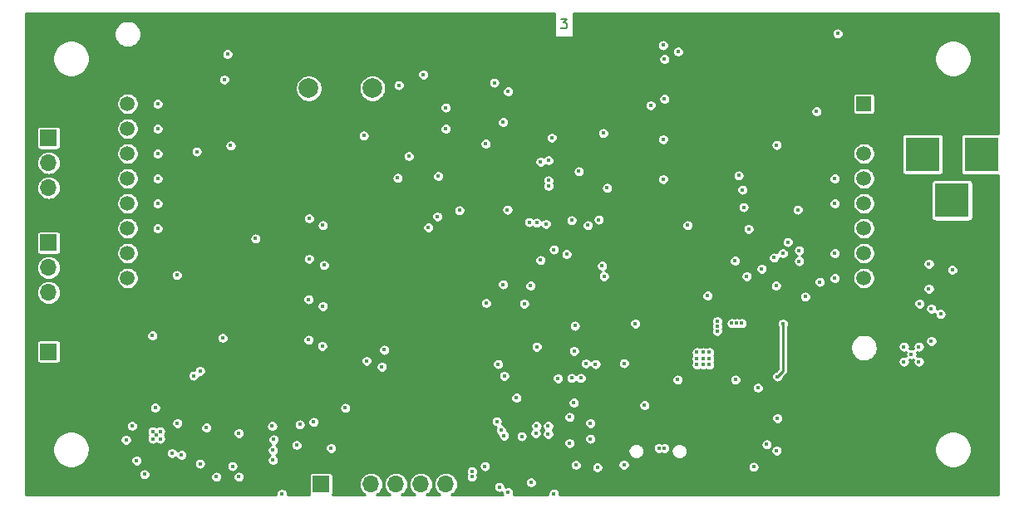
<source format=gbr>
G04 #@! TF.GenerationSoftware,KiCad,Pcbnew,(5.1.4)-1*
G04 #@! TF.CreationDate,2020-06-05T19:42:11-05:00*
G04 #@! TF.ProjectId,Pulse_Oximeter,50756c73-655f-44f7-9869-6d657465722e,rev?*
G04 #@! TF.SameCoordinates,Original*
G04 #@! TF.FileFunction,Copper,L3,Inr*
G04 #@! TF.FilePolarity,Positive*
%FSLAX46Y46*%
G04 Gerber Fmt 4.6, Leading zero omitted, Abs format (unit mm)*
G04 Created by KiCad (PCBNEW (5.1.4)-1) date 2020-06-05 19:42:11*
%MOMM*%
%LPD*%
G04 APERTURE LIST*
%ADD10C,0.200000*%
%ADD11R,3.500000X3.500000*%
%ADD12O,1.700000X1.700000*%
%ADD13R,1.700000X1.700000*%
%ADD14C,2.000000*%
%ADD15C,1.500000*%
%ADD16R,1.500000X1.500000*%
%ADD17C,0.431800*%
%ADD18C,0.254000*%
G04 APERTURE END LIST*
D10*
X158289666Y-65492380D02*
X158908714Y-65492380D01*
X158575380Y-65873333D01*
X158718238Y-65873333D01*
X158813476Y-65920952D01*
X158861095Y-65968571D01*
X158908714Y-66063809D01*
X158908714Y-66301904D01*
X158861095Y-66397142D01*
X158813476Y-66444761D01*
X158718238Y-66492380D01*
X158432523Y-66492380D01*
X158337285Y-66444761D01*
X158289666Y-66397142D01*
D11*
X195136000Y-79311500D03*
X201136000Y-79311500D03*
X198136000Y-84011500D03*
D12*
X146558000Y-112966000D03*
X144018000Y-112966000D03*
X141478000Y-112966000D03*
X138938000Y-112966000D03*
X136398000Y-112966000D03*
D13*
X133858000Y-112966000D03*
D12*
X106109000Y-82727000D03*
X106109000Y-80187000D03*
D13*
X106109000Y-77647000D03*
X106108000Y-88328500D03*
D12*
X106108000Y-90868500D03*
X106108000Y-93408500D03*
D14*
X132588000Y-72572000D03*
X132588000Y-68072000D03*
X139088000Y-72572000D03*
X139088000Y-68072000D03*
D13*
X106108000Y-99441000D03*
D15*
X114146000Y-89395000D03*
X114146000Y-91935000D03*
X114146000Y-74155000D03*
X114146000Y-86855000D03*
X114146000Y-84315000D03*
X114146000Y-81775000D03*
X114146000Y-79235000D03*
X114146000Y-76695000D03*
X189146000Y-91935000D03*
X189146000Y-89395000D03*
X189146000Y-86855000D03*
X189146000Y-84315000D03*
X189146000Y-81775000D03*
X189146000Y-79235000D03*
X189146000Y-76695000D03*
D16*
X189146000Y-74155000D03*
D17*
X180340000Y-106236000D03*
X159165000Y-108776000D03*
X159165000Y-106113000D03*
X152527000Y-101918000D03*
X152503000Y-108011000D03*
X150558000Y-111125000D03*
X155258000Y-112776000D03*
X157988000Y-102172000D03*
X115888000Y-111950000D03*
X114618000Y-107032000D03*
X116967000Y-105156000D03*
X116713000Y-108331000D03*
X117475000Y-107569000D03*
X117475000Y-108331000D03*
X116713000Y-107569000D03*
X134874000Y-109284000D03*
X172148000Y-99504500D03*
X172784000Y-100774000D03*
X172784000Y-99504500D03*
X172148000Y-100774000D03*
X173418000Y-100140000D03*
X172784000Y-100140000D03*
X172148000Y-100140000D03*
X173418000Y-99504500D03*
X173418000Y-100774000D03*
X176720000Y-96544000D03*
X176212000Y-96544000D03*
X175704000Y-96544000D03*
X174220000Y-97345500D03*
X174220000Y-96329500D03*
X174220000Y-96837500D03*
X159639000Y-99377500D03*
X177228000Y-91757500D03*
X173228000Y-93726000D03*
X194818000Y-94551500D03*
X178372000Y-103124000D03*
X177927000Y-111188000D03*
X159385000Y-86042500D03*
X170180000Y-102298000D03*
X176086000Y-102298000D03*
X166814000Y-104902000D03*
X124016000Y-71691500D03*
X124333000Y-69088000D03*
X119634000Y-109982000D03*
X125476000Y-107760000D03*
X123190000Y-112204000D03*
X125476000Y-112204000D03*
X129032000Y-108394000D03*
X133985000Y-98869500D03*
X134048000Y-94805500D03*
X134176000Y-90614500D03*
X134048000Y-86550500D03*
X168720000Y-81851500D03*
X168720000Y-77787500D03*
X168846000Y-73660000D03*
X119190000Y-91630500D03*
X186500000Y-66992500D03*
X180276000Y-78359000D03*
X198169000Y-91097000D03*
X184340000Y-74930000D03*
X179260000Y-108902000D03*
X117094000Y-107950000D03*
X159830000Y-110998000D03*
X155731000Y-107769000D03*
X155806000Y-107027000D03*
X156996000Y-107027000D03*
X156996000Y-107857000D03*
X168846000Y-69596000D03*
X144272000Y-71183500D03*
X141796000Y-72263000D03*
X151511000Y-72009000D03*
X152908000Y-72898000D03*
X163004000Y-82740500D03*
X158877000Y-89496900D03*
X162496000Y-90678000D03*
X156210000Y-90106500D03*
X150686000Y-94488000D03*
X152400000Y-92583000D03*
X141668000Y-81724500D03*
X117221000Y-86868000D03*
X117221000Y-84328000D03*
X117221000Y-81788000D03*
X117221000Y-79248000D03*
X117221000Y-76708000D03*
X117221000Y-74168000D03*
X182436000Y-84963000D03*
X184658000Y-92329000D03*
X186182000Y-91948000D03*
X186182000Y-89408000D03*
X186182000Y-84328000D03*
X186182000Y-81788000D03*
X182562000Y-90212000D03*
X182562000Y-89112000D03*
X124650500Y-78422500D03*
X162623500Y-77152500D03*
X160338000Y-102133410D03*
X193993000Y-99695000D03*
X193230500Y-98933000D03*
X194754500Y-98933000D03*
X194754500Y-100457000D03*
X193230500Y-100457000D03*
X196024500Y-98361500D03*
X180213000Y-92710000D03*
X178752000Y-90995500D03*
X196964000Y-95606300D03*
X196024000Y-95059500D03*
X180340000Y-107378000D03*
X150558000Y-108712000D03*
X154750000Y-110744000D03*
X122809000Y-105156000D03*
X118364000Y-111950000D03*
X115760000Y-109410000D03*
X117221000Y-104013000D03*
X116014000Y-105283000D03*
X115443000Y-105283000D03*
X136271000Y-106934000D03*
X163449000Y-78676500D03*
X159639000Y-98171000D03*
X169672000Y-92773500D03*
X169037000Y-92773500D03*
X168402000Y-92773500D03*
X167767000Y-92773500D03*
X167132000Y-92773500D03*
X169672000Y-92138500D03*
X169037000Y-92138500D03*
X168402000Y-92138500D03*
X167767000Y-92138500D03*
X167132000Y-92138500D03*
X169672000Y-91503500D03*
X169037000Y-91503500D03*
X168402000Y-91503500D03*
X167767000Y-91503500D03*
X167132000Y-91503500D03*
X178816000Y-93472000D03*
X200279000Y-97853500D03*
X177292000Y-103124000D03*
X172593000Y-97853500D03*
X171196000Y-104458000D03*
X122872000Y-71691500D03*
X122174000Y-112141000D03*
X124841000Y-113030000D03*
X135572000Y-98234500D03*
X135572000Y-94107000D03*
X135572000Y-89916000D03*
X135636000Y-85915500D03*
X170244000Y-81216500D03*
X170180000Y-77089000D03*
X170244000Y-72961500D03*
X119190000Y-90487500D03*
X180276000Y-80645000D03*
X184340000Y-76073000D03*
X150368000Y-72009000D03*
X154051000Y-72898000D03*
X163004000Y-83883500D03*
X158686000Y-92456000D03*
X149288000Y-94488000D03*
X153543000Y-92583000D03*
X141668000Y-82867500D03*
X186182000Y-86868000D03*
X159766000Y-84455000D03*
X122174000Y-107188000D03*
X133096000Y-106616000D03*
X128968000Y-109474000D03*
X120886000Y-101896000D03*
X121539000Y-101410000D03*
X152908000Y-113792000D03*
X153759000Y-104140000D03*
X161290000Y-108331000D03*
X168269000Y-109284000D03*
X161290000Y-106744000D03*
X168827000Y-109284000D03*
X154305000Y-108077000D03*
X152210000Y-107442000D03*
X138205700Y-77407100D03*
X124841000Y-111125000D03*
X128968000Y-110490000D03*
X170244000Y-68834000D03*
X146558000Y-74549000D03*
X146558000Y-76708000D03*
X162000900Y-111248000D03*
X157580000Y-113930300D03*
X152018200Y-113253600D03*
X123841700Y-98042600D03*
X138497300Y-100407500D03*
X119220200Y-106747800D03*
X161822100Y-100718700D03*
X149240200Y-111639600D03*
X121201200Y-79047900D03*
X157036000Y-81978500D03*
X129867700Y-113941100D03*
X164725100Y-100626800D03*
X149223200Y-112213500D03*
X113988100Y-108449100D03*
X164705700Y-110990000D03*
X157036000Y-82550000D03*
X160845500Y-100647500D03*
X140055500Y-100993900D03*
X116675400Y-97791600D03*
X155829000Y-86296500D03*
X154559000Y-94551500D03*
X151892000Y-100711000D03*
X151765000Y-106553000D03*
X140282800Y-99263800D03*
X155067000Y-86233000D03*
X155194000Y-92710000D03*
X195772000Y-90487500D03*
X195772000Y-93027500D03*
X183198000Y-93831800D03*
X180912000Y-89408000D03*
X167444600Y-74316800D03*
X165862000Y-96583500D03*
X181420000Y-88265000D03*
X168715400Y-68192500D03*
X176022000Y-90170000D03*
X179988000Y-89852500D03*
X157030800Y-79937500D03*
X118682000Y-109792000D03*
X157374400Y-77633400D03*
X115062000Y-110554000D03*
X162687000Y-91757500D03*
X157578000Y-89027000D03*
X162144100Y-85983200D03*
X159606200Y-104656100D03*
X159712000Y-96810500D03*
X155831800Y-98948800D03*
X159384100Y-102133410D03*
X127179500Y-87911400D03*
X121539000Y-110871000D03*
X144792300Y-86778300D03*
X131699000Y-106870000D03*
X131382000Y-108966000D03*
X145696100Y-85672600D03*
X136326900Y-105177300D03*
X128884900Y-107032400D03*
X142812000Y-79502000D03*
X145796000Y-81534000D03*
X176403000Y-81470500D03*
X176784000Y-82931000D03*
X176911000Y-84709000D03*
X180276000Y-109538000D03*
X152400700Y-76031100D03*
X132652000Y-85852000D03*
X156229400Y-80083800D03*
X132652000Y-89979500D03*
X150632600Y-78236900D03*
X132588000Y-94107000D03*
X160117400Y-81054000D03*
X132588000Y-98234500D03*
X177419000Y-86931500D03*
X147955000Y-85026500D03*
X152844500Y-84963000D03*
X156781500Y-86423500D03*
X161036000Y-86550500D03*
X171196000Y-86550500D03*
X180911500Y-96583500D03*
X180340000Y-101981000D03*
D18*
X180911500Y-96583500D02*
X180911500Y-101409500D01*
X180911500Y-101409500D02*
X180340000Y-101981000D01*
G36*
X157665810Y-67351000D02*
G01*
X159580191Y-67351000D01*
X159580191Y-66933710D01*
X185903100Y-66933710D01*
X185903100Y-67051290D01*
X185926039Y-67166609D01*
X185971034Y-67275238D01*
X186036358Y-67373001D01*
X186119499Y-67456142D01*
X186217262Y-67521466D01*
X186325891Y-67566461D01*
X186441210Y-67589400D01*
X186558790Y-67589400D01*
X186674109Y-67566461D01*
X186782738Y-67521466D01*
X186880501Y-67456142D01*
X186963642Y-67373001D01*
X187028966Y-67275238D01*
X187073961Y-67166609D01*
X187096900Y-67051290D01*
X187096900Y-66933710D01*
X187073961Y-66818391D01*
X187028966Y-66709762D01*
X186963642Y-66611999D01*
X186880501Y-66528858D01*
X186782738Y-66463534D01*
X186674109Y-66418539D01*
X186558790Y-66395600D01*
X186441210Y-66395600D01*
X186325891Y-66418539D01*
X186217262Y-66463534D01*
X186119499Y-66528858D01*
X186036358Y-66611999D01*
X185971034Y-66709762D01*
X185926039Y-66818391D01*
X185903100Y-66933710D01*
X159580191Y-66933710D01*
X159580191Y-64946500D01*
X202858501Y-64946500D01*
X202858501Y-77178657D01*
X199386000Y-77178657D01*
X199311311Y-77186013D01*
X199239492Y-77207799D01*
X199173304Y-77243178D01*
X199115289Y-77290789D01*
X199067678Y-77348804D01*
X199032299Y-77414992D01*
X199010513Y-77486811D01*
X199003157Y-77561500D01*
X199003157Y-81061500D01*
X199010513Y-81136189D01*
X199032299Y-81208008D01*
X199067678Y-81274196D01*
X199115289Y-81332211D01*
X199173304Y-81379822D01*
X199239492Y-81415201D01*
X199311311Y-81436987D01*
X199386000Y-81444343D01*
X202858501Y-81444343D01*
X202858500Y-114034500D01*
X158167867Y-114034500D01*
X158176900Y-113989090D01*
X158176900Y-113871510D01*
X158153961Y-113756191D01*
X158108966Y-113647562D01*
X158043642Y-113549799D01*
X157960501Y-113466658D01*
X157862738Y-113401334D01*
X157754109Y-113356339D01*
X157638790Y-113333400D01*
X157521210Y-113333400D01*
X157405891Y-113356339D01*
X157297262Y-113401334D01*
X157199499Y-113466658D01*
X157116358Y-113549799D01*
X157051034Y-113647562D01*
X157006039Y-113756191D01*
X156983100Y-113871510D01*
X156983100Y-113989090D01*
X156992133Y-114034500D01*
X153453633Y-114034500D01*
X153481961Y-113966109D01*
X153504900Y-113850790D01*
X153504900Y-113733210D01*
X153481961Y-113617891D01*
X153436966Y-113509262D01*
X153371642Y-113411499D01*
X153288501Y-113328358D01*
X153190738Y-113263034D01*
X153082109Y-113218039D01*
X152966790Y-113195100D01*
X152849210Y-113195100D01*
X152733891Y-113218039D01*
X152625262Y-113263034D01*
X152615100Y-113269824D01*
X152615100Y-113194810D01*
X152592161Y-113079491D01*
X152547166Y-112970862D01*
X152481842Y-112873099D01*
X152398701Y-112789958D01*
X152300938Y-112724634D01*
X152283015Y-112717210D01*
X154661100Y-112717210D01*
X154661100Y-112834790D01*
X154684039Y-112950109D01*
X154729034Y-113058738D01*
X154794358Y-113156501D01*
X154877499Y-113239642D01*
X154975262Y-113304966D01*
X155083891Y-113349961D01*
X155199210Y-113372900D01*
X155316790Y-113372900D01*
X155432109Y-113349961D01*
X155540738Y-113304966D01*
X155638501Y-113239642D01*
X155721642Y-113156501D01*
X155786966Y-113058738D01*
X155831961Y-112950109D01*
X155854900Y-112834790D01*
X155854900Y-112717210D01*
X155831961Y-112601891D01*
X155786966Y-112493262D01*
X155721642Y-112395499D01*
X155638501Y-112312358D01*
X155540738Y-112247034D01*
X155432109Y-112202039D01*
X155316790Y-112179100D01*
X155199210Y-112179100D01*
X155083891Y-112202039D01*
X154975262Y-112247034D01*
X154877499Y-112312358D01*
X154794358Y-112395499D01*
X154729034Y-112493262D01*
X154684039Y-112601891D01*
X154661100Y-112717210D01*
X152283015Y-112717210D01*
X152192309Y-112679639D01*
X152076990Y-112656700D01*
X151959410Y-112656700D01*
X151844091Y-112679639D01*
X151735462Y-112724634D01*
X151637699Y-112789958D01*
X151554558Y-112873099D01*
X151489234Y-112970862D01*
X151444239Y-113079491D01*
X151421300Y-113194810D01*
X151421300Y-113312390D01*
X151444239Y-113427709D01*
X151489234Y-113536338D01*
X151554558Y-113634101D01*
X151637699Y-113717242D01*
X151735462Y-113782566D01*
X151844091Y-113827561D01*
X151959410Y-113850500D01*
X152076990Y-113850500D01*
X152192309Y-113827561D01*
X152300938Y-113782566D01*
X152311100Y-113775776D01*
X152311100Y-113850790D01*
X152334039Y-113966109D01*
X152362367Y-114034500D01*
X147170365Y-114034500D01*
X147245216Y-113994491D01*
X147432660Y-113840660D01*
X147586491Y-113653216D01*
X147700798Y-113439363D01*
X147771188Y-113207318D01*
X147794956Y-112966000D01*
X147771188Y-112724682D01*
X147700798Y-112492637D01*
X147586491Y-112278784D01*
X147484667Y-112154710D01*
X148626300Y-112154710D01*
X148626300Y-112272290D01*
X148649239Y-112387609D01*
X148694234Y-112496238D01*
X148759558Y-112594001D01*
X148842699Y-112677142D01*
X148940462Y-112742466D01*
X149049091Y-112787461D01*
X149164410Y-112810400D01*
X149281990Y-112810400D01*
X149397309Y-112787461D01*
X149505938Y-112742466D01*
X149603701Y-112677142D01*
X149686842Y-112594001D01*
X149752166Y-112496238D01*
X149797161Y-112387609D01*
X149820100Y-112272290D01*
X149820100Y-112154710D01*
X149797161Y-112039391D01*
X149756517Y-111941268D01*
X149769166Y-111922338D01*
X149814161Y-111813709D01*
X149837100Y-111698390D01*
X149837100Y-111580810D01*
X149814161Y-111465491D01*
X149769166Y-111356862D01*
X149703842Y-111259099D01*
X149620701Y-111175958D01*
X149522938Y-111110634D01*
X149415688Y-111066210D01*
X149961100Y-111066210D01*
X149961100Y-111183790D01*
X149984039Y-111299109D01*
X150029034Y-111407738D01*
X150094358Y-111505501D01*
X150177499Y-111588642D01*
X150275262Y-111653966D01*
X150383891Y-111698961D01*
X150499210Y-111721900D01*
X150616790Y-111721900D01*
X150732109Y-111698961D01*
X150840738Y-111653966D01*
X150938501Y-111588642D01*
X151021642Y-111505501D01*
X151086966Y-111407738D01*
X151131961Y-111299109D01*
X151154900Y-111183790D01*
X151154900Y-111066210D01*
X151131961Y-110950891D01*
X151127123Y-110939210D01*
X159233100Y-110939210D01*
X159233100Y-111056790D01*
X159256039Y-111172109D01*
X159301034Y-111280738D01*
X159366358Y-111378501D01*
X159449499Y-111461642D01*
X159547262Y-111526966D01*
X159655891Y-111571961D01*
X159771210Y-111594900D01*
X159888790Y-111594900D01*
X160004109Y-111571961D01*
X160112738Y-111526966D01*
X160210501Y-111461642D01*
X160293642Y-111378501D01*
X160358966Y-111280738D01*
X160396877Y-111189210D01*
X161404000Y-111189210D01*
X161404000Y-111306790D01*
X161426939Y-111422109D01*
X161471934Y-111530738D01*
X161537258Y-111628501D01*
X161620399Y-111711642D01*
X161718162Y-111776966D01*
X161826791Y-111821961D01*
X161942110Y-111844900D01*
X162059690Y-111844900D01*
X162175009Y-111821961D01*
X162283638Y-111776966D01*
X162381401Y-111711642D01*
X162464542Y-111628501D01*
X162529866Y-111530738D01*
X162574861Y-111422109D01*
X162597800Y-111306790D01*
X162597800Y-111189210D01*
X162574861Y-111073891D01*
X162529866Y-110965262D01*
X162507113Y-110931210D01*
X164108800Y-110931210D01*
X164108800Y-111048790D01*
X164131739Y-111164109D01*
X164176734Y-111272738D01*
X164242058Y-111370501D01*
X164325199Y-111453642D01*
X164422962Y-111518966D01*
X164531591Y-111563961D01*
X164646910Y-111586900D01*
X164764490Y-111586900D01*
X164879809Y-111563961D01*
X164988438Y-111518966D01*
X165086201Y-111453642D01*
X165169342Y-111370501D01*
X165234666Y-111272738D01*
X165279661Y-111164109D01*
X165286603Y-111129210D01*
X177330100Y-111129210D01*
X177330100Y-111246790D01*
X177353039Y-111362109D01*
X177398034Y-111470738D01*
X177463358Y-111568501D01*
X177546499Y-111651642D01*
X177644262Y-111716966D01*
X177752891Y-111761961D01*
X177868210Y-111784900D01*
X177985790Y-111784900D01*
X178101109Y-111761961D01*
X178209738Y-111716966D01*
X178307501Y-111651642D01*
X178390642Y-111568501D01*
X178455966Y-111470738D01*
X178500961Y-111362109D01*
X178523900Y-111246790D01*
X178523900Y-111129210D01*
X178500961Y-111013891D01*
X178455966Y-110905262D01*
X178390642Y-110807499D01*
X178307501Y-110724358D01*
X178209738Y-110659034D01*
X178101109Y-110614039D01*
X177985790Y-110591100D01*
X177868210Y-110591100D01*
X177752891Y-110614039D01*
X177644262Y-110659034D01*
X177546499Y-110724358D01*
X177463358Y-110807499D01*
X177398034Y-110905262D01*
X177353039Y-111013891D01*
X177330100Y-111129210D01*
X165286603Y-111129210D01*
X165302600Y-111048790D01*
X165302600Y-110931210D01*
X165279661Y-110815891D01*
X165234666Y-110707262D01*
X165169342Y-110609499D01*
X165086201Y-110526358D01*
X164988438Y-110461034D01*
X164879809Y-110416039D01*
X164764490Y-110393100D01*
X164646910Y-110393100D01*
X164531591Y-110416039D01*
X164422962Y-110461034D01*
X164325199Y-110526358D01*
X164242058Y-110609499D01*
X164176734Y-110707262D01*
X164131739Y-110815891D01*
X164108800Y-110931210D01*
X162507113Y-110931210D01*
X162464542Y-110867499D01*
X162381401Y-110784358D01*
X162283638Y-110719034D01*
X162175009Y-110674039D01*
X162059690Y-110651100D01*
X161942110Y-110651100D01*
X161826791Y-110674039D01*
X161718162Y-110719034D01*
X161620399Y-110784358D01*
X161537258Y-110867499D01*
X161471934Y-110965262D01*
X161426939Y-111073891D01*
X161404000Y-111189210D01*
X160396877Y-111189210D01*
X160403961Y-111172109D01*
X160426900Y-111056790D01*
X160426900Y-110939210D01*
X160403961Y-110823891D01*
X160358966Y-110715262D01*
X160293642Y-110617499D01*
X160210501Y-110534358D01*
X160112738Y-110469034D01*
X160004109Y-110424039D01*
X159888790Y-110401100D01*
X159771210Y-110401100D01*
X159655891Y-110424039D01*
X159547262Y-110469034D01*
X159449499Y-110534358D01*
X159366358Y-110617499D01*
X159301034Y-110715262D01*
X159256039Y-110823891D01*
X159233100Y-110939210D01*
X151127123Y-110939210D01*
X151086966Y-110842262D01*
X151021642Y-110744499D01*
X150938501Y-110661358D01*
X150840738Y-110596034D01*
X150732109Y-110551039D01*
X150616790Y-110528100D01*
X150499210Y-110528100D01*
X150383891Y-110551039D01*
X150275262Y-110596034D01*
X150177499Y-110661358D01*
X150094358Y-110744499D01*
X150029034Y-110842262D01*
X149984039Y-110950891D01*
X149961100Y-111066210D01*
X149415688Y-111066210D01*
X149414309Y-111065639D01*
X149298990Y-111042700D01*
X149181410Y-111042700D01*
X149066091Y-111065639D01*
X148957462Y-111110634D01*
X148859699Y-111175958D01*
X148776558Y-111259099D01*
X148711234Y-111356862D01*
X148666239Y-111465491D01*
X148643300Y-111580810D01*
X148643300Y-111698390D01*
X148666239Y-111813709D01*
X148706883Y-111911832D01*
X148694234Y-111930762D01*
X148649239Y-112039391D01*
X148626300Y-112154710D01*
X147484667Y-112154710D01*
X147432660Y-112091340D01*
X147245216Y-111937509D01*
X147031363Y-111823202D01*
X146799318Y-111752812D01*
X146618472Y-111735000D01*
X146497528Y-111735000D01*
X146316682Y-111752812D01*
X146084637Y-111823202D01*
X145870784Y-111937509D01*
X145683340Y-112091340D01*
X145529509Y-112278784D01*
X145415202Y-112492637D01*
X145344812Y-112724682D01*
X145321044Y-112966000D01*
X145344812Y-113207318D01*
X145415202Y-113439363D01*
X145529509Y-113653216D01*
X145683340Y-113840660D01*
X145870784Y-113994491D01*
X145945635Y-114034500D01*
X144630365Y-114034500D01*
X144705216Y-113994491D01*
X144892660Y-113840660D01*
X145046491Y-113653216D01*
X145160798Y-113439363D01*
X145231188Y-113207318D01*
X145254956Y-112966000D01*
X145231188Y-112724682D01*
X145160798Y-112492637D01*
X145046491Y-112278784D01*
X144892660Y-112091340D01*
X144705216Y-111937509D01*
X144491363Y-111823202D01*
X144259318Y-111752812D01*
X144078472Y-111735000D01*
X143957528Y-111735000D01*
X143776682Y-111752812D01*
X143544637Y-111823202D01*
X143330784Y-111937509D01*
X143143340Y-112091340D01*
X142989509Y-112278784D01*
X142875202Y-112492637D01*
X142804812Y-112724682D01*
X142781044Y-112966000D01*
X142804812Y-113207318D01*
X142875202Y-113439363D01*
X142989509Y-113653216D01*
X143143340Y-113840660D01*
X143330784Y-113994491D01*
X143405635Y-114034500D01*
X142090365Y-114034500D01*
X142165216Y-113994491D01*
X142352660Y-113840660D01*
X142506491Y-113653216D01*
X142620798Y-113439363D01*
X142691188Y-113207318D01*
X142714956Y-112966000D01*
X142691188Y-112724682D01*
X142620798Y-112492637D01*
X142506491Y-112278784D01*
X142352660Y-112091340D01*
X142165216Y-111937509D01*
X141951363Y-111823202D01*
X141719318Y-111752812D01*
X141538472Y-111735000D01*
X141417528Y-111735000D01*
X141236682Y-111752812D01*
X141004637Y-111823202D01*
X140790784Y-111937509D01*
X140603340Y-112091340D01*
X140449509Y-112278784D01*
X140335202Y-112492637D01*
X140264812Y-112724682D01*
X140241044Y-112966000D01*
X140264812Y-113207318D01*
X140335202Y-113439363D01*
X140449509Y-113653216D01*
X140603340Y-113840660D01*
X140790784Y-113994491D01*
X140865635Y-114034500D01*
X139550365Y-114034500D01*
X139625216Y-113994491D01*
X139812660Y-113840660D01*
X139966491Y-113653216D01*
X140080798Y-113439363D01*
X140151188Y-113207318D01*
X140174956Y-112966000D01*
X140151188Y-112724682D01*
X140080798Y-112492637D01*
X139966491Y-112278784D01*
X139812660Y-112091340D01*
X139625216Y-111937509D01*
X139411363Y-111823202D01*
X139179318Y-111752812D01*
X138998472Y-111735000D01*
X138877528Y-111735000D01*
X138696682Y-111752812D01*
X138464637Y-111823202D01*
X138250784Y-111937509D01*
X138063340Y-112091340D01*
X137909509Y-112278784D01*
X137795202Y-112492637D01*
X137724812Y-112724682D01*
X137701044Y-112966000D01*
X137724812Y-113207318D01*
X137795202Y-113439363D01*
X137909509Y-113653216D01*
X138063340Y-113840660D01*
X138250784Y-113994491D01*
X138325635Y-114034500D01*
X135021559Y-114034500D01*
X135026322Y-114028696D01*
X135061701Y-113962508D01*
X135083487Y-113890689D01*
X135090843Y-113816000D01*
X135090843Y-112116000D01*
X135083487Y-112041311D01*
X135061701Y-111969492D01*
X135026322Y-111903304D01*
X134978711Y-111845289D01*
X134920696Y-111797678D01*
X134854508Y-111762299D01*
X134782689Y-111740513D01*
X134708000Y-111733157D01*
X133008000Y-111733157D01*
X132933311Y-111740513D01*
X132861492Y-111762299D01*
X132795304Y-111797678D01*
X132737289Y-111845289D01*
X132689678Y-111903304D01*
X132654299Y-111969492D01*
X132632513Y-112041311D01*
X132625157Y-112116000D01*
X132625157Y-113816000D01*
X132632513Y-113890689D01*
X132654299Y-113962508D01*
X132689678Y-114028696D01*
X132694441Y-114034500D01*
X130457715Y-114034500D01*
X130464600Y-113999890D01*
X130464600Y-113882310D01*
X130441661Y-113766991D01*
X130396666Y-113658362D01*
X130331342Y-113560599D01*
X130248201Y-113477458D01*
X130150438Y-113412134D01*
X130041809Y-113367139D01*
X129926490Y-113344200D01*
X129808910Y-113344200D01*
X129693591Y-113367139D01*
X129584962Y-113412134D01*
X129487199Y-113477458D01*
X129404058Y-113560599D01*
X129338734Y-113658362D01*
X129293739Y-113766991D01*
X129270800Y-113882310D01*
X129270800Y-113999890D01*
X129277685Y-114034500D01*
X103770500Y-114034500D01*
X103770500Y-111891210D01*
X115291100Y-111891210D01*
X115291100Y-112008790D01*
X115314039Y-112124109D01*
X115359034Y-112232738D01*
X115424358Y-112330501D01*
X115507499Y-112413642D01*
X115605262Y-112478966D01*
X115713891Y-112523961D01*
X115829210Y-112546900D01*
X115946790Y-112546900D01*
X116062109Y-112523961D01*
X116170738Y-112478966D01*
X116268501Y-112413642D01*
X116351642Y-112330501D01*
X116416966Y-112232738D01*
X116453220Y-112145210D01*
X122593100Y-112145210D01*
X122593100Y-112262790D01*
X122616039Y-112378109D01*
X122661034Y-112486738D01*
X122726358Y-112584501D01*
X122809499Y-112667642D01*
X122907262Y-112732966D01*
X123015891Y-112777961D01*
X123131210Y-112800900D01*
X123248790Y-112800900D01*
X123364109Y-112777961D01*
X123472738Y-112732966D01*
X123570501Y-112667642D01*
X123653642Y-112584501D01*
X123718966Y-112486738D01*
X123763961Y-112378109D01*
X123786900Y-112262790D01*
X123786900Y-112145210D01*
X124879100Y-112145210D01*
X124879100Y-112262790D01*
X124902039Y-112378109D01*
X124947034Y-112486738D01*
X125012358Y-112584501D01*
X125095499Y-112667642D01*
X125193262Y-112732966D01*
X125301891Y-112777961D01*
X125417210Y-112800900D01*
X125534790Y-112800900D01*
X125650109Y-112777961D01*
X125758738Y-112732966D01*
X125856501Y-112667642D01*
X125939642Y-112584501D01*
X126004966Y-112486738D01*
X126049961Y-112378109D01*
X126072900Y-112262790D01*
X126072900Y-112145210D01*
X126049961Y-112029891D01*
X126004966Y-111921262D01*
X125939642Y-111823499D01*
X125856501Y-111740358D01*
X125758738Y-111675034D01*
X125650109Y-111630039D01*
X125534790Y-111607100D01*
X125417210Y-111607100D01*
X125301891Y-111630039D01*
X125193262Y-111675034D01*
X125095499Y-111740358D01*
X125012358Y-111823499D01*
X124947034Y-111921262D01*
X124902039Y-112029891D01*
X124879100Y-112145210D01*
X123786900Y-112145210D01*
X123763961Y-112029891D01*
X123718966Y-111921262D01*
X123653642Y-111823499D01*
X123570501Y-111740358D01*
X123472738Y-111675034D01*
X123364109Y-111630039D01*
X123248790Y-111607100D01*
X123131210Y-111607100D01*
X123015891Y-111630039D01*
X122907262Y-111675034D01*
X122809499Y-111740358D01*
X122726358Y-111823499D01*
X122661034Y-111921262D01*
X122616039Y-112029891D01*
X122593100Y-112145210D01*
X116453220Y-112145210D01*
X116461961Y-112124109D01*
X116484900Y-112008790D01*
X116484900Y-111891210D01*
X116461961Y-111775891D01*
X116416966Y-111667262D01*
X116351642Y-111569499D01*
X116268501Y-111486358D01*
X116170738Y-111421034D01*
X116062109Y-111376039D01*
X115946790Y-111353100D01*
X115829210Y-111353100D01*
X115713891Y-111376039D01*
X115605262Y-111421034D01*
X115507499Y-111486358D01*
X115424358Y-111569499D01*
X115359034Y-111667262D01*
X115314039Y-111775891D01*
X115291100Y-111891210D01*
X103770500Y-111891210D01*
X103770500Y-109224738D01*
X106513000Y-109224738D01*
X106513000Y-109595262D01*
X106585286Y-109958667D01*
X106727080Y-110300987D01*
X106932932Y-110609067D01*
X107194933Y-110871068D01*
X107503013Y-111076920D01*
X107845333Y-111218714D01*
X108208738Y-111291000D01*
X108579262Y-111291000D01*
X108942667Y-111218714D01*
X109284987Y-111076920D01*
X109593067Y-110871068D01*
X109855068Y-110609067D01*
X109931144Y-110495210D01*
X114465100Y-110495210D01*
X114465100Y-110612790D01*
X114488039Y-110728109D01*
X114533034Y-110836738D01*
X114598358Y-110934501D01*
X114681499Y-111017642D01*
X114779262Y-111082966D01*
X114887891Y-111127961D01*
X115003210Y-111150900D01*
X115120790Y-111150900D01*
X115236109Y-111127961D01*
X115344738Y-111082966D01*
X115442501Y-111017642D01*
X115525642Y-110934501D01*
X115590966Y-110836738D01*
X115601125Y-110812210D01*
X120942100Y-110812210D01*
X120942100Y-110929790D01*
X120965039Y-111045109D01*
X121010034Y-111153738D01*
X121075358Y-111251501D01*
X121158499Y-111334642D01*
X121256262Y-111399966D01*
X121364891Y-111444961D01*
X121480210Y-111467900D01*
X121597790Y-111467900D01*
X121713109Y-111444961D01*
X121821738Y-111399966D01*
X121919501Y-111334642D01*
X122002642Y-111251501D01*
X122067966Y-111153738D01*
X122104220Y-111066210D01*
X124244100Y-111066210D01*
X124244100Y-111183790D01*
X124267039Y-111299109D01*
X124312034Y-111407738D01*
X124377358Y-111505501D01*
X124460499Y-111588642D01*
X124558262Y-111653966D01*
X124666891Y-111698961D01*
X124782210Y-111721900D01*
X124899790Y-111721900D01*
X125015109Y-111698961D01*
X125123738Y-111653966D01*
X125221501Y-111588642D01*
X125304642Y-111505501D01*
X125369966Y-111407738D01*
X125414961Y-111299109D01*
X125437900Y-111183790D01*
X125437900Y-111066210D01*
X125414961Y-110950891D01*
X125369966Y-110842262D01*
X125304642Y-110744499D01*
X125221501Y-110661358D01*
X125123738Y-110596034D01*
X125015109Y-110551039D01*
X124899790Y-110528100D01*
X124782210Y-110528100D01*
X124666891Y-110551039D01*
X124558262Y-110596034D01*
X124460499Y-110661358D01*
X124377358Y-110744499D01*
X124312034Y-110842262D01*
X124267039Y-110950891D01*
X124244100Y-111066210D01*
X122104220Y-111066210D01*
X122112961Y-111045109D01*
X122135900Y-110929790D01*
X122135900Y-110812210D01*
X122112961Y-110696891D01*
X122067966Y-110588262D01*
X122002642Y-110490499D01*
X121919501Y-110407358D01*
X121821738Y-110342034D01*
X121713109Y-110297039D01*
X121597790Y-110274100D01*
X121480210Y-110274100D01*
X121364891Y-110297039D01*
X121256262Y-110342034D01*
X121158499Y-110407358D01*
X121075358Y-110490499D01*
X121010034Y-110588262D01*
X120965039Y-110696891D01*
X120942100Y-110812210D01*
X115601125Y-110812210D01*
X115635961Y-110728109D01*
X115658900Y-110612790D01*
X115658900Y-110495210D01*
X115635961Y-110379891D01*
X115590966Y-110271262D01*
X115525642Y-110173499D01*
X115442501Y-110090358D01*
X115344738Y-110025034D01*
X115236109Y-109980039D01*
X115120790Y-109957100D01*
X115003210Y-109957100D01*
X114887891Y-109980039D01*
X114779262Y-110025034D01*
X114681499Y-110090358D01*
X114598358Y-110173499D01*
X114533034Y-110271262D01*
X114488039Y-110379891D01*
X114465100Y-110495210D01*
X109931144Y-110495210D01*
X110060920Y-110300987D01*
X110202714Y-109958667D01*
X110247560Y-109733210D01*
X118085100Y-109733210D01*
X118085100Y-109850790D01*
X118108039Y-109966109D01*
X118153034Y-110074738D01*
X118218358Y-110172501D01*
X118301499Y-110255642D01*
X118399262Y-110320966D01*
X118507891Y-110365961D01*
X118623210Y-110388900D01*
X118740790Y-110388900D01*
X118856109Y-110365961D01*
X118964738Y-110320966D01*
X119062501Y-110255642D01*
X119089912Y-110228231D01*
X119105034Y-110264738D01*
X119170358Y-110362501D01*
X119253499Y-110445642D01*
X119351262Y-110510966D01*
X119459891Y-110555961D01*
X119575210Y-110578900D01*
X119692790Y-110578900D01*
X119808109Y-110555961D01*
X119916738Y-110510966D01*
X120014501Y-110445642D01*
X120097642Y-110362501D01*
X120162966Y-110264738D01*
X120207961Y-110156109D01*
X120230900Y-110040790D01*
X120230900Y-109923210D01*
X120207961Y-109807891D01*
X120162966Y-109699262D01*
X120097642Y-109601499D01*
X120014501Y-109518358D01*
X119916738Y-109453034D01*
X119825422Y-109415210D01*
X128371100Y-109415210D01*
X128371100Y-109532790D01*
X128394039Y-109648109D01*
X128439034Y-109756738D01*
X128504358Y-109854501D01*
X128587499Y-109937642D01*
X128653885Y-109982000D01*
X128587499Y-110026358D01*
X128504358Y-110109499D01*
X128439034Y-110207262D01*
X128394039Y-110315891D01*
X128371100Y-110431210D01*
X128371100Y-110548790D01*
X128394039Y-110664109D01*
X128439034Y-110772738D01*
X128504358Y-110870501D01*
X128587499Y-110953642D01*
X128685262Y-111018966D01*
X128793891Y-111063961D01*
X128909210Y-111086900D01*
X129026790Y-111086900D01*
X129142109Y-111063961D01*
X129250738Y-111018966D01*
X129348501Y-110953642D01*
X129431642Y-110870501D01*
X129496966Y-110772738D01*
X129541961Y-110664109D01*
X129564900Y-110548790D01*
X129564900Y-110431210D01*
X129541961Y-110315891D01*
X129496966Y-110207262D01*
X129431642Y-110109499D01*
X129348501Y-110026358D01*
X129282115Y-109982000D01*
X129348501Y-109937642D01*
X129431642Y-109854501D01*
X129496966Y-109756738D01*
X129541961Y-109648109D01*
X129564900Y-109532790D01*
X129564900Y-109415210D01*
X129541961Y-109299891D01*
X129496966Y-109191262D01*
X129431642Y-109093499D01*
X129348501Y-109010358D01*
X129254841Y-108947776D01*
X129314738Y-108922966D01*
X129338318Y-108907210D01*
X130785100Y-108907210D01*
X130785100Y-109024790D01*
X130808039Y-109140109D01*
X130853034Y-109248738D01*
X130918358Y-109346501D01*
X131001499Y-109429642D01*
X131099262Y-109494966D01*
X131207891Y-109539961D01*
X131323210Y-109562900D01*
X131440790Y-109562900D01*
X131556109Y-109539961D01*
X131664738Y-109494966D01*
X131762501Y-109429642D01*
X131845642Y-109346501D01*
X131910966Y-109248738D01*
X131920711Y-109225210D01*
X134277100Y-109225210D01*
X134277100Y-109342790D01*
X134300039Y-109458109D01*
X134345034Y-109566738D01*
X134410358Y-109664501D01*
X134493499Y-109747642D01*
X134591262Y-109812966D01*
X134699891Y-109857961D01*
X134815210Y-109880900D01*
X134932790Y-109880900D01*
X135048109Y-109857961D01*
X135156738Y-109812966D01*
X135254501Y-109747642D01*
X135337642Y-109664501D01*
X135402966Y-109566738D01*
X135426403Y-109510154D01*
X165117000Y-109510154D01*
X165117000Y-109673846D01*
X165148935Y-109834394D01*
X165211577Y-109985626D01*
X165302520Y-110121732D01*
X165418268Y-110237480D01*
X165554374Y-110328423D01*
X165705606Y-110391065D01*
X165866154Y-110423000D01*
X166029846Y-110423000D01*
X166190394Y-110391065D01*
X166341626Y-110328423D01*
X166477732Y-110237480D01*
X166593480Y-110121732D01*
X166684423Y-109985626D01*
X166747065Y-109834394D01*
X166779000Y-109673846D01*
X166779000Y-109510154D01*
X166747065Y-109349606D01*
X166695539Y-109225210D01*
X167672100Y-109225210D01*
X167672100Y-109342790D01*
X167695039Y-109458109D01*
X167740034Y-109566738D01*
X167805358Y-109664501D01*
X167888499Y-109747642D01*
X167986262Y-109812966D01*
X168094891Y-109857961D01*
X168210210Y-109880900D01*
X168327790Y-109880900D01*
X168443109Y-109857961D01*
X168548000Y-109814514D01*
X168652891Y-109857961D01*
X168768210Y-109880900D01*
X168885790Y-109880900D01*
X169001109Y-109857961D01*
X169109738Y-109812966D01*
X169207501Y-109747642D01*
X169290642Y-109664501D01*
X169355966Y-109566738D01*
X169379403Y-109510154D01*
X169517000Y-109510154D01*
X169517000Y-109673846D01*
X169548935Y-109834394D01*
X169611577Y-109985626D01*
X169702520Y-110121732D01*
X169818268Y-110237480D01*
X169954374Y-110328423D01*
X170105606Y-110391065D01*
X170266154Y-110423000D01*
X170429846Y-110423000D01*
X170590394Y-110391065D01*
X170741626Y-110328423D01*
X170877732Y-110237480D01*
X170993480Y-110121732D01*
X171084423Y-109985626D01*
X171147065Y-109834394D01*
X171179000Y-109673846D01*
X171179000Y-109510154D01*
X171147065Y-109349606D01*
X171084423Y-109198374D01*
X170993480Y-109062268D01*
X170877732Y-108946520D01*
X170741626Y-108855577D01*
X170711770Y-108843210D01*
X178663100Y-108843210D01*
X178663100Y-108960790D01*
X178686039Y-109076109D01*
X178731034Y-109184738D01*
X178796358Y-109282501D01*
X178879499Y-109365642D01*
X178977262Y-109430966D01*
X179085891Y-109475961D01*
X179201210Y-109498900D01*
X179318790Y-109498900D01*
X179417775Y-109479210D01*
X179679100Y-109479210D01*
X179679100Y-109596790D01*
X179702039Y-109712109D01*
X179747034Y-109820738D01*
X179812358Y-109918501D01*
X179895499Y-110001642D01*
X179993262Y-110066966D01*
X180101891Y-110111961D01*
X180217210Y-110134900D01*
X180334790Y-110134900D01*
X180450109Y-110111961D01*
X180558738Y-110066966D01*
X180656501Y-110001642D01*
X180739642Y-109918501D01*
X180804966Y-109820738D01*
X180849961Y-109712109D01*
X180872900Y-109596790D01*
X180872900Y-109479210D01*
X180849961Y-109363891D01*
X180804966Y-109255262D01*
X180784571Y-109224738D01*
X196366000Y-109224738D01*
X196366000Y-109595262D01*
X196438286Y-109958667D01*
X196580080Y-110300987D01*
X196785932Y-110609067D01*
X197047933Y-110871068D01*
X197356013Y-111076920D01*
X197698333Y-111218714D01*
X198061738Y-111291000D01*
X198432262Y-111291000D01*
X198795667Y-111218714D01*
X199137987Y-111076920D01*
X199446067Y-110871068D01*
X199708068Y-110609067D01*
X199913920Y-110300987D01*
X200055714Y-109958667D01*
X200128000Y-109595262D01*
X200128000Y-109224738D01*
X200055714Y-108861333D01*
X199913920Y-108519013D01*
X199708068Y-108210933D01*
X199446067Y-107948932D01*
X199137987Y-107743080D01*
X198795667Y-107601286D01*
X198432262Y-107529000D01*
X198061738Y-107529000D01*
X197698333Y-107601286D01*
X197356013Y-107743080D01*
X197047933Y-107948932D01*
X196785932Y-108210933D01*
X196580080Y-108519013D01*
X196438286Y-108861333D01*
X196366000Y-109224738D01*
X180784571Y-109224738D01*
X180739642Y-109157499D01*
X180656501Y-109074358D01*
X180558738Y-109009034D01*
X180450109Y-108964039D01*
X180334790Y-108941100D01*
X180217210Y-108941100D01*
X180101891Y-108964039D01*
X179993262Y-109009034D01*
X179895499Y-109074358D01*
X179812358Y-109157499D01*
X179747034Y-109255262D01*
X179702039Y-109363891D01*
X179679100Y-109479210D01*
X179417775Y-109479210D01*
X179434109Y-109475961D01*
X179542738Y-109430966D01*
X179640501Y-109365642D01*
X179723642Y-109282501D01*
X179788966Y-109184738D01*
X179833961Y-109076109D01*
X179856900Y-108960790D01*
X179856900Y-108843210D01*
X179833961Y-108727891D01*
X179788966Y-108619262D01*
X179723642Y-108521499D01*
X179640501Y-108438358D01*
X179542738Y-108373034D01*
X179434109Y-108328039D01*
X179318790Y-108305100D01*
X179201210Y-108305100D01*
X179085891Y-108328039D01*
X178977262Y-108373034D01*
X178879499Y-108438358D01*
X178796358Y-108521499D01*
X178731034Y-108619262D01*
X178686039Y-108727891D01*
X178663100Y-108843210D01*
X170711770Y-108843210D01*
X170590394Y-108792935D01*
X170429846Y-108761000D01*
X170266154Y-108761000D01*
X170105606Y-108792935D01*
X169954374Y-108855577D01*
X169818268Y-108946520D01*
X169702520Y-109062268D01*
X169611577Y-109198374D01*
X169548935Y-109349606D01*
X169517000Y-109510154D01*
X169379403Y-109510154D01*
X169400961Y-109458109D01*
X169423900Y-109342790D01*
X169423900Y-109225210D01*
X169400961Y-109109891D01*
X169355966Y-109001262D01*
X169290642Y-108903499D01*
X169207501Y-108820358D01*
X169109738Y-108755034D01*
X169001109Y-108710039D01*
X168885790Y-108687100D01*
X168768210Y-108687100D01*
X168652891Y-108710039D01*
X168548000Y-108753486D01*
X168443109Y-108710039D01*
X168327790Y-108687100D01*
X168210210Y-108687100D01*
X168094891Y-108710039D01*
X167986262Y-108755034D01*
X167888499Y-108820358D01*
X167805358Y-108903499D01*
X167740034Y-109001262D01*
X167695039Y-109109891D01*
X167672100Y-109225210D01*
X166695539Y-109225210D01*
X166684423Y-109198374D01*
X166593480Y-109062268D01*
X166477732Y-108946520D01*
X166341626Y-108855577D01*
X166190394Y-108792935D01*
X166029846Y-108761000D01*
X165866154Y-108761000D01*
X165705606Y-108792935D01*
X165554374Y-108855577D01*
X165418268Y-108946520D01*
X165302520Y-109062268D01*
X165211577Y-109198374D01*
X165148935Y-109349606D01*
X165117000Y-109510154D01*
X135426403Y-109510154D01*
X135447961Y-109458109D01*
X135470900Y-109342790D01*
X135470900Y-109225210D01*
X135447961Y-109109891D01*
X135402966Y-109001262D01*
X135337642Y-108903499D01*
X135254501Y-108820358D01*
X135156738Y-108755034D01*
X135065422Y-108717210D01*
X158568100Y-108717210D01*
X158568100Y-108834790D01*
X158591039Y-108950109D01*
X158636034Y-109058738D01*
X158701358Y-109156501D01*
X158784499Y-109239642D01*
X158882262Y-109304966D01*
X158990891Y-109349961D01*
X159106210Y-109372900D01*
X159223790Y-109372900D01*
X159339109Y-109349961D01*
X159447738Y-109304966D01*
X159545501Y-109239642D01*
X159628642Y-109156501D01*
X159693966Y-109058738D01*
X159738961Y-108950109D01*
X159761900Y-108834790D01*
X159761900Y-108717210D01*
X159738961Y-108601891D01*
X159693966Y-108493262D01*
X159628642Y-108395499D01*
X159545501Y-108312358D01*
X159485417Y-108272210D01*
X160693100Y-108272210D01*
X160693100Y-108389790D01*
X160716039Y-108505109D01*
X160761034Y-108613738D01*
X160826358Y-108711501D01*
X160909499Y-108794642D01*
X161007262Y-108859966D01*
X161115891Y-108904961D01*
X161231210Y-108927900D01*
X161348790Y-108927900D01*
X161464109Y-108904961D01*
X161572738Y-108859966D01*
X161670501Y-108794642D01*
X161753642Y-108711501D01*
X161818966Y-108613738D01*
X161863961Y-108505109D01*
X161886900Y-108389790D01*
X161886900Y-108272210D01*
X161863961Y-108156891D01*
X161818966Y-108048262D01*
X161753642Y-107950499D01*
X161670501Y-107867358D01*
X161572738Y-107802034D01*
X161464109Y-107757039D01*
X161348790Y-107734100D01*
X161231210Y-107734100D01*
X161115891Y-107757039D01*
X161007262Y-107802034D01*
X160909499Y-107867358D01*
X160826358Y-107950499D01*
X160761034Y-108048262D01*
X160716039Y-108156891D01*
X160693100Y-108272210D01*
X159485417Y-108272210D01*
X159447738Y-108247034D01*
X159339109Y-108202039D01*
X159223790Y-108179100D01*
X159106210Y-108179100D01*
X158990891Y-108202039D01*
X158882262Y-108247034D01*
X158784499Y-108312358D01*
X158701358Y-108395499D01*
X158636034Y-108493262D01*
X158591039Y-108601891D01*
X158568100Y-108717210D01*
X135065422Y-108717210D01*
X135048109Y-108710039D01*
X134932790Y-108687100D01*
X134815210Y-108687100D01*
X134699891Y-108710039D01*
X134591262Y-108755034D01*
X134493499Y-108820358D01*
X134410358Y-108903499D01*
X134345034Y-109001262D01*
X134300039Y-109109891D01*
X134277100Y-109225210D01*
X131920711Y-109225210D01*
X131955961Y-109140109D01*
X131978900Y-109024790D01*
X131978900Y-108907210D01*
X131955961Y-108791891D01*
X131910966Y-108683262D01*
X131845642Y-108585499D01*
X131762501Y-108502358D01*
X131664738Y-108437034D01*
X131556109Y-108392039D01*
X131440790Y-108369100D01*
X131323210Y-108369100D01*
X131207891Y-108392039D01*
X131099262Y-108437034D01*
X131001499Y-108502358D01*
X130918358Y-108585499D01*
X130853034Y-108683262D01*
X130808039Y-108791891D01*
X130785100Y-108907210D01*
X129338318Y-108907210D01*
X129412501Y-108857642D01*
X129495642Y-108774501D01*
X129560966Y-108676738D01*
X129605961Y-108568109D01*
X129628900Y-108452790D01*
X129628900Y-108335210D01*
X129605961Y-108219891D01*
X129560966Y-108111262D01*
X129495642Y-108013499D01*
X129412501Y-107930358D01*
X129314738Y-107865034D01*
X129206109Y-107820039D01*
X129090790Y-107797100D01*
X128973210Y-107797100D01*
X128857891Y-107820039D01*
X128749262Y-107865034D01*
X128651499Y-107930358D01*
X128568358Y-108013499D01*
X128503034Y-108111262D01*
X128458039Y-108219891D01*
X128435100Y-108335210D01*
X128435100Y-108452790D01*
X128458039Y-108568109D01*
X128503034Y-108676738D01*
X128568358Y-108774501D01*
X128651499Y-108857642D01*
X128745159Y-108920224D01*
X128685262Y-108945034D01*
X128587499Y-109010358D01*
X128504358Y-109093499D01*
X128439034Y-109191262D01*
X128394039Y-109299891D01*
X128371100Y-109415210D01*
X119825422Y-109415210D01*
X119808109Y-109408039D01*
X119692790Y-109385100D01*
X119575210Y-109385100D01*
X119459891Y-109408039D01*
X119351262Y-109453034D01*
X119253499Y-109518358D01*
X119226088Y-109545769D01*
X119210966Y-109509262D01*
X119145642Y-109411499D01*
X119062501Y-109328358D01*
X118964738Y-109263034D01*
X118856109Y-109218039D01*
X118740790Y-109195100D01*
X118623210Y-109195100D01*
X118507891Y-109218039D01*
X118399262Y-109263034D01*
X118301499Y-109328358D01*
X118218358Y-109411499D01*
X118153034Y-109509262D01*
X118108039Y-109617891D01*
X118085100Y-109733210D01*
X110247560Y-109733210D01*
X110275000Y-109595262D01*
X110275000Y-109224738D01*
X110202714Y-108861333D01*
X110060920Y-108519013D01*
X109974924Y-108390310D01*
X113391200Y-108390310D01*
X113391200Y-108507890D01*
X113414139Y-108623209D01*
X113459134Y-108731838D01*
X113524458Y-108829601D01*
X113607599Y-108912742D01*
X113705362Y-108978066D01*
X113813991Y-109023061D01*
X113929310Y-109046000D01*
X114046890Y-109046000D01*
X114162209Y-109023061D01*
X114270838Y-108978066D01*
X114368601Y-108912742D01*
X114451742Y-108829601D01*
X114517066Y-108731838D01*
X114562061Y-108623209D01*
X114585000Y-108507890D01*
X114585000Y-108390310D01*
X114562061Y-108274991D01*
X114517066Y-108166362D01*
X114451742Y-108068599D01*
X114368601Y-107985458D01*
X114270838Y-107920134D01*
X114162209Y-107875139D01*
X114046890Y-107852200D01*
X113929310Y-107852200D01*
X113813991Y-107875139D01*
X113705362Y-107920134D01*
X113607599Y-107985458D01*
X113524458Y-108068599D01*
X113459134Y-108166362D01*
X113414139Y-108274991D01*
X113391200Y-108390310D01*
X109974924Y-108390310D01*
X109855068Y-108210933D01*
X109593067Y-107948932D01*
X109284987Y-107743080D01*
X108942667Y-107601286D01*
X108579262Y-107529000D01*
X108208738Y-107529000D01*
X107845333Y-107601286D01*
X107503013Y-107743080D01*
X107194933Y-107948932D01*
X106932932Y-108210933D01*
X106727080Y-108519013D01*
X106585286Y-108861333D01*
X106513000Y-109224738D01*
X103770500Y-109224738D01*
X103770500Y-106973210D01*
X114021100Y-106973210D01*
X114021100Y-107090790D01*
X114044039Y-107206109D01*
X114089034Y-107314738D01*
X114154358Y-107412501D01*
X114237499Y-107495642D01*
X114335262Y-107560966D01*
X114443891Y-107605961D01*
X114559210Y-107628900D01*
X114676790Y-107628900D01*
X114792109Y-107605961D01*
X114900738Y-107560966D01*
X114976698Y-107510210D01*
X116116100Y-107510210D01*
X116116100Y-107627790D01*
X116139039Y-107743109D01*
X116184034Y-107851738D01*
X116249358Y-107949501D01*
X116249857Y-107950000D01*
X116249358Y-107950499D01*
X116184034Y-108048262D01*
X116139039Y-108156891D01*
X116116100Y-108272210D01*
X116116100Y-108389790D01*
X116139039Y-108505109D01*
X116184034Y-108613738D01*
X116249358Y-108711501D01*
X116332499Y-108794642D01*
X116430262Y-108859966D01*
X116538891Y-108904961D01*
X116654210Y-108927900D01*
X116771790Y-108927900D01*
X116887109Y-108904961D01*
X116995738Y-108859966D01*
X117093501Y-108794642D01*
X117094000Y-108794143D01*
X117094499Y-108794642D01*
X117192262Y-108859966D01*
X117300891Y-108904961D01*
X117416210Y-108927900D01*
X117533790Y-108927900D01*
X117649109Y-108904961D01*
X117757738Y-108859966D01*
X117855501Y-108794642D01*
X117938642Y-108711501D01*
X118003966Y-108613738D01*
X118048961Y-108505109D01*
X118071900Y-108389790D01*
X118071900Y-108272210D01*
X118048961Y-108156891D01*
X118003966Y-108048262D01*
X117938642Y-107950499D01*
X117938143Y-107950000D01*
X117938642Y-107949501D01*
X118003966Y-107851738D01*
X118048961Y-107743109D01*
X118071900Y-107627790D01*
X118071900Y-107510210D01*
X118048961Y-107394891D01*
X118003966Y-107286262D01*
X117938642Y-107188499D01*
X117855501Y-107105358D01*
X117757738Y-107040034D01*
X117649109Y-106995039D01*
X117533790Y-106972100D01*
X117416210Y-106972100D01*
X117300891Y-106995039D01*
X117192262Y-107040034D01*
X117094499Y-107105358D01*
X117094000Y-107105857D01*
X117093501Y-107105358D01*
X116995738Y-107040034D01*
X116887109Y-106995039D01*
X116771790Y-106972100D01*
X116654210Y-106972100D01*
X116538891Y-106995039D01*
X116430262Y-107040034D01*
X116332499Y-107105358D01*
X116249358Y-107188499D01*
X116184034Y-107286262D01*
X116139039Y-107394891D01*
X116116100Y-107510210D01*
X114976698Y-107510210D01*
X114998501Y-107495642D01*
X115081642Y-107412501D01*
X115146966Y-107314738D01*
X115191961Y-107206109D01*
X115214900Y-107090790D01*
X115214900Y-106973210D01*
X115191961Y-106857891D01*
X115146966Y-106749262D01*
X115106707Y-106689010D01*
X118623300Y-106689010D01*
X118623300Y-106806590D01*
X118646239Y-106921909D01*
X118691234Y-107030538D01*
X118756558Y-107128301D01*
X118839699Y-107211442D01*
X118937462Y-107276766D01*
X119046091Y-107321761D01*
X119161410Y-107344700D01*
X119278990Y-107344700D01*
X119394309Y-107321761D01*
X119502938Y-107276766D01*
X119600701Y-107211442D01*
X119682933Y-107129210D01*
X121577100Y-107129210D01*
X121577100Y-107246790D01*
X121600039Y-107362109D01*
X121645034Y-107470738D01*
X121710358Y-107568501D01*
X121793499Y-107651642D01*
X121891262Y-107716966D01*
X121999891Y-107761961D01*
X122115210Y-107784900D01*
X122232790Y-107784900D01*
X122348109Y-107761961D01*
X122456738Y-107716966D01*
X122480318Y-107701210D01*
X124879100Y-107701210D01*
X124879100Y-107818790D01*
X124902039Y-107934109D01*
X124947034Y-108042738D01*
X125012358Y-108140501D01*
X125095499Y-108223642D01*
X125193262Y-108288966D01*
X125301891Y-108333961D01*
X125417210Y-108356900D01*
X125534790Y-108356900D01*
X125650109Y-108333961D01*
X125758738Y-108288966D01*
X125856501Y-108223642D01*
X125939642Y-108140501D01*
X126004966Y-108042738D01*
X126049961Y-107934109D01*
X126072900Y-107818790D01*
X126072900Y-107701210D01*
X126049961Y-107585891D01*
X126004966Y-107477262D01*
X125939642Y-107379499D01*
X125856501Y-107296358D01*
X125758738Y-107231034D01*
X125650109Y-107186039D01*
X125534790Y-107163100D01*
X125417210Y-107163100D01*
X125301891Y-107186039D01*
X125193262Y-107231034D01*
X125095499Y-107296358D01*
X125012358Y-107379499D01*
X124947034Y-107477262D01*
X124902039Y-107585891D01*
X124879100Y-107701210D01*
X122480318Y-107701210D01*
X122554501Y-107651642D01*
X122637642Y-107568501D01*
X122702966Y-107470738D01*
X122747961Y-107362109D01*
X122770900Y-107246790D01*
X122770900Y-107129210D01*
X122747961Y-107013891D01*
X122731277Y-106973610D01*
X128288000Y-106973610D01*
X128288000Y-107091190D01*
X128310939Y-107206509D01*
X128355934Y-107315138D01*
X128421258Y-107412901D01*
X128504399Y-107496042D01*
X128602162Y-107561366D01*
X128710791Y-107606361D01*
X128826110Y-107629300D01*
X128943690Y-107629300D01*
X129059009Y-107606361D01*
X129167638Y-107561366D01*
X129265401Y-107496042D01*
X129348542Y-107412901D01*
X129413866Y-107315138D01*
X129458861Y-107206509D01*
X129481800Y-107091190D01*
X129481800Y-106973610D01*
X129458861Y-106858291D01*
X129439360Y-106811210D01*
X131102100Y-106811210D01*
X131102100Y-106928790D01*
X131125039Y-107044109D01*
X131170034Y-107152738D01*
X131235358Y-107250501D01*
X131318499Y-107333642D01*
X131416262Y-107398966D01*
X131524891Y-107443961D01*
X131640210Y-107466900D01*
X131757790Y-107466900D01*
X131873109Y-107443961D01*
X131981738Y-107398966D01*
X132079501Y-107333642D01*
X132162642Y-107250501D01*
X132227966Y-107152738D01*
X132272961Y-107044109D01*
X132295900Y-106928790D01*
X132295900Y-106811210D01*
X132272961Y-106695891D01*
X132227966Y-106587262D01*
X132207886Y-106557210D01*
X132499100Y-106557210D01*
X132499100Y-106674790D01*
X132522039Y-106790109D01*
X132567034Y-106898738D01*
X132632358Y-106996501D01*
X132715499Y-107079642D01*
X132813262Y-107144966D01*
X132921891Y-107189961D01*
X133037210Y-107212900D01*
X133154790Y-107212900D01*
X133270109Y-107189961D01*
X133378738Y-107144966D01*
X133476501Y-107079642D01*
X133559642Y-106996501D01*
X133624966Y-106898738D01*
X133669961Y-106790109D01*
X133692900Y-106674790D01*
X133692900Y-106557210D01*
X133680369Y-106494210D01*
X151168100Y-106494210D01*
X151168100Y-106611790D01*
X151191039Y-106727109D01*
X151236034Y-106835738D01*
X151301358Y-106933501D01*
X151384499Y-107016642D01*
X151482262Y-107081966D01*
X151590891Y-107126961D01*
X151689509Y-107146578D01*
X151681034Y-107159262D01*
X151636039Y-107267891D01*
X151613100Y-107383210D01*
X151613100Y-107500790D01*
X151636039Y-107616109D01*
X151681034Y-107724738D01*
X151746358Y-107822501D01*
X151829499Y-107905642D01*
X151906100Y-107956826D01*
X151906100Y-108069790D01*
X151929039Y-108185109D01*
X151974034Y-108293738D01*
X152039358Y-108391501D01*
X152122499Y-108474642D01*
X152220262Y-108539966D01*
X152328891Y-108584961D01*
X152444210Y-108607900D01*
X152561790Y-108607900D01*
X152677109Y-108584961D01*
X152785738Y-108539966D01*
X152883501Y-108474642D01*
X152966642Y-108391501D01*
X153031966Y-108293738D01*
X153076961Y-108185109D01*
X153099900Y-108069790D01*
X153099900Y-108018210D01*
X153708100Y-108018210D01*
X153708100Y-108135790D01*
X153731039Y-108251109D01*
X153776034Y-108359738D01*
X153841358Y-108457501D01*
X153924499Y-108540642D01*
X154022262Y-108605966D01*
X154130891Y-108650961D01*
X154246210Y-108673900D01*
X154363790Y-108673900D01*
X154479109Y-108650961D01*
X154587738Y-108605966D01*
X154685501Y-108540642D01*
X154768642Y-108457501D01*
X154833966Y-108359738D01*
X154878961Y-108251109D01*
X154901900Y-108135790D01*
X154901900Y-108018210D01*
X154878961Y-107902891D01*
X154833966Y-107794262D01*
X154777804Y-107710210D01*
X155134100Y-107710210D01*
X155134100Y-107827790D01*
X155157039Y-107943109D01*
X155202034Y-108051738D01*
X155267358Y-108149501D01*
X155350499Y-108232642D01*
X155448262Y-108297966D01*
X155556891Y-108342961D01*
X155672210Y-108365900D01*
X155789790Y-108365900D01*
X155905109Y-108342961D01*
X156013738Y-108297966D01*
X156111501Y-108232642D01*
X156194642Y-108149501D01*
X156259966Y-108051738D01*
X156304961Y-107943109D01*
X156327900Y-107827790D01*
X156327900Y-107710210D01*
X156304961Y-107594891D01*
X156259966Y-107486262D01*
X156232294Y-107444849D01*
X156269642Y-107407501D01*
X156334966Y-107309738D01*
X156379961Y-107201109D01*
X156401000Y-107095342D01*
X156422039Y-107201109D01*
X156467034Y-107309738D01*
X156532358Y-107407501D01*
X156566857Y-107442000D01*
X156532358Y-107476499D01*
X156467034Y-107574262D01*
X156422039Y-107682891D01*
X156399100Y-107798210D01*
X156399100Y-107915790D01*
X156422039Y-108031109D01*
X156467034Y-108139738D01*
X156532358Y-108237501D01*
X156615499Y-108320642D01*
X156713262Y-108385966D01*
X156821891Y-108430961D01*
X156937210Y-108453900D01*
X157054790Y-108453900D01*
X157170109Y-108430961D01*
X157278738Y-108385966D01*
X157376501Y-108320642D01*
X157459642Y-108237501D01*
X157524966Y-108139738D01*
X157569961Y-108031109D01*
X157592900Y-107915790D01*
X157592900Y-107798210D01*
X157569961Y-107682891D01*
X157524966Y-107574262D01*
X157459642Y-107476499D01*
X157425143Y-107442000D01*
X157459642Y-107407501D01*
X157524966Y-107309738D01*
X157569961Y-107201109D01*
X157592900Y-107085790D01*
X157592900Y-106968210D01*
X157569961Y-106852891D01*
X157524966Y-106744262D01*
X157459642Y-106646499D01*
X157376501Y-106563358D01*
X157278738Y-106498034D01*
X157170109Y-106453039D01*
X157054790Y-106430100D01*
X156937210Y-106430100D01*
X156821891Y-106453039D01*
X156713262Y-106498034D01*
X156615499Y-106563358D01*
X156532358Y-106646499D01*
X156467034Y-106744262D01*
X156422039Y-106852891D01*
X156401000Y-106958658D01*
X156379961Y-106852891D01*
X156334966Y-106744262D01*
X156269642Y-106646499D01*
X156186501Y-106563358D01*
X156088738Y-106498034D01*
X155980109Y-106453039D01*
X155864790Y-106430100D01*
X155747210Y-106430100D01*
X155631891Y-106453039D01*
X155523262Y-106498034D01*
X155425499Y-106563358D01*
X155342358Y-106646499D01*
X155277034Y-106744262D01*
X155232039Y-106852891D01*
X155209100Y-106968210D01*
X155209100Y-107085790D01*
X155232039Y-107201109D01*
X155277034Y-107309738D01*
X155304706Y-107351151D01*
X155267358Y-107388499D01*
X155202034Y-107486262D01*
X155157039Y-107594891D01*
X155134100Y-107710210D01*
X154777804Y-107710210D01*
X154768642Y-107696499D01*
X154685501Y-107613358D01*
X154587738Y-107548034D01*
X154479109Y-107503039D01*
X154363790Y-107480100D01*
X154246210Y-107480100D01*
X154130891Y-107503039D01*
X154022262Y-107548034D01*
X153924499Y-107613358D01*
X153841358Y-107696499D01*
X153776034Y-107794262D01*
X153731039Y-107902891D01*
X153708100Y-108018210D01*
X153099900Y-108018210D01*
X153099900Y-107952210D01*
X153076961Y-107836891D01*
X153031966Y-107728262D01*
X152966642Y-107630499D01*
X152883501Y-107547358D01*
X152806900Y-107496174D01*
X152806900Y-107383210D01*
X152783961Y-107267891D01*
X152738966Y-107159262D01*
X152673642Y-107061499D01*
X152590501Y-106978358D01*
X152492738Y-106913034D01*
X152384109Y-106868039D01*
X152285491Y-106848422D01*
X152293966Y-106835738D01*
X152338961Y-106727109D01*
X152361900Y-106611790D01*
X152361900Y-106494210D01*
X152338961Y-106378891D01*
X152293966Y-106270262D01*
X152228642Y-106172499D01*
X152145501Y-106089358D01*
X152092899Y-106054210D01*
X158568100Y-106054210D01*
X158568100Y-106171790D01*
X158591039Y-106287109D01*
X158636034Y-106395738D01*
X158701358Y-106493501D01*
X158784499Y-106576642D01*
X158882262Y-106641966D01*
X158990891Y-106686961D01*
X159106210Y-106709900D01*
X159223790Y-106709900D01*
X159339109Y-106686961D01*
X159343336Y-106685210D01*
X160693100Y-106685210D01*
X160693100Y-106802790D01*
X160716039Y-106918109D01*
X160761034Y-107026738D01*
X160826358Y-107124501D01*
X160909499Y-107207642D01*
X161007262Y-107272966D01*
X161115891Y-107317961D01*
X161231210Y-107340900D01*
X161348790Y-107340900D01*
X161464109Y-107317961D01*
X161572738Y-107272966D01*
X161670501Y-107207642D01*
X161753642Y-107124501D01*
X161818966Y-107026738D01*
X161863961Y-106918109D01*
X161886900Y-106802790D01*
X161886900Y-106685210D01*
X161863961Y-106569891D01*
X161818966Y-106461262D01*
X161753642Y-106363499D01*
X161670501Y-106280358D01*
X161572738Y-106215034D01*
X161481422Y-106177210D01*
X179743100Y-106177210D01*
X179743100Y-106294790D01*
X179766039Y-106410109D01*
X179811034Y-106518738D01*
X179876358Y-106616501D01*
X179959499Y-106699642D01*
X180057262Y-106764966D01*
X180165891Y-106809961D01*
X180281210Y-106832900D01*
X180398790Y-106832900D01*
X180514109Y-106809961D01*
X180622738Y-106764966D01*
X180720501Y-106699642D01*
X180803642Y-106616501D01*
X180868966Y-106518738D01*
X180913961Y-106410109D01*
X180936900Y-106294790D01*
X180936900Y-106177210D01*
X180913961Y-106061891D01*
X180868966Y-105953262D01*
X180803642Y-105855499D01*
X180720501Y-105772358D01*
X180622738Y-105707034D01*
X180514109Y-105662039D01*
X180398790Y-105639100D01*
X180281210Y-105639100D01*
X180165891Y-105662039D01*
X180057262Y-105707034D01*
X179959499Y-105772358D01*
X179876358Y-105855499D01*
X179811034Y-105953262D01*
X179766039Y-106061891D01*
X179743100Y-106177210D01*
X161481422Y-106177210D01*
X161464109Y-106170039D01*
X161348790Y-106147100D01*
X161231210Y-106147100D01*
X161115891Y-106170039D01*
X161007262Y-106215034D01*
X160909499Y-106280358D01*
X160826358Y-106363499D01*
X160761034Y-106461262D01*
X160716039Y-106569891D01*
X160693100Y-106685210D01*
X159343336Y-106685210D01*
X159447738Y-106641966D01*
X159545501Y-106576642D01*
X159628642Y-106493501D01*
X159693966Y-106395738D01*
X159738961Y-106287109D01*
X159761900Y-106171790D01*
X159761900Y-106054210D01*
X159738961Y-105938891D01*
X159693966Y-105830262D01*
X159628642Y-105732499D01*
X159545501Y-105649358D01*
X159447738Y-105584034D01*
X159339109Y-105539039D01*
X159223790Y-105516100D01*
X159106210Y-105516100D01*
X158990891Y-105539039D01*
X158882262Y-105584034D01*
X158784499Y-105649358D01*
X158701358Y-105732499D01*
X158636034Y-105830262D01*
X158591039Y-105938891D01*
X158568100Y-106054210D01*
X152092899Y-106054210D01*
X152047738Y-106024034D01*
X151939109Y-105979039D01*
X151823790Y-105956100D01*
X151706210Y-105956100D01*
X151590891Y-105979039D01*
X151482262Y-106024034D01*
X151384499Y-106089358D01*
X151301358Y-106172499D01*
X151236034Y-106270262D01*
X151191039Y-106378891D01*
X151168100Y-106494210D01*
X133680369Y-106494210D01*
X133669961Y-106441891D01*
X133624966Y-106333262D01*
X133559642Y-106235499D01*
X133476501Y-106152358D01*
X133378738Y-106087034D01*
X133270109Y-106042039D01*
X133154790Y-106019100D01*
X133037210Y-106019100D01*
X132921891Y-106042039D01*
X132813262Y-106087034D01*
X132715499Y-106152358D01*
X132632358Y-106235499D01*
X132567034Y-106333262D01*
X132522039Y-106441891D01*
X132499100Y-106557210D01*
X132207886Y-106557210D01*
X132162642Y-106489499D01*
X132079501Y-106406358D01*
X131981738Y-106341034D01*
X131873109Y-106296039D01*
X131757790Y-106273100D01*
X131640210Y-106273100D01*
X131524891Y-106296039D01*
X131416262Y-106341034D01*
X131318499Y-106406358D01*
X131235358Y-106489499D01*
X131170034Y-106587262D01*
X131125039Y-106695891D01*
X131102100Y-106811210D01*
X129439360Y-106811210D01*
X129413866Y-106749662D01*
X129348542Y-106651899D01*
X129265401Y-106568758D01*
X129167638Y-106503434D01*
X129059009Y-106458439D01*
X128943690Y-106435500D01*
X128826110Y-106435500D01*
X128710791Y-106458439D01*
X128602162Y-106503434D01*
X128504399Y-106568758D01*
X128421258Y-106651899D01*
X128355934Y-106749662D01*
X128310939Y-106858291D01*
X128288000Y-106973610D01*
X122731277Y-106973610D01*
X122702966Y-106905262D01*
X122637642Y-106807499D01*
X122554501Y-106724358D01*
X122456738Y-106659034D01*
X122348109Y-106614039D01*
X122232790Y-106591100D01*
X122115210Y-106591100D01*
X121999891Y-106614039D01*
X121891262Y-106659034D01*
X121793499Y-106724358D01*
X121710358Y-106807499D01*
X121645034Y-106905262D01*
X121600039Y-107013891D01*
X121577100Y-107129210D01*
X119682933Y-107129210D01*
X119683842Y-107128301D01*
X119749166Y-107030538D01*
X119794161Y-106921909D01*
X119817100Y-106806590D01*
X119817100Y-106689010D01*
X119794161Y-106573691D01*
X119749166Y-106465062D01*
X119683842Y-106367299D01*
X119600701Y-106284158D01*
X119502938Y-106218834D01*
X119394309Y-106173839D01*
X119278990Y-106150900D01*
X119161410Y-106150900D01*
X119046091Y-106173839D01*
X118937462Y-106218834D01*
X118839699Y-106284158D01*
X118756558Y-106367299D01*
X118691234Y-106465062D01*
X118646239Y-106573691D01*
X118623300Y-106689010D01*
X115106707Y-106689010D01*
X115081642Y-106651499D01*
X114998501Y-106568358D01*
X114900738Y-106503034D01*
X114792109Y-106458039D01*
X114676790Y-106435100D01*
X114559210Y-106435100D01*
X114443891Y-106458039D01*
X114335262Y-106503034D01*
X114237499Y-106568358D01*
X114154358Y-106651499D01*
X114089034Y-106749262D01*
X114044039Y-106857891D01*
X114021100Y-106973210D01*
X103770500Y-106973210D01*
X103770500Y-105097210D01*
X116370100Y-105097210D01*
X116370100Y-105214790D01*
X116393039Y-105330109D01*
X116438034Y-105438738D01*
X116503358Y-105536501D01*
X116586499Y-105619642D01*
X116684262Y-105684966D01*
X116792891Y-105729961D01*
X116908210Y-105752900D01*
X117025790Y-105752900D01*
X117141109Y-105729961D01*
X117249738Y-105684966D01*
X117347501Y-105619642D01*
X117430642Y-105536501D01*
X117495966Y-105438738D01*
X117540961Y-105330109D01*
X117563900Y-105214790D01*
X117563900Y-105118510D01*
X135730000Y-105118510D01*
X135730000Y-105236090D01*
X135752939Y-105351409D01*
X135797934Y-105460038D01*
X135863258Y-105557801D01*
X135946399Y-105640942D01*
X136044162Y-105706266D01*
X136152791Y-105751261D01*
X136268110Y-105774200D01*
X136385690Y-105774200D01*
X136501009Y-105751261D01*
X136609638Y-105706266D01*
X136707401Y-105640942D01*
X136790542Y-105557801D01*
X136855866Y-105460038D01*
X136900861Y-105351409D01*
X136923800Y-105236090D01*
X136923800Y-105118510D01*
X136900861Y-105003191D01*
X136855866Y-104894562D01*
X136790542Y-104796799D01*
X136707401Y-104713658D01*
X136609638Y-104648334D01*
X136501009Y-104603339D01*
X136385690Y-104580400D01*
X136268110Y-104580400D01*
X136152791Y-104603339D01*
X136044162Y-104648334D01*
X135946399Y-104713658D01*
X135863258Y-104796799D01*
X135797934Y-104894562D01*
X135752939Y-105003191D01*
X135730000Y-105118510D01*
X117563900Y-105118510D01*
X117563900Y-105097210D01*
X117540961Y-104981891D01*
X117495966Y-104873262D01*
X117430642Y-104775499D01*
X117347501Y-104692358D01*
X117249738Y-104627034D01*
X117141109Y-104582039D01*
X117025790Y-104559100D01*
X116908210Y-104559100D01*
X116792891Y-104582039D01*
X116684262Y-104627034D01*
X116586499Y-104692358D01*
X116503358Y-104775499D01*
X116438034Y-104873262D01*
X116393039Y-104981891D01*
X116370100Y-105097210D01*
X103770500Y-105097210D01*
X103770500Y-104081210D01*
X153162100Y-104081210D01*
X153162100Y-104198790D01*
X153185039Y-104314109D01*
X153230034Y-104422738D01*
X153295358Y-104520501D01*
X153378499Y-104603642D01*
X153476262Y-104668966D01*
X153584891Y-104713961D01*
X153700210Y-104736900D01*
X153817790Y-104736900D01*
X153933109Y-104713961D01*
X154041738Y-104668966D01*
X154139501Y-104603642D01*
X154145833Y-104597310D01*
X159009300Y-104597310D01*
X159009300Y-104714890D01*
X159032239Y-104830209D01*
X159077234Y-104938838D01*
X159142558Y-105036601D01*
X159225699Y-105119742D01*
X159323462Y-105185066D01*
X159432091Y-105230061D01*
X159547410Y-105253000D01*
X159664990Y-105253000D01*
X159780309Y-105230061D01*
X159888938Y-105185066D01*
X159986701Y-105119742D01*
X160069842Y-105036601D01*
X160135166Y-104938838D01*
X160174775Y-104843210D01*
X166217100Y-104843210D01*
X166217100Y-104960790D01*
X166240039Y-105076109D01*
X166285034Y-105184738D01*
X166350358Y-105282501D01*
X166433499Y-105365642D01*
X166531262Y-105430966D01*
X166639891Y-105475961D01*
X166755210Y-105498900D01*
X166872790Y-105498900D01*
X166988109Y-105475961D01*
X167096738Y-105430966D01*
X167194501Y-105365642D01*
X167277642Y-105282501D01*
X167342966Y-105184738D01*
X167387961Y-105076109D01*
X167410900Y-104960790D01*
X167410900Y-104843210D01*
X167387961Y-104727891D01*
X167342966Y-104619262D01*
X167277642Y-104521499D01*
X167194501Y-104438358D01*
X167096738Y-104373034D01*
X166988109Y-104328039D01*
X166872790Y-104305100D01*
X166755210Y-104305100D01*
X166639891Y-104328039D01*
X166531262Y-104373034D01*
X166433499Y-104438358D01*
X166350358Y-104521499D01*
X166285034Y-104619262D01*
X166240039Y-104727891D01*
X166217100Y-104843210D01*
X160174775Y-104843210D01*
X160180161Y-104830209D01*
X160203100Y-104714890D01*
X160203100Y-104597310D01*
X160180161Y-104481991D01*
X160135166Y-104373362D01*
X160069842Y-104275599D01*
X159986701Y-104192458D01*
X159888938Y-104127134D01*
X159780309Y-104082139D01*
X159664990Y-104059200D01*
X159547410Y-104059200D01*
X159432091Y-104082139D01*
X159323462Y-104127134D01*
X159225699Y-104192458D01*
X159142558Y-104275599D01*
X159077234Y-104373362D01*
X159032239Y-104481991D01*
X159009300Y-104597310D01*
X154145833Y-104597310D01*
X154222642Y-104520501D01*
X154287966Y-104422738D01*
X154332961Y-104314109D01*
X154355900Y-104198790D01*
X154355900Y-104081210D01*
X154332961Y-103965891D01*
X154287966Y-103857262D01*
X154222642Y-103759499D01*
X154139501Y-103676358D01*
X154041738Y-103611034D01*
X153933109Y-103566039D01*
X153817790Y-103543100D01*
X153700210Y-103543100D01*
X153584891Y-103566039D01*
X153476262Y-103611034D01*
X153378499Y-103676358D01*
X153295358Y-103759499D01*
X153230034Y-103857262D01*
X153185039Y-103965891D01*
X153162100Y-104081210D01*
X103770500Y-104081210D01*
X103770500Y-103065210D01*
X177775100Y-103065210D01*
X177775100Y-103182790D01*
X177798039Y-103298109D01*
X177843034Y-103406738D01*
X177908358Y-103504501D01*
X177991499Y-103587642D01*
X178089262Y-103652966D01*
X178197891Y-103697961D01*
X178313210Y-103720900D01*
X178430790Y-103720900D01*
X178546109Y-103697961D01*
X178654738Y-103652966D01*
X178752501Y-103587642D01*
X178835642Y-103504501D01*
X178900966Y-103406738D01*
X178945961Y-103298109D01*
X178968900Y-103182790D01*
X178968900Y-103065210D01*
X178945961Y-102949891D01*
X178900966Y-102841262D01*
X178835642Y-102743499D01*
X178752501Y-102660358D01*
X178654738Y-102595034D01*
X178546109Y-102550039D01*
X178430790Y-102527100D01*
X178313210Y-102527100D01*
X178197891Y-102550039D01*
X178089262Y-102595034D01*
X177991499Y-102660358D01*
X177908358Y-102743499D01*
X177843034Y-102841262D01*
X177798039Y-102949891D01*
X177775100Y-103065210D01*
X103770500Y-103065210D01*
X103770500Y-101837210D01*
X120289100Y-101837210D01*
X120289100Y-101954790D01*
X120312039Y-102070109D01*
X120357034Y-102178738D01*
X120422358Y-102276501D01*
X120505499Y-102359642D01*
X120603262Y-102424966D01*
X120711891Y-102469961D01*
X120827210Y-102492900D01*
X120944790Y-102492900D01*
X121060109Y-102469961D01*
X121168738Y-102424966D01*
X121266501Y-102359642D01*
X121349642Y-102276501D01*
X121414966Y-102178738D01*
X121459961Y-102070109D01*
X121472827Y-102005431D01*
X121480210Y-102006900D01*
X121597790Y-102006900D01*
X121713109Y-101983961D01*
X121821738Y-101938966D01*
X121919501Y-101873642D01*
X121933933Y-101859210D01*
X151930100Y-101859210D01*
X151930100Y-101976790D01*
X151953039Y-102092109D01*
X151998034Y-102200738D01*
X152063358Y-102298501D01*
X152146499Y-102381642D01*
X152244262Y-102446966D01*
X152352891Y-102491961D01*
X152468210Y-102514900D01*
X152585790Y-102514900D01*
X152701109Y-102491961D01*
X152809738Y-102446966D01*
X152907501Y-102381642D01*
X152990642Y-102298501D01*
X153055966Y-102200738D01*
X153092220Y-102113210D01*
X157391100Y-102113210D01*
X157391100Y-102230790D01*
X157414039Y-102346109D01*
X157459034Y-102454738D01*
X157524358Y-102552501D01*
X157607499Y-102635642D01*
X157705262Y-102700966D01*
X157813891Y-102745961D01*
X157929210Y-102768900D01*
X158046790Y-102768900D01*
X158162109Y-102745961D01*
X158270738Y-102700966D01*
X158368501Y-102635642D01*
X158451642Y-102552501D01*
X158516966Y-102454738D01*
X158561961Y-102346109D01*
X158584900Y-102230790D01*
X158584900Y-102113210D01*
X158577224Y-102074620D01*
X158787200Y-102074620D01*
X158787200Y-102192200D01*
X158810139Y-102307519D01*
X158855134Y-102416148D01*
X158920458Y-102513911D01*
X159003599Y-102597052D01*
X159101362Y-102662376D01*
X159209991Y-102707371D01*
X159325310Y-102730310D01*
X159442890Y-102730310D01*
X159558209Y-102707371D01*
X159666838Y-102662376D01*
X159764601Y-102597052D01*
X159847742Y-102513911D01*
X159861050Y-102493994D01*
X159874358Y-102513911D01*
X159957499Y-102597052D01*
X160055262Y-102662376D01*
X160163891Y-102707371D01*
X160279210Y-102730310D01*
X160396790Y-102730310D01*
X160512109Y-102707371D01*
X160620738Y-102662376D01*
X160718501Y-102597052D01*
X160801642Y-102513911D01*
X160866966Y-102416148D01*
X160911961Y-102307519D01*
X160925548Y-102239210D01*
X169583100Y-102239210D01*
X169583100Y-102356790D01*
X169606039Y-102472109D01*
X169651034Y-102580738D01*
X169716358Y-102678501D01*
X169799499Y-102761642D01*
X169897262Y-102826966D01*
X170005891Y-102871961D01*
X170121210Y-102894900D01*
X170238790Y-102894900D01*
X170354109Y-102871961D01*
X170462738Y-102826966D01*
X170560501Y-102761642D01*
X170643642Y-102678501D01*
X170708966Y-102580738D01*
X170753961Y-102472109D01*
X170776900Y-102356790D01*
X170776900Y-102239210D01*
X175489100Y-102239210D01*
X175489100Y-102356790D01*
X175512039Y-102472109D01*
X175557034Y-102580738D01*
X175622358Y-102678501D01*
X175705499Y-102761642D01*
X175803262Y-102826966D01*
X175911891Y-102871961D01*
X176027210Y-102894900D01*
X176144790Y-102894900D01*
X176260109Y-102871961D01*
X176368738Y-102826966D01*
X176466501Y-102761642D01*
X176549642Y-102678501D01*
X176614966Y-102580738D01*
X176659961Y-102472109D01*
X176682900Y-102356790D01*
X176682900Y-102239210D01*
X176659961Y-102123891D01*
X176614966Y-102015262D01*
X176552790Y-101922210D01*
X179743100Y-101922210D01*
X179743100Y-102039790D01*
X179766039Y-102155109D01*
X179811034Y-102263738D01*
X179876358Y-102361501D01*
X179959499Y-102444642D01*
X180057262Y-102509966D01*
X180165891Y-102554961D01*
X180281210Y-102577900D01*
X180398790Y-102577900D01*
X180514109Y-102554961D01*
X180622738Y-102509966D01*
X180720501Y-102444642D01*
X180803642Y-102361501D01*
X180868966Y-102263738D01*
X180913961Y-102155109D01*
X180921323Y-102118097D01*
X181253070Y-101786351D01*
X181272448Y-101770448D01*
X181294242Y-101743891D01*
X181335929Y-101693096D01*
X181364614Y-101639430D01*
X181383101Y-101604843D01*
X181412149Y-101509085D01*
X181419500Y-101434447D01*
X181419500Y-101434445D01*
X181421957Y-101409501D01*
X181419500Y-101384557D01*
X181419500Y-98908983D01*
X187765000Y-98908983D01*
X187765000Y-99181017D01*
X187818071Y-99447823D01*
X187922174Y-99699149D01*
X188073307Y-99925336D01*
X188265664Y-100117693D01*
X188491851Y-100268826D01*
X188743177Y-100372929D01*
X189009983Y-100426000D01*
X189282017Y-100426000D01*
X189548823Y-100372929D01*
X189800149Y-100268826D01*
X190026336Y-100117693D01*
X190218693Y-99925336D01*
X190369826Y-99699149D01*
X190473929Y-99447823D01*
X190527000Y-99181017D01*
X190527000Y-98908983D01*
X190520084Y-98874210D01*
X192633600Y-98874210D01*
X192633600Y-98991790D01*
X192656539Y-99107109D01*
X192701534Y-99215738D01*
X192766858Y-99313501D01*
X192849999Y-99396642D01*
X192947762Y-99461966D01*
X193056391Y-99506961D01*
X193171710Y-99529900D01*
X193289290Y-99529900D01*
X193404609Y-99506961D01*
X193428992Y-99496861D01*
X193419039Y-99520891D01*
X193396100Y-99636210D01*
X193396100Y-99753790D01*
X193419039Y-99869109D01*
X193428992Y-99893139D01*
X193404609Y-99883039D01*
X193289290Y-99860100D01*
X193171710Y-99860100D01*
X193056391Y-99883039D01*
X192947762Y-99928034D01*
X192849999Y-99993358D01*
X192766858Y-100076499D01*
X192701534Y-100174262D01*
X192656539Y-100282891D01*
X192633600Y-100398210D01*
X192633600Y-100515790D01*
X192656539Y-100631109D01*
X192701534Y-100739738D01*
X192766858Y-100837501D01*
X192849999Y-100920642D01*
X192947762Y-100985966D01*
X193056391Y-101030961D01*
X193171710Y-101053900D01*
X193289290Y-101053900D01*
X193404609Y-101030961D01*
X193513238Y-100985966D01*
X193611001Y-100920642D01*
X193694142Y-100837501D01*
X193759466Y-100739738D01*
X193804461Y-100631109D01*
X193827400Y-100515790D01*
X193827400Y-100398210D01*
X193804461Y-100282891D01*
X193794508Y-100258861D01*
X193818891Y-100268961D01*
X193934210Y-100291900D01*
X194051790Y-100291900D01*
X194167109Y-100268961D01*
X194190285Y-100259361D01*
X194180539Y-100282891D01*
X194157600Y-100398210D01*
X194157600Y-100515790D01*
X194180539Y-100631109D01*
X194225534Y-100739738D01*
X194290858Y-100837501D01*
X194373999Y-100920642D01*
X194471762Y-100985966D01*
X194580391Y-101030961D01*
X194695710Y-101053900D01*
X194813290Y-101053900D01*
X194928609Y-101030961D01*
X195037238Y-100985966D01*
X195135001Y-100920642D01*
X195218142Y-100837501D01*
X195283466Y-100739738D01*
X195328461Y-100631109D01*
X195351400Y-100515790D01*
X195351400Y-100398210D01*
X195328461Y-100282891D01*
X195283466Y-100174262D01*
X195218142Y-100076499D01*
X195135001Y-99993358D01*
X195037238Y-99928034D01*
X194928609Y-99883039D01*
X194813290Y-99860100D01*
X194695710Y-99860100D01*
X194580391Y-99883039D01*
X194557215Y-99892639D01*
X194566961Y-99869109D01*
X194589900Y-99753790D01*
X194589900Y-99636210D01*
X194566961Y-99520891D01*
X194557215Y-99497361D01*
X194580391Y-99506961D01*
X194695710Y-99529900D01*
X194813290Y-99529900D01*
X194928609Y-99506961D01*
X195037238Y-99461966D01*
X195135001Y-99396642D01*
X195218142Y-99313501D01*
X195283466Y-99215738D01*
X195328461Y-99107109D01*
X195351400Y-98991790D01*
X195351400Y-98874210D01*
X195328461Y-98758891D01*
X195283466Y-98650262D01*
X195218142Y-98552499D01*
X195135001Y-98469358D01*
X195037238Y-98404034D01*
X194928609Y-98359039D01*
X194813290Y-98336100D01*
X194695710Y-98336100D01*
X194580391Y-98359039D01*
X194471762Y-98404034D01*
X194373999Y-98469358D01*
X194290858Y-98552499D01*
X194225534Y-98650262D01*
X194180539Y-98758891D01*
X194157600Y-98874210D01*
X194157600Y-98991790D01*
X194180539Y-99107109D01*
X194190285Y-99130639D01*
X194167109Y-99121039D01*
X194051790Y-99098100D01*
X193934210Y-99098100D01*
X193818891Y-99121039D01*
X193794508Y-99131139D01*
X193804461Y-99107109D01*
X193827400Y-98991790D01*
X193827400Y-98874210D01*
X193804461Y-98758891D01*
X193759466Y-98650262D01*
X193694142Y-98552499D01*
X193611001Y-98469358D01*
X193513238Y-98404034D01*
X193404609Y-98359039D01*
X193289290Y-98336100D01*
X193171710Y-98336100D01*
X193056391Y-98359039D01*
X192947762Y-98404034D01*
X192849999Y-98469358D01*
X192766858Y-98552499D01*
X192701534Y-98650262D01*
X192656539Y-98758891D01*
X192633600Y-98874210D01*
X190520084Y-98874210D01*
X190473929Y-98642177D01*
X190369826Y-98390851D01*
X190310933Y-98302710D01*
X195427600Y-98302710D01*
X195427600Y-98420290D01*
X195450539Y-98535609D01*
X195495534Y-98644238D01*
X195560858Y-98742001D01*
X195643999Y-98825142D01*
X195741762Y-98890466D01*
X195850391Y-98935461D01*
X195965710Y-98958400D01*
X196083290Y-98958400D01*
X196198609Y-98935461D01*
X196307238Y-98890466D01*
X196405001Y-98825142D01*
X196488142Y-98742001D01*
X196553466Y-98644238D01*
X196598461Y-98535609D01*
X196621400Y-98420290D01*
X196621400Y-98302710D01*
X196598461Y-98187391D01*
X196553466Y-98078762D01*
X196488142Y-97980999D01*
X196405001Y-97897858D01*
X196307238Y-97832534D01*
X196198609Y-97787539D01*
X196083290Y-97764600D01*
X195965710Y-97764600D01*
X195850391Y-97787539D01*
X195741762Y-97832534D01*
X195643999Y-97897858D01*
X195560858Y-97980999D01*
X195495534Y-98078762D01*
X195450539Y-98187391D01*
X195427600Y-98302710D01*
X190310933Y-98302710D01*
X190218693Y-98164664D01*
X190026336Y-97972307D01*
X189800149Y-97821174D01*
X189548823Y-97717071D01*
X189282017Y-97664000D01*
X189009983Y-97664000D01*
X188743177Y-97717071D01*
X188491851Y-97821174D01*
X188265664Y-97972307D01*
X188073307Y-98164664D01*
X187922174Y-98390851D01*
X187818071Y-98642177D01*
X187765000Y-98908983D01*
X181419500Y-98908983D01*
X181419500Y-96897615D01*
X181440466Y-96866238D01*
X181485461Y-96757609D01*
X181508400Y-96642290D01*
X181508400Y-96524710D01*
X181485461Y-96409391D01*
X181440466Y-96300762D01*
X181375142Y-96202999D01*
X181292001Y-96119858D01*
X181194238Y-96054534D01*
X181085609Y-96009539D01*
X180970290Y-95986600D01*
X180852710Y-95986600D01*
X180737391Y-96009539D01*
X180628762Y-96054534D01*
X180530999Y-96119858D01*
X180447858Y-96202999D01*
X180382534Y-96300762D01*
X180337539Y-96409391D01*
X180314600Y-96524710D01*
X180314600Y-96642290D01*
X180337539Y-96757609D01*
X180382534Y-96866238D01*
X180403500Y-96897616D01*
X180403501Y-101199078D01*
X180202903Y-101399677D01*
X180165891Y-101407039D01*
X180057262Y-101452034D01*
X179959499Y-101517358D01*
X179876358Y-101600499D01*
X179811034Y-101698262D01*
X179766039Y-101806891D01*
X179743100Y-101922210D01*
X176552790Y-101922210D01*
X176549642Y-101917499D01*
X176466501Y-101834358D01*
X176368738Y-101769034D01*
X176260109Y-101724039D01*
X176144790Y-101701100D01*
X176027210Y-101701100D01*
X175911891Y-101724039D01*
X175803262Y-101769034D01*
X175705499Y-101834358D01*
X175622358Y-101917499D01*
X175557034Y-102015262D01*
X175512039Y-102123891D01*
X175489100Y-102239210D01*
X170776900Y-102239210D01*
X170753961Y-102123891D01*
X170708966Y-102015262D01*
X170643642Y-101917499D01*
X170560501Y-101834358D01*
X170462738Y-101769034D01*
X170354109Y-101724039D01*
X170238790Y-101701100D01*
X170121210Y-101701100D01*
X170005891Y-101724039D01*
X169897262Y-101769034D01*
X169799499Y-101834358D01*
X169716358Y-101917499D01*
X169651034Y-102015262D01*
X169606039Y-102123891D01*
X169583100Y-102239210D01*
X160925548Y-102239210D01*
X160934900Y-102192200D01*
X160934900Y-102074620D01*
X160911961Y-101959301D01*
X160866966Y-101850672D01*
X160801642Y-101752909D01*
X160718501Y-101669768D01*
X160620738Y-101604444D01*
X160512109Y-101559449D01*
X160396790Y-101536510D01*
X160279210Y-101536510D01*
X160163891Y-101559449D01*
X160055262Y-101604444D01*
X159957499Y-101669768D01*
X159874358Y-101752909D01*
X159861050Y-101772826D01*
X159847742Y-101752909D01*
X159764601Y-101669768D01*
X159666838Y-101604444D01*
X159558209Y-101559449D01*
X159442890Y-101536510D01*
X159325310Y-101536510D01*
X159209991Y-101559449D01*
X159101362Y-101604444D01*
X159003599Y-101669768D01*
X158920458Y-101752909D01*
X158855134Y-101850672D01*
X158810139Y-101959301D01*
X158787200Y-102074620D01*
X158577224Y-102074620D01*
X158561961Y-101997891D01*
X158516966Y-101889262D01*
X158451642Y-101791499D01*
X158368501Y-101708358D01*
X158270738Y-101643034D01*
X158162109Y-101598039D01*
X158046790Y-101575100D01*
X157929210Y-101575100D01*
X157813891Y-101598039D01*
X157705262Y-101643034D01*
X157607499Y-101708358D01*
X157524358Y-101791499D01*
X157459034Y-101889262D01*
X157414039Y-101997891D01*
X157391100Y-102113210D01*
X153092220Y-102113210D01*
X153100961Y-102092109D01*
X153123900Y-101976790D01*
X153123900Y-101859210D01*
X153100961Y-101743891D01*
X153055966Y-101635262D01*
X152990642Y-101537499D01*
X152907501Y-101454358D01*
X152809738Y-101389034D01*
X152701109Y-101344039D01*
X152585790Y-101321100D01*
X152468210Y-101321100D01*
X152352891Y-101344039D01*
X152244262Y-101389034D01*
X152146499Y-101454358D01*
X152063358Y-101537499D01*
X151998034Y-101635262D01*
X151953039Y-101743891D01*
X151930100Y-101859210D01*
X121933933Y-101859210D01*
X122002642Y-101790501D01*
X122067966Y-101692738D01*
X122112961Y-101584109D01*
X122135900Y-101468790D01*
X122135900Y-101351210D01*
X122112961Y-101235891D01*
X122067966Y-101127262D01*
X122002642Y-101029499D01*
X121919501Y-100946358D01*
X121821738Y-100881034D01*
X121713109Y-100836039D01*
X121597790Y-100813100D01*
X121480210Y-100813100D01*
X121364891Y-100836039D01*
X121256262Y-100881034D01*
X121158499Y-100946358D01*
X121075358Y-101029499D01*
X121010034Y-101127262D01*
X120965039Y-101235891D01*
X120952173Y-101300569D01*
X120944790Y-101299100D01*
X120827210Y-101299100D01*
X120711891Y-101322039D01*
X120603262Y-101367034D01*
X120505499Y-101432358D01*
X120422358Y-101515499D01*
X120357034Y-101613262D01*
X120312039Y-101721891D01*
X120289100Y-101837210D01*
X103770500Y-101837210D01*
X103770500Y-98591000D01*
X104875157Y-98591000D01*
X104875157Y-100291000D01*
X104882513Y-100365689D01*
X104904299Y-100437508D01*
X104939678Y-100503696D01*
X104987289Y-100561711D01*
X105045304Y-100609322D01*
X105111492Y-100644701D01*
X105183311Y-100666487D01*
X105258000Y-100673843D01*
X106958000Y-100673843D01*
X107032689Y-100666487D01*
X107104508Y-100644701D01*
X107170696Y-100609322D01*
X107228711Y-100561711D01*
X107276322Y-100503696D01*
X107311701Y-100437508D01*
X107333487Y-100365689D01*
X107335159Y-100348710D01*
X137900400Y-100348710D01*
X137900400Y-100466290D01*
X137923339Y-100581609D01*
X137968334Y-100690238D01*
X138033658Y-100788001D01*
X138116799Y-100871142D01*
X138214562Y-100936466D01*
X138323191Y-100981461D01*
X138438510Y-101004400D01*
X138556090Y-101004400D01*
X138671409Y-100981461D01*
X138780038Y-100936466D01*
X138782067Y-100935110D01*
X139458600Y-100935110D01*
X139458600Y-101052690D01*
X139481539Y-101168009D01*
X139526534Y-101276638D01*
X139591858Y-101374401D01*
X139674999Y-101457542D01*
X139772762Y-101522866D01*
X139881391Y-101567861D01*
X139996710Y-101590800D01*
X140114290Y-101590800D01*
X140229609Y-101567861D01*
X140338238Y-101522866D01*
X140436001Y-101457542D01*
X140519142Y-101374401D01*
X140584466Y-101276638D01*
X140629461Y-101168009D01*
X140652400Y-101052690D01*
X140652400Y-100935110D01*
X140629461Y-100819791D01*
X140584466Y-100711162D01*
X140545076Y-100652210D01*
X151295100Y-100652210D01*
X151295100Y-100769790D01*
X151318039Y-100885109D01*
X151363034Y-100993738D01*
X151428358Y-101091501D01*
X151511499Y-101174642D01*
X151609262Y-101239966D01*
X151717891Y-101284961D01*
X151833210Y-101307900D01*
X151950790Y-101307900D01*
X152066109Y-101284961D01*
X152174738Y-101239966D01*
X152272501Y-101174642D01*
X152355642Y-101091501D01*
X152420966Y-100993738D01*
X152465961Y-100885109D01*
X152488900Y-100769790D01*
X152488900Y-100652210D01*
X152476269Y-100588710D01*
X160248600Y-100588710D01*
X160248600Y-100706290D01*
X160271539Y-100821609D01*
X160316534Y-100930238D01*
X160381858Y-101028001D01*
X160464999Y-101111142D01*
X160562762Y-101176466D01*
X160671391Y-101221461D01*
X160786710Y-101244400D01*
X160904290Y-101244400D01*
X161019609Y-101221461D01*
X161128238Y-101176466D01*
X161226001Y-101111142D01*
X161309142Y-101028001D01*
X161310013Y-101026698D01*
X161358458Y-101099201D01*
X161441599Y-101182342D01*
X161539362Y-101247666D01*
X161647991Y-101292661D01*
X161763310Y-101315600D01*
X161880890Y-101315600D01*
X161996209Y-101292661D01*
X162104838Y-101247666D01*
X162202601Y-101182342D01*
X162285742Y-101099201D01*
X162351066Y-101001438D01*
X162396061Y-100892809D01*
X162419000Y-100777490D01*
X162419000Y-100659910D01*
X162400720Y-100568010D01*
X164128200Y-100568010D01*
X164128200Y-100685590D01*
X164151139Y-100800909D01*
X164196134Y-100909538D01*
X164261458Y-101007301D01*
X164344599Y-101090442D01*
X164442362Y-101155766D01*
X164550991Y-101200761D01*
X164666310Y-101223700D01*
X164783890Y-101223700D01*
X164899209Y-101200761D01*
X165007838Y-101155766D01*
X165105601Y-101090442D01*
X165188742Y-101007301D01*
X165254066Y-100909538D01*
X165299061Y-100800909D01*
X165322000Y-100685590D01*
X165322000Y-100568010D01*
X165299061Y-100452691D01*
X165254066Y-100344062D01*
X165188742Y-100246299D01*
X165105601Y-100163158D01*
X165007838Y-100097834D01*
X164899209Y-100052839D01*
X164783890Y-100029900D01*
X164666310Y-100029900D01*
X164550991Y-100052839D01*
X164442362Y-100097834D01*
X164344599Y-100163158D01*
X164261458Y-100246299D01*
X164196134Y-100344062D01*
X164151139Y-100452691D01*
X164128200Y-100568010D01*
X162400720Y-100568010D01*
X162396061Y-100544591D01*
X162351066Y-100435962D01*
X162285742Y-100338199D01*
X162202601Y-100255058D01*
X162104838Y-100189734D01*
X161996209Y-100144739D01*
X161880890Y-100121800D01*
X161763310Y-100121800D01*
X161647991Y-100144739D01*
X161539362Y-100189734D01*
X161441599Y-100255058D01*
X161358458Y-100338199D01*
X161357587Y-100339502D01*
X161309142Y-100266999D01*
X161226001Y-100183858D01*
X161128238Y-100118534D01*
X161019609Y-100073539D01*
X160904290Y-100050600D01*
X160786710Y-100050600D01*
X160671391Y-100073539D01*
X160562762Y-100118534D01*
X160464999Y-100183858D01*
X160381858Y-100266999D01*
X160316534Y-100364762D01*
X160271539Y-100473391D01*
X160248600Y-100588710D01*
X152476269Y-100588710D01*
X152465961Y-100536891D01*
X152420966Y-100428262D01*
X152355642Y-100330499D01*
X152272501Y-100247358D01*
X152174738Y-100182034D01*
X152066109Y-100137039D01*
X151950790Y-100114100D01*
X151833210Y-100114100D01*
X151717891Y-100137039D01*
X151609262Y-100182034D01*
X151511499Y-100247358D01*
X151428358Y-100330499D01*
X151363034Y-100428262D01*
X151318039Y-100536891D01*
X151295100Y-100652210D01*
X140545076Y-100652210D01*
X140519142Y-100613399D01*
X140436001Y-100530258D01*
X140338238Y-100464934D01*
X140229609Y-100419939D01*
X140114290Y-100397000D01*
X139996710Y-100397000D01*
X139881391Y-100419939D01*
X139772762Y-100464934D01*
X139674999Y-100530258D01*
X139591858Y-100613399D01*
X139526534Y-100711162D01*
X139481539Y-100819791D01*
X139458600Y-100935110D01*
X138782067Y-100935110D01*
X138877801Y-100871142D01*
X138960942Y-100788001D01*
X139026266Y-100690238D01*
X139071261Y-100581609D01*
X139094200Y-100466290D01*
X139094200Y-100348710D01*
X139071261Y-100233391D01*
X139026266Y-100124762D01*
X138960942Y-100026999D01*
X138877801Y-99943858D01*
X138780038Y-99878534D01*
X138671409Y-99833539D01*
X138556090Y-99810600D01*
X138438510Y-99810600D01*
X138323191Y-99833539D01*
X138214562Y-99878534D01*
X138116799Y-99943858D01*
X138033658Y-100026999D01*
X137968334Y-100124762D01*
X137923339Y-100233391D01*
X137900400Y-100348710D01*
X107335159Y-100348710D01*
X107340843Y-100291000D01*
X107340843Y-98591000D01*
X107333487Y-98516311D01*
X107311701Y-98444492D01*
X107276322Y-98378304D01*
X107228711Y-98320289D01*
X107170696Y-98272678D01*
X107104508Y-98237299D01*
X107032689Y-98215513D01*
X106958000Y-98208157D01*
X105258000Y-98208157D01*
X105183311Y-98215513D01*
X105111492Y-98237299D01*
X105045304Y-98272678D01*
X104987289Y-98320289D01*
X104939678Y-98378304D01*
X104904299Y-98444492D01*
X104882513Y-98516311D01*
X104875157Y-98591000D01*
X103770500Y-98591000D01*
X103770500Y-97732810D01*
X116078500Y-97732810D01*
X116078500Y-97850390D01*
X116101439Y-97965709D01*
X116146434Y-98074338D01*
X116211758Y-98172101D01*
X116294899Y-98255242D01*
X116392662Y-98320566D01*
X116501291Y-98365561D01*
X116616610Y-98388500D01*
X116734190Y-98388500D01*
X116849509Y-98365561D01*
X116958138Y-98320566D01*
X117055901Y-98255242D01*
X117139042Y-98172101D01*
X117204366Y-98074338D01*
X117241863Y-97983810D01*
X123244800Y-97983810D01*
X123244800Y-98101390D01*
X123267739Y-98216709D01*
X123312734Y-98325338D01*
X123378058Y-98423101D01*
X123461199Y-98506242D01*
X123558962Y-98571566D01*
X123667591Y-98616561D01*
X123782910Y-98639500D01*
X123900490Y-98639500D01*
X124015809Y-98616561D01*
X124124438Y-98571566D01*
X124222201Y-98506242D01*
X124305342Y-98423101D01*
X124370666Y-98325338D01*
X124415661Y-98216709D01*
X124423816Y-98175710D01*
X131991100Y-98175710D01*
X131991100Y-98293290D01*
X132014039Y-98408609D01*
X132059034Y-98517238D01*
X132124358Y-98615001D01*
X132207499Y-98698142D01*
X132305262Y-98763466D01*
X132413891Y-98808461D01*
X132529210Y-98831400D01*
X132646790Y-98831400D01*
X132750802Y-98810710D01*
X133388100Y-98810710D01*
X133388100Y-98928290D01*
X133411039Y-99043609D01*
X133456034Y-99152238D01*
X133521358Y-99250001D01*
X133604499Y-99333142D01*
X133702262Y-99398466D01*
X133810891Y-99443461D01*
X133926210Y-99466400D01*
X134043790Y-99466400D01*
X134159109Y-99443461D01*
X134267738Y-99398466D01*
X134365501Y-99333142D01*
X134448642Y-99250001D01*
X134478704Y-99205010D01*
X139685900Y-99205010D01*
X139685900Y-99322590D01*
X139708839Y-99437909D01*
X139753834Y-99546538D01*
X139819158Y-99644301D01*
X139902299Y-99727442D01*
X140000062Y-99792766D01*
X140108691Y-99837761D01*
X140224010Y-99860700D01*
X140341590Y-99860700D01*
X140456909Y-99837761D01*
X140565538Y-99792766D01*
X140663301Y-99727442D01*
X140746442Y-99644301D01*
X140811766Y-99546538D01*
X140856761Y-99437909D01*
X140879700Y-99322590D01*
X140879700Y-99205010D01*
X140856761Y-99089691D01*
X140811766Y-98981062D01*
X140750927Y-98890010D01*
X155234900Y-98890010D01*
X155234900Y-99007590D01*
X155257839Y-99122909D01*
X155302834Y-99231538D01*
X155368158Y-99329301D01*
X155451299Y-99412442D01*
X155549062Y-99477766D01*
X155657691Y-99522761D01*
X155773010Y-99545700D01*
X155890590Y-99545700D01*
X156005909Y-99522761D01*
X156114538Y-99477766D01*
X156212301Y-99412442D01*
X156295442Y-99329301D01*
X156302518Y-99318710D01*
X159042100Y-99318710D01*
X159042100Y-99436290D01*
X159065039Y-99551609D01*
X159110034Y-99660238D01*
X159175358Y-99758001D01*
X159258499Y-99841142D01*
X159356262Y-99906466D01*
X159464891Y-99951461D01*
X159580210Y-99974400D01*
X159697790Y-99974400D01*
X159813109Y-99951461D01*
X159921738Y-99906466D01*
X160019501Y-99841142D01*
X160102642Y-99758001D01*
X160167966Y-99660238D01*
X160212961Y-99551609D01*
X160234026Y-99445710D01*
X171551100Y-99445710D01*
X171551100Y-99563290D01*
X171574039Y-99678609D01*
X171619034Y-99787238D01*
X171642429Y-99822250D01*
X171619034Y-99857262D01*
X171574039Y-99965891D01*
X171551100Y-100081210D01*
X171551100Y-100198790D01*
X171574039Y-100314109D01*
X171619034Y-100422738D01*
X171641927Y-100457000D01*
X171619034Y-100491262D01*
X171574039Y-100599891D01*
X171551100Y-100715210D01*
X171551100Y-100832790D01*
X171574039Y-100948109D01*
X171619034Y-101056738D01*
X171684358Y-101154501D01*
X171767499Y-101237642D01*
X171865262Y-101302966D01*
X171973891Y-101347961D01*
X172089210Y-101370900D01*
X172206790Y-101370900D01*
X172322109Y-101347961D01*
X172430738Y-101302966D01*
X172466000Y-101279404D01*
X172501262Y-101302966D01*
X172609891Y-101347961D01*
X172725210Y-101370900D01*
X172842790Y-101370900D01*
X172958109Y-101347961D01*
X173066738Y-101302966D01*
X173101000Y-101280073D01*
X173135262Y-101302966D01*
X173243891Y-101347961D01*
X173359210Y-101370900D01*
X173476790Y-101370900D01*
X173592109Y-101347961D01*
X173700738Y-101302966D01*
X173798501Y-101237642D01*
X173881642Y-101154501D01*
X173946966Y-101056738D01*
X173991961Y-100948109D01*
X174014900Y-100832790D01*
X174014900Y-100715210D01*
X173991961Y-100599891D01*
X173946966Y-100491262D01*
X173924073Y-100457000D01*
X173946966Y-100422738D01*
X173991961Y-100314109D01*
X174014900Y-100198790D01*
X174014900Y-100081210D01*
X173991961Y-99965891D01*
X173946966Y-99857262D01*
X173923571Y-99822250D01*
X173946966Y-99787238D01*
X173991961Y-99678609D01*
X174014900Y-99563290D01*
X174014900Y-99445710D01*
X173991961Y-99330391D01*
X173946966Y-99221762D01*
X173881642Y-99123999D01*
X173798501Y-99040858D01*
X173700738Y-98975534D01*
X173592109Y-98930539D01*
X173476790Y-98907600D01*
X173359210Y-98907600D01*
X173243891Y-98930539D01*
X173135262Y-98975534D01*
X173101000Y-98998427D01*
X173066738Y-98975534D01*
X172958109Y-98930539D01*
X172842790Y-98907600D01*
X172725210Y-98907600D01*
X172609891Y-98930539D01*
X172501262Y-98975534D01*
X172466000Y-98999096D01*
X172430738Y-98975534D01*
X172322109Y-98930539D01*
X172206790Y-98907600D01*
X172089210Y-98907600D01*
X171973891Y-98930539D01*
X171865262Y-98975534D01*
X171767499Y-99040858D01*
X171684358Y-99123999D01*
X171619034Y-99221762D01*
X171574039Y-99330391D01*
X171551100Y-99445710D01*
X160234026Y-99445710D01*
X160235900Y-99436290D01*
X160235900Y-99318710D01*
X160212961Y-99203391D01*
X160167966Y-99094762D01*
X160102642Y-98996999D01*
X160019501Y-98913858D01*
X159921738Y-98848534D01*
X159813109Y-98803539D01*
X159697790Y-98780600D01*
X159580210Y-98780600D01*
X159464891Y-98803539D01*
X159356262Y-98848534D01*
X159258499Y-98913858D01*
X159175358Y-98996999D01*
X159110034Y-99094762D01*
X159065039Y-99203391D01*
X159042100Y-99318710D01*
X156302518Y-99318710D01*
X156360766Y-99231538D01*
X156405761Y-99122909D01*
X156428700Y-99007590D01*
X156428700Y-98890010D01*
X156405761Y-98774691D01*
X156360766Y-98666062D01*
X156295442Y-98568299D01*
X156212301Y-98485158D01*
X156114538Y-98419834D01*
X156005909Y-98374839D01*
X155890590Y-98351900D01*
X155773010Y-98351900D01*
X155657691Y-98374839D01*
X155549062Y-98419834D01*
X155451299Y-98485158D01*
X155368158Y-98568299D01*
X155302834Y-98666062D01*
X155257839Y-98774691D01*
X155234900Y-98890010D01*
X140750927Y-98890010D01*
X140746442Y-98883299D01*
X140663301Y-98800158D01*
X140565538Y-98734834D01*
X140456909Y-98689839D01*
X140341590Y-98666900D01*
X140224010Y-98666900D01*
X140108691Y-98689839D01*
X140000062Y-98734834D01*
X139902299Y-98800158D01*
X139819158Y-98883299D01*
X139753834Y-98981062D01*
X139708839Y-99089691D01*
X139685900Y-99205010D01*
X134478704Y-99205010D01*
X134513966Y-99152238D01*
X134558961Y-99043609D01*
X134581900Y-98928290D01*
X134581900Y-98810710D01*
X134558961Y-98695391D01*
X134513966Y-98586762D01*
X134448642Y-98488999D01*
X134365501Y-98405858D01*
X134267738Y-98340534D01*
X134159109Y-98295539D01*
X134043790Y-98272600D01*
X133926210Y-98272600D01*
X133810891Y-98295539D01*
X133702262Y-98340534D01*
X133604499Y-98405858D01*
X133521358Y-98488999D01*
X133456034Y-98586762D01*
X133411039Y-98695391D01*
X133388100Y-98810710D01*
X132750802Y-98810710D01*
X132762109Y-98808461D01*
X132870738Y-98763466D01*
X132968501Y-98698142D01*
X133051642Y-98615001D01*
X133116966Y-98517238D01*
X133161961Y-98408609D01*
X133184900Y-98293290D01*
X133184900Y-98175710D01*
X133161961Y-98060391D01*
X133116966Y-97951762D01*
X133051642Y-97853999D01*
X132968501Y-97770858D01*
X132870738Y-97705534D01*
X132762109Y-97660539D01*
X132646790Y-97637600D01*
X132529210Y-97637600D01*
X132413891Y-97660539D01*
X132305262Y-97705534D01*
X132207499Y-97770858D01*
X132124358Y-97853999D01*
X132059034Y-97951762D01*
X132014039Y-98060391D01*
X131991100Y-98175710D01*
X124423816Y-98175710D01*
X124438600Y-98101390D01*
X124438600Y-97983810D01*
X124415661Y-97868491D01*
X124370666Y-97759862D01*
X124305342Y-97662099D01*
X124222201Y-97578958D01*
X124124438Y-97513634D01*
X124015809Y-97468639D01*
X123900490Y-97445700D01*
X123782910Y-97445700D01*
X123667591Y-97468639D01*
X123558962Y-97513634D01*
X123461199Y-97578958D01*
X123378058Y-97662099D01*
X123312734Y-97759862D01*
X123267739Y-97868491D01*
X123244800Y-97983810D01*
X117241863Y-97983810D01*
X117249361Y-97965709D01*
X117272300Y-97850390D01*
X117272300Y-97732810D01*
X117249361Y-97617491D01*
X117204366Y-97508862D01*
X117139042Y-97411099D01*
X117055901Y-97327958D01*
X116958138Y-97262634D01*
X116849509Y-97217639D01*
X116734190Y-97194700D01*
X116616610Y-97194700D01*
X116501291Y-97217639D01*
X116392662Y-97262634D01*
X116294899Y-97327958D01*
X116211758Y-97411099D01*
X116146434Y-97508862D01*
X116101439Y-97617491D01*
X116078500Y-97732810D01*
X103770500Y-97732810D01*
X103770500Y-96751710D01*
X159115100Y-96751710D01*
X159115100Y-96869290D01*
X159138039Y-96984609D01*
X159183034Y-97093238D01*
X159248358Y-97191001D01*
X159331499Y-97274142D01*
X159429262Y-97339466D01*
X159537891Y-97384461D01*
X159653210Y-97407400D01*
X159770790Y-97407400D01*
X159886109Y-97384461D01*
X159994738Y-97339466D01*
X160092501Y-97274142D01*
X160175642Y-97191001D01*
X160240966Y-97093238D01*
X160285961Y-96984609D01*
X160308900Y-96869290D01*
X160308900Y-96751710D01*
X160285961Y-96636391D01*
X160240966Y-96527762D01*
X160238927Y-96524710D01*
X165265100Y-96524710D01*
X165265100Y-96642290D01*
X165288039Y-96757609D01*
X165333034Y-96866238D01*
X165398358Y-96964001D01*
X165481499Y-97047142D01*
X165579262Y-97112466D01*
X165687891Y-97157461D01*
X165803210Y-97180400D01*
X165920790Y-97180400D01*
X166036109Y-97157461D01*
X166144738Y-97112466D01*
X166242501Y-97047142D01*
X166325642Y-96964001D01*
X166390966Y-96866238D01*
X166435961Y-96757609D01*
X166458900Y-96642290D01*
X166458900Y-96524710D01*
X166435961Y-96409391D01*
X166390966Y-96300762D01*
X166370886Y-96270710D01*
X173623100Y-96270710D01*
X173623100Y-96388290D01*
X173646039Y-96503609D01*
X173679130Y-96583500D01*
X173646039Y-96663391D01*
X173623100Y-96778710D01*
X173623100Y-96896290D01*
X173646039Y-97011609D01*
X173679130Y-97091500D01*
X173646039Y-97171391D01*
X173623100Y-97286710D01*
X173623100Y-97404290D01*
X173646039Y-97519609D01*
X173691034Y-97628238D01*
X173756358Y-97726001D01*
X173839499Y-97809142D01*
X173937262Y-97874466D01*
X174045891Y-97919461D01*
X174161210Y-97942400D01*
X174278790Y-97942400D01*
X174394109Y-97919461D01*
X174502738Y-97874466D01*
X174600501Y-97809142D01*
X174683642Y-97726001D01*
X174748966Y-97628238D01*
X174793961Y-97519609D01*
X174816900Y-97404290D01*
X174816900Y-97286710D01*
X174793961Y-97171391D01*
X174760870Y-97091500D01*
X174793961Y-97011609D01*
X174816900Y-96896290D01*
X174816900Y-96778710D01*
X174793961Y-96663391D01*
X174760870Y-96583500D01*
X174793961Y-96503609D01*
X174797620Y-96485210D01*
X175107100Y-96485210D01*
X175107100Y-96602790D01*
X175130039Y-96718109D01*
X175175034Y-96826738D01*
X175240358Y-96924501D01*
X175323499Y-97007642D01*
X175421262Y-97072966D01*
X175529891Y-97117961D01*
X175645210Y-97140900D01*
X175762790Y-97140900D01*
X175878109Y-97117961D01*
X175958000Y-97084870D01*
X176037891Y-97117961D01*
X176153210Y-97140900D01*
X176270790Y-97140900D01*
X176386109Y-97117961D01*
X176466000Y-97084870D01*
X176545891Y-97117961D01*
X176661210Y-97140900D01*
X176778790Y-97140900D01*
X176894109Y-97117961D01*
X177002738Y-97072966D01*
X177100501Y-97007642D01*
X177183642Y-96924501D01*
X177248966Y-96826738D01*
X177293961Y-96718109D01*
X177316900Y-96602790D01*
X177316900Y-96485210D01*
X177293961Y-96369891D01*
X177248966Y-96261262D01*
X177183642Y-96163499D01*
X177100501Y-96080358D01*
X177002738Y-96015034D01*
X176894109Y-95970039D01*
X176778790Y-95947100D01*
X176661210Y-95947100D01*
X176545891Y-95970039D01*
X176466000Y-96003130D01*
X176386109Y-95970039D01*
X176270790Y-95947100D01*
X176153210Y-95947100D01*
X176037891Y-95970039D01*
X175958000Y-96003130D01*
X175878109Y-95970039D01*
X175762790Y-95947100D01*
X175645210Y-95947100D01*
X175529891Y-95970039D01*
X175421262Y-96015034D01*
X175323499Y-96080358D01*
X175240358Y-96163499D01*
X175175034Y-96261262D01*
X175130039Y-96369891D01*
X175107100Y-96485210D01*
X174797620Y-96485210D01*
X174816900Y-96388290D01*
X174816900Y-96270710D01*
X174793961Y-96155391D01*
X174748966Y-96046762D01*
X174683642Y-95948999D01*
X174600501Y-95865858D01*
X174502738Y-95800534D01*
X174394109Y-95755539D01*
X174278790Y-95732600D01*
X174161210Y-95732600D01*
X174045891Y-95755539D01*
X173937262Y-95800534D01*
X173839499Y-95865858D01*
X173756358Y-95948999D01*
X173691034Y-96046762D01*
X173646039Y-96155391D01*
X173623100Y-96270710D01*
X166370886Y-96270710D01*
X166325642Y-96202999D01*
X166242501Y-96119858D01*
X166144738Y-96054534D01*
X166036109Y-96009539D01*
X165920790Y-95986600D01*
X165803210Y-95986600D01*
X165687891Y-96009539D01*
X165579262Y-96054534D01*
X165481499Y-96119858D01*
X165398358Y-96202999D01*
X165333034Y-96300762D01*
X165288039Y-96409391D01*
X165265100Y-96524710D01*
X160238927Y-96524710D01*
X160175642Y-96429999D01*
X160092501Y-96346858D01*
X159994738Y-96281534D01*
X159886109Y-96236539D01*
X159770790Y-96213600D01*
X159653210Y-96213600D01*
X159537891Y-96236539D01*
X159429262Y-96281534D01*
X159331499Y-96346858D01*
X159248358Y-96429999D01*
X159183034Y-96527762D01*
X159138039Y-96636391D01*
X159115100Y-96751710D01*
X103770500Y-96751710D01*
X103770500Y-94746710D01*
X133451100Y-94746710D01*
X133451100Y-94864290D01*
X133474039Y-94979609D01*
X133519034Y-95088238D01*
X133584358Y-95186001D01*
X133667499Y-95269142D01*
X133765262Y-95334466D01*
X133873891Y-95379461D01*
X133989210Y-95402400D01*
X134106790Y-95402400D01*
X134222109Y-95379461D01*
X134330738Y-95334466D01*
X134428501Y-95269142D01*
X134511642Y-95186001D01*
X134576966Y-95088238D01*
X134621961Y-94979609D01*
X134644900Y-94864290D01*
X134644900Y-94746710D01*
X134621961Y-94631391D01*
X134576966Y-94522762D01*
X134514456Y-94429210D01*
X150089100Y-94429210D01*
X150089100Y-94546790D01*
X150112039Y-94662109D01*
X150157034Y-94770738D01*
X150222358Y-94868501D01*
X150305499Y-94951642D01*
X150403262Y-95016966D01*
X150511891Y-95061961D01*
X150627210Y-95084900D01*
X150744790Y-95084900D01*
X150860109Y-95061961D01*
X150968738Y-95016966D01*
X151066501Y-94951642D01*
X151149642Y-94868501D01*
X151214966Y-94770738D01*
X151259961Y-94662109D01*
X151282900Y-94546790D01*
X151282900Y-94492710D01*
X153962100Y-94492710D01*
X153962100Y-94610290D01*
X153985039Y-94725609D01*
X154030034Y-94834238D01*
X154095358Y-94932001D01*
X154178499Y-95015142D01*
X154276262Y-95080466D01*
X154384891Y-95125461D01*
X154500210Y-95148400D01*
X154617790Y-95148400D01*
X154733109Y-95125461D01*
X154841738Y-95080466D01*
X154939501Y-95015142D01*
X155022642Y-94932001D01*
X155087966Y-94834238D01*
X155132961Y-94725609D01*
X155155900Y-94610290D01*
X155155900Y-94492710D01*
X194221100Y-94492710D01*
X194221100Y-94610290D01*
X194244039Y-94725609D01*
X194289034Y-94834238D01*
X194354358Y-94932001D01*
X194437499Y-95015142D01*
X194535262Y-95080466D01*
X194643891Y-95125461D01*
X194759210Y-95148400D01*
X194876790Y-95148400D01*
X194992109Y-95125461D01*
X195100738Y-95080466D01*
X195198501Y-95015142D01*
X195212933Y-95000710D01*
X195427100Y-95000710D01*
X195427100Y-95118290D01*
X195450039Y-95233609D01*
X195495034Y-95342238D01*
X195560358Y-95440001D01*
X195643499Y-95523142D01*
X195741262Y-95588466D01*
X195849891Y-95633461D01*
X195965210Y-95656400D01*
X196082790Y-95656400D01*
X196198109Y-95633461D01*
X196306738Y-95588466D01*
X196367100Y-95548133D01*
X196367100Y-95665090D01*
X196390039Y-95780409D01*
X196435034Y-95889038D01*
X196500358Y-95986801D01*
X196583499Y-96069942D01*
X196681262Y-96135266D01*
X196789891Y-96180261D01*
X196905210Y-96203200D01*
X197022790Y-96203200D01*
X197138109Y-96180261D01*
X197246738Y-96135266D01*
X197344501Y-96069942D01*
X197427642Y-95986801D01*
X197492966Y-95889038D01*
X197537961Y-95780409D01*
X197560900Y-95665090D01*
X197560900Y-95547510D01*
X197537961Y-95432191D01*
X197492966Y-95323562D01*
X197427642Y-95225799D01*
X197344501Y-95142658D01*
X197246738Y-95077334D01*
X197138109Y-95032339D01*
X197022790Y-95009400D01*
X196905210Y-95009400D01*
X196789891Y-95032339D01*
X196681262Y-95077334D01*
X196620900Y-95117667D01*
X196620900Y-95000710D01*
X196597961Y-94885391D01*
X196552966Y-94776762D01*
X196487642Y-94678999D01*
X196404501Y-94595858D01*
X196306738Y-94530534D01*
X196198109Y-94485539D01*
X196082790Y-94462600D01*
X195965210Y-94462600D01*
X195849891Y-94485539D01*
X195741262Y-94530534D01*
X195643499Y-94595858D01*
X195560358Y-94678999D01*
X195495034Y-94776762D01*
X195450039Y-94885391D01*
X195427100Y-95000710D01*
X195212933Y-95000710D01*
X195281642Y-94932001D01*
X195346966Y-94834238D01*
X195391961Y-94725609D01*
X195414900Y-94610290D01*
X195414900Y-94492710D01*
X195391961Y-94377391D01*
X195346966Y-94268762D01*
X195281642Y-94170999D01*
X195198501Y-94087858D01*
X195100738Y-94022534D01*
X194992109Y-93977539D01*
X194876790Y-93954600D01*
X194759210Y-93954600D01*
X194643891Y-93977539D01*
X194535262Y-94022534D01*
X194437499Y-94087858D01*
X194354358Y-94170999D01*
X194289034Y-94268762D01*
X194244039Y-94377391D01*
X194221100Y-94492710D01*
X155155900Y-94492710D01*
X155132961Y-94377391D01*
X155087966Y-94268762D01*
X155022642Y-94170999D01*
X154939501Y-94087858D01*
X154841738Y-94022534D01*
X154733109Y-93977539D01*
X154617790Y-93954600D01*
X154500210Y-93954600D01*
X154384891Y-93977539D01*
X154276262Y-94022534D01*
X154178499Y-94087858D01*
X154095358Y-94170999D01*
X154030034Y-94268762D01*
X153985039Y-94377391D01*
X153962100Y-94492710D01*
X151282900Y-94492710D01*
X151282900Y-94429210D01*
X151259961Y-94313891D01*
X151214966Y-94205262D01*
X151149642Y-94107499D01*
X151066501Y-94024358D01*
X150968738Y-93959034D01*
X150860109Y-93914039D01*
X150744790Y-93891100D01*
X150627210Y-93891100D01*
X150511891Y-93914039D01*
X150403262Y-93959034D01*
X150305499Y-94024358D01*
X150222358Y-94107499D01*
X150157034Y-94205262D01*
X150112039Y-94313891D01*
X150089100Y-94429210D01*
X134514456Y-94429210D01*
X134511642Y-94424999D01*
X134428501Y-94341858D01*
X134330738Y-94276534D01*
X134222109Y-94231539D01*
X134106790Y-94208600D01*
X133989210Y-94208600D01*
X133873891Y-94231539D01*
X133765262Y-94276534D01*
X133667499Y-94341858D01*
X133584358Y-94424999D01*
X133519034Y-94522762D01*
X133474039Y-94631391D01*
X133451100Y-94746710D01*
X103770500Y-94746710D01*
X103770500Y-93408500D01*
X104871044Y-93408500D01*
X104894812Y-93649818D01*
X104965202Y-93881863D01*
X105079509Y-94095716D01*
X105233340Y-94283160D01*
X105420784Y-94436991D01*
X105634637Y-94551298D01*
X105866682Y-94621688D01*
X106047528Y-94639500D01*
X106168472Y-94639500D01*
X106349318Y-94621688D01*
X106581363Y-94551298D01*
X106795216Y-94436991D01*
X106982660Y-94283160D01*
X107136491Y-94095716D01*
X107161883Y-94048210D01*
X131991100Y-94048210D01*
X131991100Y-94165790D01*
X132014039Y-94281109D01*
X132059034Y-94389738D01*
X132124358Y-94487501D01*
X132207499Y-94570642D01*
X132305262Y-94635966D01*
X132413891Y-94680961D01*
X132529210Y-94703900D01*
X132646790Y-94703900D01*
X132762109Y-94680961D01*
X132870738Y-94635966D01*
X132968501Y-94570642D01*
X133051642Y-94487501D01*
X133116966Y-94389738D01*
X133161961Y-94281109D01*
X133184900Y-94165790D01*
X133184900Y-94048210D01*
X133161961Y-93932891D01*
X133116966Y-93824262D01*
X133051642Y-93726499D01*
X132992353Y-93667210D01*
X172631100Y-93667210D01*
X172631100Y-93784790D01*
X172654039Y-93900109D01*
X172699034Y-94008738D01*
X172764358Y-94106501D01*
X172847499Y-94189642D01*
X172945262Y-94254966D01*
X173053891Y-94299961D01*
X173169210Y-94322900D01*
X173286790Y-94322900D01*
X173402109Y-94299961D01*
X173510738Y-94254966D01*
X173608501Y-94189642D01*
X173691642Y-94106501D01*
X173756966Y-94008738D01*
X173801961Y-93900109D01*
X173824900Y-93784790D01*
X173824900Y-93773010D01*
X182601100Y-93773010D01*
X182601100Y-93890590D01*
X182624039Y-94005909D01*
X182669034Y-94114538D01*
X182734358Y-94212301D01*
X182817499Y-94295442D01*
X182915262Y-94360766D01*
X183023891Y-94405761D01*
X183139210Y-94428700D01*
X183256790Y-94428700D01*
X183372109Y-94405761D01*
X183480738Y-94360766D01*
X183578501Y-94295442D01*
X183661642Y-94212301D01*
X183726966Y-94114538D01*
X183771961Y-94005909D01*
X183794900Y-93890590D01*
X183794900Y-93773010D01*
X183771961Y-93657691D01*
X183726966Y-93549062D01*
X183661642Y-93451299D01*
X183578501Y-93368158D01*
X183480738Y-93302834D01*
X183372109Y-93257839D01*
X183256790Y-93234900D01*
X183139210Y-93234900D01*
X183023891Y-93257839D01*
X182915262Y-93302834D01*
X182817499Y-93368158D01*
X182734358Y-93451299D01*
X182669034Y-93549062D01*
X182624039Y-93657691D01*
X182601100Y-93773010D01*
X173824900Y-93773010D01*
X173824900Y-93667210D01*
X173801961Y-93551891D01*
X173756966Y-93443262D01*
X173691642Y-93345499D01*
X173608501Y-93262358D01*
X173510738Y-93197034D01*
X173402109Y-93152039D01*
X173286790Y-93129100D01*
X173169210Y-93129100D01*
X173053891Y-93152039D01*
X172945262Y-93197034D01*
X172847499Y-93262358D01*
X172764358Y-93345499D01*
X172699034Y-93443262D01*
X172654039Y-93551891D01*
X172631100Y-93667210D01*
X132992353Y-93667210D01*
X132968501Y-93643358D01*
X132870738Y-93578034D01*
X132762109Y-93533039D01*
X132646790Y-93510100D01*
X132529210Y-93510100D01*
X132413891Y-93533039D01*
X132305262Y-93578034D01*
X132207499Y-93643358D01*
X132124358Y-93726499D01*
X132059034Y-93824262D01*
X132014039Y-93932891D01*
X131991100Y-94048210D01*
X107161883Y-94048210D01*
X107250798Y-93881863D01*
X107321188Y-93649818D01*
X107344956Y-93408500D01*
X107321188Y-93167182D01*
X107250798Y-92935137D01*
X107136491Y-92721284D01*
X106982660Y-92533840D01*
X106795216Y-92380009D01*
X106581363Y-92265702D01*
X106349318Y-92195312D01*
X106168472Y-92177500D01*
X106047528Y-92177500D01*
X105866682Y-92195312D01*
X105634637Y-92265702D01*
X105420784Y-92380009D01*
X105233340Y-92533840D01*
X105079509Y-92721284D01*
X104965202Y-92935137D01*
X104894812Y-93167182D01*
X104871044Y-93408500D01*
X103770500Y-93408500D01*
X103770500Y-90868500D01*
X104871044Y-90868500D01*
X104894812Y-91109818D01*
X104965202Y-91341863D01*
X105079509Y-91555716D01*
X105233340Y-91743160D01*
X105420784Y-91896991D01*
X105634637Y-92011298D01*
X105866682Y-92081688D01*
X106047528Y-92099500D01*
X106168472Y-92099500D01*
X106349318Y-92081688D01*
X106581363Y-92011298D01*
X106795216Y-91896991D01*
X106884636Y-91823606D01*
X113015000Y-91823606D01*
X113015000Y-92046394D01*
X113058464Y-92264900D01*
X113143721Y-92470729D01*
X113267495Y-92655970D01*
X113425030Y-92813505D01*
X113610271Y-92937279D01*
X113816100Y-93022536D01*
X114034606Y-93066000D01*
X114257394Y-93066000D01*
X114475900Y-93022536D01*
X114681729Y-92937279D01*
X114866970Y-92813505D01*
X115024505Y-92655970D01*
X115112544Y-92524210D01*
X151803100Y-92524210D01*
X151803100Y-92641790D01*
X151826039Y-92757109D01*
X151871034Y-92865738D01*
X151936358Y-92963501D01*
X152019499Y-93046642D01*
X152117262Y-93111966D01*
X152225891Y-93156961D01*
X152341210Y-93179900D01*
X152458790Y-93179900D01*
X152574109Y-93156961D01*
X152682738Y-93111966D01*
X152780501Y-93046642D01*
X152863642Y-92963501D01*
X152928966Y-92865738D01*
X152973961Y-92757109D01*
X152995026Y-92651210D01*
X154597100Y-92651210D01*
X154597100Y-92768790D01*
X154620039Y-92884109D01*
X154665034Y-92992738D01*
X154730358Y-93090501D01*
X154813499Y-93173642D01*
X154911262Y-93238966D01*
X155019891Y-93283961D01*
X155135210Y-93306900D01*
X155252790Y-93306900D01*
X155368109Y-93283961D01*
X155476738Y-93238966D01*
X155574501Y-93173642D01*
X155657642Y-93090501D01*
X155722966Y-92992738D01*
X155767961Y-92884109D01*
X155790900Y-92768790D01*
X155790900Y-92651210D01*
X179616100Y-92651210D01*
X179616100Y-92768790D01*
X179639039Y-92884109D01*
X179684034Y-92992738D01*
X179749358Y-93090501D01*
X179832499Y-93173642D01*
X179930262Y-93238966D01*
X180038891Y-93283961D01*
X180154210Y-93306900D01*
X180271790Y-93306900D01*
X180387109Y-93283961D01*
X180495738Y-93238966D01*
X180593501Y-93173642D01*
X180676642Y-93090501D01*
X180741966Y-92992738D01*
X180786961Y-92884109D01*
X180809900Y-92768790D01*
X180809900Y-92651210D01*
X180786961Y-92535891D01*
X180741966Y-92427262D01*
X180676642Y-92329499D01*
X180617353Y-92270210D01*
X184061100Y-92270210D01*
X184061100Y-92387790D01*
X184084039Y-92503109D01*
X184129034Y-92611738D01*
X184194358Y-92709501D01*
X184277499Y-92792642D01*
X184375262Y-92857966D01*
X184483891Y-92902961D01*
X184599210Y-92925900D01*
X184716790Y-92925900D01*
X184832109Y-92902961D01*
X184940738Y-92857966D01*
X185038501Y-92792642D01*
X185121642Y-92709501D01*
X185186966Y-92611738D01*
X185231961Y-92503109D01*
X185254900Y-92387790D01*
X185254900Y-92270210D01*
X185231961Y-92154891D01*
X185186966Y-92046262D01*
X185121642Y-91948499D01*
X185062353Y-91889210D01*
X185585100Y-91889210D01*
X185585100Y-92006790D01*
X185608039Y-92122109D01*
X185653034Y-92230738D01*
X185718358Y-92328501D01*
X185801499Y-92411642D01*
X185899262Y-92476966D01*
X186007891Y-92521961D01*
X186123210Y-92544900D01*
X186240790Y-92544900D01*
X186356109Y-92521961D01*
X186464738Y-92476966D01*
X186562501Y-92411642D01*
X186645642Y-92328501D01*
X186710966Y-92230738D01*
X186755961Y-92122109D01*
X186778900Y-92006790D01*
X186778900Y-91889210D01*
X186765851Y-91823606D01*
X188015000Y-91823606D01*
X188015000Y-92046394D01*
X188058464Y-92264900D01*
X188143721Y-92470729D01*
X188267495Y-92655970D01*
X188425030Y-92813505D01*
X188610271Y-92937279D01*
X188816100Y-93022536D01*
X189034606Y-93066000D01*
X189257394Y-93066000D01*
X189475900Y-93022536D01*
X189605847Y-92968710D01*
X195175100Y-92968710D01*
X195175100Y-93086290D01*
X195198039Y-93201609D01*
X195243034Y-93310238D01*
X195308358Y-93408001D01*
X195391499Y-93491142D01*
X195489262Y-93556466D01*
X195597891Y-93601461D01*
X195713210Y-93624400D01*
X195830790Y-93624400D01*
X195946109Y-93601461D01*
X196054738Y-93556466D01*
X196152501Y-93491142D01*
X196235642Y-93408001D01*
X196300966Y-93310238D01*
X196345961Y-93201609D01*
X196368900Y-93086290D01*
X196368900Y-92968710D01*
X196345961Y-92853391D01*
X196300966Y-92744762D01*
X196235642Y-92646999D01*
X196152501Y-92563858D01*
X196054738Y-92498534D01*
X195946109Y-92453539D01*
X195830790Y-92430600D01*
X195713210Y-92430600D01*
X195597891Y-92453539D01*
X195489262Y-92498534D01*
X195391499Y-92563858D01*
X195308358Y-92646999D01*
X195243034Y-92744762D01*
X195198039Y-92853391D01*
X195175100Y-92968710D01*
X189605847Y-92968710D01*
X189681729Y-92937279D01*
X189866970Y-92813505D01*
X190024505Y-92655970D01*
X190148279Y-92470729D01*
X190233536Y-92264900D01*
X190277000Y-92046394D01*
X190277000Y-91823606D01*
X190233536Y-91605100D01*
X190148279Y-91399271D01*
X190024505Y-91214030D01*
X189866970Y-91056495D01*
X189681729Y-90932721D01*
X189475900Y-90847464D01*
X189257394Y-90804000D01*
X189034606Y-90804000D01*
X188816100Y-90847464D01*
X188610271Y-90932721D01*
X188425030Y-91056495D01*
X188267495Y-91214030D01*
X188143721Y-91399271D01*
X188058464Y-91605100D01*
X188015000Y-91823606D01*
X186765851Y-91823606D01*
X186755961Y-91773891D01*
X186710966Y-91665262D01*
X186645642Y-91567499D01*
X186562501Y-91484358D01*
X186464738Y-91419034D01*
X186356109Y-91374039D01*
X186240790Y-91351100D01*
X186123210Y-91351100D01*
X186007891Y-91374039D01*
X185899262Y-91419034D01*
X185801499Y-91484358D01*
X185718358Y-91567499D01*
X185653034Y-91665262D01*
X185608039Y-91773891D01*
X185585100Y-91889210D01*
X185062353Y-91889210D01*
X185038501Y-91865358D01*
X184940738Y-91800034D01*
X184832109Y-91755039D01*
X184716790Y-91732100D01*
X184599210Y-91732100D01*
X184483891Y-91755039D01*
X184375262Y-91800034D01*
X184277499Y-91865358D01*
X184194358Y-91948499D01*
X184129034Y-92046262D01*
X184084039Y-92154891D01*
X184061100Y-92270210D01*
X180617353Y-92270210D01*
X180593501Y-92246358D01*
X180495738Y-92181034D01*
X180387109Y-92136039D01*
X180271790Y-92113100D01*
X180154210Y-92113100D01*
X180038891Y-92136039D01*
X179930262Y-92181034D01*
X179832499Y-92246358D01*
X179749358Y-92329499D01*
X179684034Y-92427262D01*
X179639039Y-92535891D01*
X179616100Y-92651210D01*
X155790900Y-92651210D01*
X155767961Y-92535891D01*
X155722966Y-92427262D01*
X155657642Y-92329499D01*
X155574501Y-92246358D01*
X155476738Y-92181034D01*
X155368109Y-92136039D01*
X155252790Y-92113100D01*
X155135210Y-92113100D01*
X155019891Y-92136039D01*
X154911262Y-92181034D01*
X154813499Y-92246358D01*
X154730358Y-92329499D01*
X154665034Y-92427262D01*
X154620039Y-92535891D01*
X154597100Y-92651210D01*
X152995026Y-92651210D01*
X152996900Y-92641790D01*
X152996900Y-92524210D01*
X152973961Y-92408891D01*
X152928966Y-92300262D01*
X152863642Y-92202499D01*
X152780501Y-92119358D01*
X152682738Y-92054034D01*
X152574109Y-92009039D01*
X152458790Y-91986100D01*
X152341210Y-91986100D01*
X152225891Y-92009039D01*
X152117262Y-92054034D01*
X152019499Y-92119358D01*
X151936358Y-92202499D01*
X151871034Y-92300262D01*
X151826039Y-92408891D01*
X151803100Y-92524210D01*
X115112544Y-92524210D01*
X115148279Y-92470729D01*
X115233536Y-92264900D01*
X115277000Y-92046394D01*
X115277000Y-91823606D01*
X115233536Y-91605100D01*
X115219706Y-91571710D01*
X118593100Y-91571710D01*
X118593100Y-91689290D01*
X118616039Y-91804609D01*
X118661034Y-91913238D01*
X118726358Y-92011001D01*
X118809499Y-92094142D01*
X118907262Y-92159466D01*
X119015891Y-92204461D01*
X119131210Y-92227400D01*
X119248790Y-92227400D01*
X119364109Y-92204461D01*
X119472738Y-92159466D01*
X119570501Y-92094142D01*
X119653642Y-92011001D01*
X119718966Y-91913238D01*
X119763961Y-91804609D01*
X119786900Y-91689290D01*
X119786900Y-91571710D01*
X119763961Y-91456391D01*
X119718966Y-91347762D01*
X119653642Y-91249999D01*
X119570501Y-91166858D01*
X119472738Y-91101534D01*
X119364109Y-91056539D01*
X119248790Y-91033600D01*
X119131210Y-91033600D01*
X119015891Y-91056539D01*
X118907262Y-91101534D01*
X118809499Y-91166858D01*
X118726358Y-91249999D01*
X118661034Y-91347762D01*
X118616039Y-91456391D01*
X118593100Y-91571710D01*
X115219706Y-91571710D01*
X115148279Y-91399271D01*
X115024505Y-91214030D01*
X114866970Y-91056495D01*
X114681729Y-90932721D01*
X114475900Y-90847464D01*
X114257394Y-90804000D01*
X114034606Y-90804000D01*
X113816100Y-90847464D01*
X113610271Y-90932721D01*
X113425030Y-91056495D01*
X113267495Y-91214030D01*
X113143721Y-91399271D01*
X113058464Y-91605100D01*
X113015000Y-91823606D01*
X106884636Y-91823606D01*
X106982660Y-91743160D01*
X107136491Y-91555716D01*
X107250798Y-91341863D01*
X107321188Y-91109818D01*
X107344956Y-90868500D01*
X107321188Y-90627182D01*
X107250798Y-90395137D01*
X107136491Y-90181284D01*
X106982660Y-89993840D01*
X106795216Y-89840009D01*
X106581363Y-89725702D01*
X106349318Y-89655312D01*
X106168472Y-89637500D01*
X106047528Y-89637500D01*
X105866682Y-89655312D01*
X105634637Y-89725702D01*
X105420784Y-89840009D01*
X105233340Y-89993840D01*
X105079509Y-90181284D01*
X104965202Y-90395137D01*
X104894812Y-90627182D01*
X104871044Y-90868500D01*
X103770500Y-90868500D01*
X103770500Y-87478500D01*
X104875157Y-87478500D01*
X104875157Y-89178500D01*
X104882513Y-89253189D01*
X104904299Y-89325008D01*
X104939678Y-89391196D01*
X104987289Y-89449211D01*
X105045304Y-89496822D01*
X105111492Y-89532201D01*
X105183311Y-89553987D01*
X105258000Y-89561343D01*
X106958000Y-89561343D01*
X107032689Y-89553987D01*
X107104508Y-89532201D01*
X107170696Y-89496822D01*
X107228711Y-89449211D01*
X107276322Y-89391196D01*
X107311701Y-89325008D01*
X107324260Y-89283606D01*
X113015000Y-89283606D01*
X113015000Y-89506394D01*
X113058464Y-89724900D01*
X113143721Y-89930729D01*
X113267495Y-90115970D01*
X113425030Y-90273505D01*
X113610271Y-90397279D01*
X113816100Y-90482536D01*
X114034606Y-90526000D01*
X114257394Y-90526000D01*
X114475900Y-90482536D01*
X114681729Y-90397279D01*
X114866970Y-90273505D01*
X115024505Y-90115970D01*
X115148279Y-89930729D01*
X115152428Y-89920710D01*
X132055100Y-89920710D01*
X132055100Y-90038290D01*
X132078039Y-90153609D01*
X132123034Y-90262238D01*
X132188358Y-90360001D01*
X132271499Y-90443142D01*
X132369262Y-90508466D01*
X132477891Y-90553461D01*
X132593210Y-90576400D01*
X132710790Y-90576400D01*
X132814802Y-90555710D01*
X133579100Y-90555710D01*
X133579100Y-90673290D01*
X133602039Y-90788609D01*
X133647034Y-90897238D01*
X133712358Y-90995001D01*
X133795499Y-91078142D01*
X133893262Y-91143466D01*
X134001891Y-91188461D01*
X134117210Y-91211400D01*
X134234790Y-91211400D01*
X134350109Y-91188461D01*
X134458738Y-91143466D01*
X134556501Y-91078142D01*
X134639642Y-90995001D01*
X134704966Y-90897238D01*
X134749961Y-90788609D01*
X134772900Y-90673290D01*
X134772900Y-90555710D01*
X134749961Y-90440391D01*
X134704966Y-90331762D01*
X134639642Y-90233999D01*
X134556501Y-90150858D01*
X134458738Y-90085534D01*
X134367422Y-90047710D01*
X155613100Y-90047710D01*
X155613100Y-90165290D01*
X155636039Y-90280609D01*
X155681034Y-90389238D01*
X155746358Y-90487001D01*
X155829499Y-90570142D01*
X155927262Y-90635466D01*
X156035891Y-90680461D01*
X156151210Y-90703400D01*
X156268790Y-90703400D01*
X156384109Y-90680461D01*
X156492738Y-90635466D01*
X156517066Y-90619210D01*
X161899100Y-90619210D01*
X161899100Y-90736790D01*
X161922039Y-90852109D01*
X161967034Y-90960738D01*
X162032358Y-91058501D01*
X162115499Y-91141642D01*
X162213262Y-91206966D01*
X162321891Y-91251961D01*
X162358348Y-91259213D01*
X162306499Y-91293858D01*
X162223358Y-91376999D01*
X162158034Y-91474762D01*
X162113039Y-91583391D01*
X162090100Y-91698710D01*
X162090100Y-91816290D01*
X162113039Y-91931609D01*
X162158034Y-92040238D01*
X162223358Y-92138001D01*
X162306499Y-92221142D01*
X162404262Y-92286466D01*
X162512891Y-92331461D01*
X162628210Y-92354400D01*
X162745790Y-92354400D01*
X162861109Y-92331461D01*
X162969738Y-92286466D01*
X163067501Y-92221142D01*
X163150642Y-92138001D01*
X163215966Y-92040238D01*
X163260961Y-91931609D01*
X163283900Y-91816290D01*
X163283900Y-91698710D01*
X176631100Y-91698710D01*
X176631100Y-91816290D01*
X176654039Y-91931609D01*
X176699034Y-92040238D01*
X176764358Y-92138001D01*
X176847499Y-92221142D01*
X176945262Y-92286466D01*
X177053891Y-92331461D01*
X177169210Y-92354400D01*
X177286790Y-92354400D01*
X177402109Y-92331461D01*
X177510738Y-92286466D01*
X177608501Y-92221142D01*
X177691642Y-92138001D01*
X177756966Y-92040238D01*
X177801961Y-91931609D01*
X177824900Y-91816290D01*
X177824900Y-91698710D01*
X177801961Y-91583391D01*
X177756966Y-91474762D01*
X177691642Y-91376999D01*
X177608501Y-91293858D01*
X177510738Y-91228534D01*
X177402109Y-91183539D01*
X177286790Y-91160600D01*
X177169210Y-91160600D01*
X177053891Y-91183539D01*
X176945262Y-91228534D01*
X176847499Y-91293858D01*
X176764358Y-91376999D01*
X176699034Y-91474762D01*
X176654039Y-91583391D01*
X176631100Y-91698710D01*
X163283900Y-91698710D01*
X163260961Y-91583391D01*
X163215966Y-91474762D01*
X163150642Y-91376999D01*
X163067501Y-91293858D01*
X162969738Y-91228534D01*
X162861109Y-91183539D01*
X162824652Y-91176287D01*
X162876501Y-91141642D01*
X162959642Y-91058501D01*
X163024966Y-90960738D01*
X163034918Y-90936710D01*
X178155100Y-90936710D01*
X178155100Y-91054290D01*
X178178039Y-91169609D01*
X178223034Y-91278238D01*
X178288358Y-91376001D01*
X178371499Y-91459142D01*
X178469262Y-91524466D01*
X178577891Y-91569461D01*
X178693210Y-91592400D01*
X178810790Y-91592400D01*
X178926109Y-91569461D01*
X179034738Y-91524466D01*
X179132501Y-91459142D01*
X179215642Y-91376001D01*
X179280966Y-91278238D01*
X179325961Y-91169609D01*
X179348900Y-91054290D01*
X179348900Y-90936710D01*
X179325961Y-90821391D01*
X179280966Y-90712762D01*
X179215642Y-90614999D01*
X179132501Y-90531858D01*
X179034738Y-90466534D01*
X178926109Y-90421539D01*
X178810790Y-90398600D01*
X178693210Y-90398600D01*
X178577891Y-90421539D01*
X178469262Y-90466534D01*
X178371499Y-90531858D01*
X178288358Y-90614999D01*
X178223034Y-90712762D01*
X178178039Y-90821391D01*
X178155100Y-90936710D01*
X163034918Y-90936710D01*
X163069961Y-90852109D01*
X163092900Y-90736790D01*
X163092900Y-90619210D01*
X163069961Y-90503891D01*
X163024966Y-90395262D01*
X162959642Y-90297499D01*
X162876501Y-90214358D01*
X162778738Y-90149034D01*
X162687422Y-90111210D01*
X175425100Y-90111210D01*
X175425100Y-90228790D01*
X175448039Y-90344109D01*
X175493034Y-90452738D01*
X175558358Y-90550501D01*
X175641499Y-90633642D01*
X175739262Y-90698966D01*
X175847891Y-90743961D01*
X175963210Y-90766900D01*
X176080790Y-90766900D01*
X176196109Y-90743961D01*
X176304738Y-90698966D01*
X176402501Y-90633642D01*
X176485642Y-90550501D01*
X176550966Y-90452738D01*
X176595961Y-90344109D01*
X176618900Y-90228790D01*
X176618900Y-90111210D01*
X176595961Y-89995891D01*
X176550966Y-89887262D01*
X176488456Y-89793710D01*
X179391100Y-89793710D01*
X179391100Y-89911290D01*
X179414039Y-90026609D01*
X179459034Y-90135238D01*
X179524358Y-90233001D01*
X179607499Y-90316142D01*
X179705262Y-90381466D01*
X179813891Y-90426461D01*
X179929210Y-90449400D01*
X180046790Y-90449400D01*
X180162109Y-90426461D01*
X180270738Y-90381466D01*
X180368501Y-90316142D01*
X180451642Y-90233001D01*
X180516966Y-90135238D01*
X180561961Y-90026609D01*
X180584900Y-89911290D01*
X180584900Y-89907324D01*
X180629262Y-89936966D01*
X180737891Y-89981961D01*
X180853210Y-90004900D01*
X180970790Y-90004900D01*
X181086109Y-89981961D01*
X181194738Y-89936966D01*
X181292501Y-89871642D01*
X181375642Y-89788501D01*
X181440966Y-89690738D01*
X181485961Y-89582109D01*
X181508900Y-89466790D01*
X181508900Y-89349210D01*
X181485961Y-89233891D01*
X181440966Y-89125262D01*
X181392822Y-89053210D01*
X181965100Y-89053210D01*
X181965100Y-89170790D01*
X181988039Y-89286109D01*
X182033034Y-89394738D01*
X182098358Y-89492501D01*
X182181499Y-89575642D01*
X182279262Y-89640966D01*
X182330043Y-89662000D01*
X182279262Y-89683034D01*
X182181499Y-89748358D01*
X182098358Y-89831499D01*
X182033034Y-89929262D01*
X181988039Y-90037891D01*
X181965100Y-90153210D01*
X181965100Y-90270790D01*
X181988039Y-90386109D01*
X182033034Y-90494738D01*
X182098358Y-90592501D01*
X182181499Y-90675642D01*
X182279262Y-90740966D01*
X182387891Y-90785961D01*
X182503210Y-90808900D01*
X182620790Y-90808900D01*
X182736109Y-90785961D01*
X182844738Y-90740966D01*
X182942501Y-90675642D01*
X183025642Y-90592501D01*
X183090966Y-90494738D01*
X183135961Y-90386109D01*
X183158900Y-90270790D01*
X183158900Y-90153210D01*
X183135961Y-90037891D01*
X183090966Y-89929262D01*
X183025642Y-89831499D01*
X182942501Y-89748358D01*
X182844738Y-89683034D01*
X182793957Y-89662000D01*
X182844738Y-89640966D01*
X182942501Y-89575642D01*
X183025642Y-89492501D01*
X183090966Y-89394738D01*
X183109824Y-89349210D01*
X185585100Y-89349210D01*
X185585100Y-89466790D01*
X185608039Y-89582109D01*
X185653034Y-89690738D01*
X185718358Y-89788501D01*
X185801499Y-89871642D01*
X185899262Y-89936966D01*
X186007891Y-89981961D01*
X186123210Y-90004900D01*
X186240790Y-90004900D01*
X186356109Y-89981961D01*
X186464738Y-89936966D01*
X186562501Y-89871642D01*
X186645642Y-89788501D01*
X186710966Y-89690738D01*
X186755961Y-89582109D01*
X186778900Y-89466790D01*
X186778900Y-89349210D01*
X186765851Y-89283606D01*
X188015000Y-89283606D01*
X188015000Y-89506394D01*
X188058464Y-89724900D01*
X188143721Y-89930729D01*
X188267495Y-90115970D01*
X188425030Y-90273505D01*
X188610271Y-90397279D01*
X188816100Y-90482536D01*
X189034606Y-90526000D01*
X189257394Y-90526000D01*
X189475900Y-90482536D01*
X189605847Y-90428710D01*
X195175100Y-90428710D01*
X195175100Y-90546290D01*
X195198039Y-90661609D01*
X195243034Y-90770238D01*
X195308358Y-90868001D01*
X195391499Y-90951142D01*
X195489262Y-91016466D01*
X195597891Y-91061461D01*
X195713210Y-91084400D01*
X195830790Y-91084400D01*
X195946109Y-91061461D01*
X196002242Y-91038210D01*
X197572100Y-91038210D01*
X197572100Y-91155790D01*
X197595039Y-91271109D01*
X197640034Y-91379738D01*
X197705358Y-91477501D01*
X197788499Y-91560642D01*
X197886262Y-91625966D01*
X197994891Y-91670961D01*
X198110210Y-91693900D01*
X198227790Y-91693900D01*
X198343109Y-91670961D01*
X198451738Y-91625966D01*
X198549501Y-91560642D01*
X198632642Y-91477501D01*
X198697966Y-91379738D01*
X198742961Y-91271109D01*
X198765900Y-91155790D01*
X198765900Y-91038210D01*
X198742961Y-90922891D01*
X198697966Y-90814262D01*
X198632642Y-90716499D01*
X198549501Y-90633358D01*
X198451738Y-90568034D01*
X198343109Y-90523039D01*
X198227790Y-90500100D01*
X198110210Y-90500100D01*
X197994891Y-90523039D01*
X197886262Y-90568034D01*
X197788499Y-90633358D01*
X197705358Y-90716499D01*
X197640034Y-90814262D01*
X197595039Y-90922891D01*
X197572100Y-91038210D01*
X196002242Y-91038210D01*
X196054738Y-91016466D01*
X196152501Y-90951142D01*
X196235642Y-90868001D01*
X196300966Y-90770238D01*
X196345961Y-90661609D01*
X196368900Y-90546290D01*
X196368900Y-90428710D01*
X196345961Y-90313391D01*
X196300966Y-90204762D01*
X196235642Y-90106999D01*
X196152501Y-90023858D01*
X196054738Y-89958534D01*
X195946109Y-89913539D01*
X195830790Y-89890600D01*
X195713210Y-89890600D01*
X195597891Y-89913539D01*
X195489262Y-89958534D01*
X195391499Y-90023858D01*
X195308358Y-90106999D01*
X195243034Y-90204762D01*
X195198039Y-90313391D01*
X195175100Y-90428710D01*
X189605847Y-90428710D01*
X189681729Y-90397279D01*
X189866970Y-90273505D01*
X190024505Y-90115970D01*
X190148279Y-89930729D01*
X190233536Y-89724900D01*
X190277000Y-89506394D01*
X190277000Y-89283606D01*
X190233536Y-89065100D01*
X190148279Y-88859271D01*
X190024505Y-88674030D01*
X189866970Y-88516495D01*
X189681729Y-88392721D01*
X189475900Y-88307464D01*
X189257394Y-88264000D01*
X189034606Y-88264000D01*
X188816100Y-88307464D01*
X188610271Y-88392721D01*
X188425030Y-88516495D01*
X188267495Y-88674030D01*
X188143721Y-88859271D01*
X188058464Y-89065100D01*
X188015000Y-89283606D01*
X186765851Y-89283606D01*
X186755961Y-89233891D01*
X186710966Y-89125262D01*
X186645642Y-89027499D01*
X186562501Y-88944358D01*
X186464738Y-88879034D01*
X186356109Y-88834039D01*
X186240790Y-88811100D01*
X186123210Y-88811100D01*
X186007891Y-88834039D01*
X185899262Y-88879034D01*
X185801499Y-88944358D01*
X185718358Y-89027499D01*
X185653034Y-89125262D01*
X185608039Y-89233891D01*
X185585100Y-89349210D01*
X183109824Y-89349210D01*
X183135961Y-89286109D01*
X183158900Y-89170790D01*
X183158900Y-89053210D01*
X183135961Y-88937891D01*
X183090966Y-88829262D01*
X183025642Y-88731499D01*
X182942501Y-88648358D01*
X182844738Y-88583034D01*
X182736109Y-88538039D01*
X182620790Y-88515100D01*
X182503210Y-88515100D01*
X182387891Y-88538039D01*
X182279262Y-88583034D01*
X182181499Y-88648358D01*
X182098358Y-88731499D01*
X182033034Y-88829262D01*
X181988039Y-88937891D01*
X181965100Y-89053210D01*
X181392822Y-89053210D01*
X181375642Y-89027499D01*
X181292501Y-88944358D01*
X181194738Y-88879034D01*
X181086109Y-88834039D01*
X180970790Y-88811100D01*
X180853210Y-88811100D01*
X180737891Y-88834039D01*
X180629262Y-88879034D01*
X180531499Y-88944358D01*
X180448358Y-89027499D01*
X180383034Y-89125262D01*
X180338039Y-89233891D01*
X180315100Y-89349210D01*
X180315100Y-89353176D01*
X180270738Y-89323534D01*
X180162109Y-89278539D01*
X180046790Y-89255600D01*
X179929210Y-89255600D01*
X179813891Y-89278539D01*
X179705262Y-89323534D01*
X179607499Y-89388858D01*
X179524358Y-89471999D01*
X179459034Y-89569762D01*
X179414039Y-89678391D01*
X179391100Y-89793710D01*
X176488456Y-89793710D01*
X176485642Y-89789499D01*
X176402501Y-89706358D01*
X176304738Y-89641034D01*
X176196109Y-89596039D01*
X176080790Y-89573100D01*
X175963210Y-89573100D01*
X175847891Y-89596039D01*
X175739262Y-89641034D01*
X175641499Y-89706358D01*
X175558358Y-89789499D01*
X175493034Y-89887262D01*
X175448039Y-89995891D01*
X175425100Y-90111210D01*
X162687422Y-90111210D01*
X162670109Y-90104039D01*
X162554790Y-90081100D01*
X162437210Y-90081100D01*
X162321891Y-90104039D01*
X162213262Y-90149034D01*
X162115499Y-90214358D01*
X162032358Y-90297499D01*
X161967034Y-90395262D01*
X161922039Y-90503891D01*
X161899100Y-90619210D01*
X156517066Y-90619210D01*
X156590501Y-90570142D01*
X156673642Y-90487001D01*
X156738966Y-90389238D01*
X156783961Y-90280609D01*
X156806900Y-90165290D01*
X156806900Y-90047710D01*
X156783961Y-89932391D01*
X156738966Y-89823762D01*
X156673642Y-89725999D01*
X156590501Y-89642858D01*
X156492738Y-89577534D01*
X156384109Y-89532539D01*
X156268790Y-89509600D01*
X156151210Y-89509600D01*
X156035891Y-89532539D01*
X155927262Y-89577534D01*
X155829499Y-89642858D01*
X155746358Y-89725999D01*
X155681034Y-89823762D01*
X155636039Y-89932391D01*
X155613100Y-90047710D01*
X134367422Y-90047710D01*
X134350109Y-90040539D01*
X134234790Y-90017600D01*
X134117210Y-90017600D01*
X134001891Y-90040539D01*
X133893262Y-90085534D01*
X133795499Y-90150858D01*
X133712358Y-90233999D01*
X133647034Y-90331762D01*
X133602039Y-90440391D01*
X133579100Y-90555710D01*
X132814802Y-90555710D01*
X132826109Y-90553461D01*
X132934738Y-90508466D01*
X133032501Y-90443142D01*
X133115642Y-90360001D01*
X133180966Y-90262238D01*
X133225961Y-90153609D01*
X133248900Y-90038290D01*
X133248900Y-89920710D01*
X133225961Y-89805391D01*
X133180966Y-89696762D01*
X133115642Y-89598999D01*
X133032501Y-89515858D01*
X132934738Y-89450534D01*
X132826109Y-89405539D01*
X132710790Y-89382600D01*
X132593210Y-89382600D01*
X132477891Y-89405539D01*
X132369262Y-89450534D01*
X132271499Y-89515858D01*
X132188358Y-89598999D01*
X132123034Y-89696762D01*
X132078039Y-89805391D01*
X132055100Y-89920710D01*
X115152428Y-89920710D01*
X115233536Y-89724900D01*
X115277000Y-89506394D01*
X115277000Y-89283606D01*
X115233536Y-89065100D01*
X115193403Y-88968210D01*
X156981100Y-88968210D01*
X156981100Y-89085790D01*
X157004039Y-89201109D01*
X157049034Y-89309738D01*
X157114358Y-89407501D01*
X157197499Y-89490642D01*
X157295262Y-89555966D01*
X157403891Y-89600961D01*
X157519210Y-89623900D01*
X157636790Y-89623900D01*
X157752109Y-89600961D01*
X157860738Y-89555966D01*
X157958501Y-89490642D01*
X158011033Y-89438110D01*
X158280100Y-89438110D01*
X158280100Y-89555690D01*
X158303039Y-89671009D01*
X158348034Y-89779638D01*
X158413358Y-89877401D01*
X158496499Y-89960542D01*
X158594262Y-90025866D01*
X158702891Y-90070861D01*
X158818210Y-90093800D01*
X158935790Y-90093800D01*
X159051109Y-90070861D01*
X159159738Y-90025866D01*
X159257501Y-89960542D01*
X159340642Y-89877401D01*
X159405966Y-89779638D01*
X159450961Y-89671009D01*
X159473900Y-89555690D01*
X159473900Y-89438110D01*
X159450961Y-89322791D01*
X159405966Y-89214162D01*
X159340642Y-89116399D01*
X159257501Y-89033258D01*
X159159738Y-88967934D01*
X159051109Y-88922939D01*
X158935790Y-88900000D01*
X158818210Y-88900000D01*
X158702891Y-88922939D01*
X158594262Y-88967934D01*
X158496499Y-89033258D01*
X158413358Y-89116399D01*
X158348034Y-89214162D01*
X158303039Y-89322791D01*
X158280100Y-89438110D01*
X158011033Y-89438110D01*
X158041642Y-89407501D01*
X158106966Y-89309738D01*
X158151961Y-89201109D01*
X158174900Y-89085790D01*
X158174900Y-88968210D01*
X158151961Y-88852891D01*
X158106966Y-88744262D01*
X158041642Y-88646499D01*
X157958501Y-88563358D01*
X157860738Y-88498034D01*
X157752109Y-88453039D01*
X157636790Y-88430100D01*
X157519210Y-88430100D01*
X157403891Y-88453039D01*
X157295262Y-88498034D01*
X157197499Y-88563358D01*
X157114358Y-88646499D01*
X157049034Y-88744262D01*
X157004039Y-88852891D01*
X156981100Y-88968210D01*
X115193403Y-88968210D01*
X115148279Y-88859271D01*
X115024505Y-88674030D01*
X114866970Y-88516495D01*
X114681729Y-88392721D01*
X114475900Y-88307464D01*
X114257394Y-88264000D01*
X114034606Y-88264000D01*
X113816100Y-88307464D01*
X113610271Y-88392721D01*
X113425030Y-88516495D01*
X113267495Y-88674030D01*
X113143721Y-88859271D01*
X113058464Y-89065100D01*
X113015000Y-89283606D01*
X107324260Y-89283606D01*
X107333487Y-89253189D01*
X107340843Y-89178500D01*
X107340843Y-87478500D01*
X107333487Y-87403811D01*
X107311701Y-87331992D01*
X107276322Y-87265804D01*
X107228711Y-87207789D01*
X107170696Y-87160178D01*
X107104508Y-87124799D01*
X107032689Y-87103013D01*
X106958000Y-87095657D01*
X105258000Y-87095657D01*
X105183311Y-87103013D01*
X105111492Y-87124799D01*
X105045304Y-87160178D01*
X104987289Y-87207789D01*
X104939678Y-87265804D01*
X104904299Y-87331992D01*
X104882513Y-87403811D01*
X104875157Y-87478500D01*
X103770500Y-87478500D01*
X103770500Y-86743606D01*
X113015000Y-86743606D01*
X113015000Y-86966394D01*
X113058464Y-87184900D01*
X113143721Y-87390729D01*
X113267495Y-87575970D01*
X113425030Y-87733505D01*
X113610271Y-87857279D01*
X113816100Y-87942536D01*
X114034606Y-87986000D01*
X114257394Y-87986000D01*
X114475900Y-87942536D01*
X114681729Y-87857279D01*
X114688716Y-87852610D01*
X126582600Y-87852610D01*
X126582600Y-87970190D01*
X126605539Y-88085509D01*
X126650534Y-88194138D01*
X126715858Y-88291901D01*
X126798999Y-88375042D01*
X126896762Y-88440366D01*
X127005391Y-88485361D01*
X127120710Y-88508300D01*
X127238290Y-88508300D01*
X127353609Y-88485361D01*
X127462238Y-88440366D01*
X127560001Y-88375042D01*
X127643142Y-88291901D01*
X127700399Y-88206210D01*
X180823100Y-88206210D01*
X180823100Y-88323790D01*
X180846039Y-88439109D01*
X180891034Y-88547738D01*
X180956358Y-88645501D01*
X181039499Y-88728642D01*
X181137262Y-88793966D01*
X181245891Y-88838961D01*
X181361210Y-88861900D01*
X181478790Y-88861900D01*
X181594109Y-88838961D01*
X181702738Y-88793966D01*
X181800501Y-88728642D01*
X181883642Y-88645501D01*
X181948966Y-88547738D01*
X181993961Y-88439109D01*
X182016900Y-88323790D01*
X182016900Y-88206210D01*
X181993961Y-88090891D01*
X181948966Y-87982262D01*
X181883642Y-87884499D01*
X181800501Y-87801358D01*
X181702738Y-87736034D01*
X181594109Y-87691039D01*
X181478790Y-87668100D01*
X181361210Y-87668100D01*
X181245891Y-87691039D01*
X181137262Y-87736034D01*
X181039499Y-87801358D01*
X180956358Y-87884499D01*
X180891034Y-87982262D01*
X180846039Y-88090891D01*
X180823100Y-88206210D01*
X127700399Y-88206210D01*
X127708466Y-88194138D01*
X127753461Y-88085509D01*
X127776400Y-87970190D01*
X127776400Y-87852610D01*
X127753461Y-87737291D01*
X127708466Y-87628662D01*
X127643142Y-87530899D01*
X127560001Y-87447758D01*
X127462238Y-87382434D01*
X127353609Y-87337439D01*
X127238290Y-87314500D01*
X127120710Y-87314500D01*
X127005391Y-87337439D01*
X126896762Y-87382434D01*
X126798999Y-87447758D01*
X126715858Y-87530899D01*
X126650534Y-87628662D01*
X126605539Y-87737291D01*
X126582600Y-87852610D01*
X114688716Y-87852610D01*
X114866970Y-87733505D01*
X115024505Y-87575970D01*
X115148279Y-87390729D01*
X115233536Y-87184900D01*
X115277000Y-86966394D01*
X115277000Y-86809210D01*
X116624100Y-86809210D01*
X116624100Y-86926790D01*
X116647039Y-87042109D01*
X116692034Y-87150738D01*
X116757358Y-87248501D01*
X116840499Y-87331642D01*
X116938262Y-87396966D01*
X117046891Y-87441961D01*
X117162210Y-87464900D01*
X117279790Y-87464900D01*
X117395109Y-87441961D01*
X117503738Y-87396966D01*
X117601501Y-87331642D01*
X117684642Y-87248501D01*
X117749966Y-87150738D01*
X117794961Y-87042109D01*
X117817900Y-86926790D01*
X117817900Y-86809210D01*
X117794961Y-86693891D01*
X117749966Y-86585262D01*
X117687456Y-86491710D01*
X133451100Y-86491710D01*
X133451100Y-86609290D01*
X133474039Y-86724609D01*
X133519034Y-86833238D01*
X133584358Y-86931001D01*
X133667499Y-87014142D01*
X133765262Y-87079466D01*
X133873891Y-87124461D01*
X133989210Y-87147400D01*
X134106790Y-87147400D01*
X134222109Y-87124461D01*
X134330738Y-87079466D01*
X134428501Y-87014142D01*
X134511642Y-86931001D01*
X134576966Y-86833238D01*
X134621961Y-86724609D01*
X134622975Y-86719510D01*
X144195400Y-86719510D01*
X144195400Y-86837090D01*
X144218339Y-86952409D01*
X144263334Y-87061038D01*
X144328658Y-87158801D01*
X144411799Y-87241942D01*
X144509562Y-87307266D01*
X144618191Y-87352261D01*
X144733510Y-87375200D01*
X144851090Y-87375200D01*
X144966409Y-87352261D01*
X145075038Y-87307266D01*
X145172801Y-87241942D01*
X145255942Y-87158801D01*
X145321266Y-87061038D01*
X145366261Y-86952409D01*
X145389200Y-86837090D01*
X145389200Y-86719510D01*
X145366261Y-86604191D01*
X145321266Y-86495562D01*
X145255942Y-86397799D01*
X145172801Y-86314658D01*
X145075038Y-86249334D01*
X144966409Y-86204339D01*
X144851090Y-86181400D01*
X144733510Y-86181400D01*
X144618191Y-86204339D01*
X144509562Y-86249334D01*
X144411799Y-86314658D01*
X144328658Y-86397799D01*
X144263334Y-86495562D01*
X144218339Y-86604191D01*
X144195400Y-86719510D01*
X134622975Y-86719510D01*
X134644900Y-86609290D01*
X134644900Y-86491710D01*
X134621961Y-86376391D01*
X134576966Y-86267762D01*
X134511642Y-86169999D01*
X134428501Y-86086858D01*
X134330738Y-86021534D01*
X134222109Y-85976539D01*
X134106790Y-85953600D01*
X133989210Y-85953600D01*
X133873891Y-85976539D01*
X133765262Y-86021534D01*
X133667499Y-86086858D01*
X133584358Y-86169999D01*
X133519034Y-86267762D01*
X133474039Y-86376391D01*
X133451100Y-86491710D01*
X117687456Y-86491710D01*
X117684642Y-86487499D01*
X117601501Y-86404358D01*
X117503738Y-86339034D01*
X117395109Y-86294039D01*
X117279790Y-86271100D01*
X117162210Y-86271100D01*
X117046891Y-86294039D01*
X116938262Y-86339034D01*
X116840499Y-86404358D01*
X116757358Y-86487499D01*
X116692034Y-86585262D01*
X116647039Y-86693891D01*
X116624100Y-86809210D01*
X115277000Y-86809210D01*
X115277000Y-86743606D01*
X115233536Y-86525100D01*
X115148279Y-86319271D01*
X115024505Y-86134030D01*
X114866970Y-85976495D01*
X114681729Y-85852721D01*
X114538057Y-85793210D01*
X132055100Y-85793210D01*
X132055100Y-85910790D01*
X132078039Y-86026109D01*
X132123034Y-86134738D01*
X132188358Y-86232501D01*
X132271499Y-86315642D01*
X132369262Y-86380966D01*
X132477891Y-86425961D01*
X132593210Y-86448900D01*
X132710790Y-86448900D01*
X132826109Y-86425961D01*
X132934738Y-86380966D01*
X133032501Y-86315642D01*
X133115642Y-86232501D01*
X133180966Y-86134738D01*
X133225961Y-86026109D01*
X133248900Y-85910790D01*
X133248900Y-85793210D01*
X133225961Y-85677891D01*
X133199419Y-85613810D01*
X145099200Y-85613810D01*
X145099200Y-85731390D01*
X145122139Y-85846709D01*
X145167134Y-85955338D01*
X145232458Y-86053101D01*
X145315599Y-86136242D01*
X145413362Y-86201566D01*
X145521991Y-86246561D01*
X145637310Y-86269500D01*
X145754890Y-86269500D01*
X145870209Y-86246561D01*
X145978838Y-86201566D01*
X146019778Y-86174210D01*
X154470100Y-86174210D01*
X154470100Y-86291790D01*
X154493039Y-86407109D01*
X154538034Y-86515738D01*
X154603358Y-86613501D01*
X154686499Y-86696642D01*
X154784262Y-86761966D01*
X154892891Y-86806961D01*
X155008210Y-86829900D01*
X155125790Y-86829900D01*
X155241109Y-86806961D01*
X155349738Y-86761966D01*
X155410034Y-86721677D01*
X155448499Y-86760142D01*
X155546262Y-86825466D01*
X155654891Y-86870461D01*
X155770210Y-86893400D01*
X155887790Y-86893400D01*
X156003109Y-86870461D01*
X156111738Y-86825466D01*
X156209501Y-86760142D01*
X156256888Y-86712755D01*
X156317858Y-86804001D01*
X156400999Y-86887142D01*
X156498762Y-86952466D01*
X156607391Y-86997461D01*
X156722710Y-87020400D01*
X156840290Y-87020400D01*
X156955609Y-86997461D01*
X157064238Y-86952466D01*
X157162001Y-86887142D01*
X157245142Y-86804001D01*
X157310466Y-86706238D01*
X157355461Y-86597609D01*
X157378400Y-86482290D01*
X157378400Y-86364710D01*
X157355461Y-86249391D01*
X157310466Y-86140762D01*
X157245142Y-86042999D01*
X157185853Y-85983710D01*
X158788100Y-85983710D01*
X158788100Y-86101290D01*
X158811039Y-86216609D01*
X158856034Y-86325238D01*
X158921358Y-86423001D01*
X159004499Y-86506142D01*
X159102262Y-86571466D01*
X159210891Y-86616461D01*
X159326210Y-86639400D01*
X159443790Y-86639400D01*
X159559109Y-86616461D01*
X159667738Y-86571466D01*
X159765501Y-86506142D01*
X159779933Y-86491710D01*
X160439100Y-86491710D01*
X160439100Y-86609290D01*
X160462039Y-86724609D01*
X160507034Y-86833238D01*
X160572358Y-86931001D01*
X160655499Y-87014142D01*
X160753262Y-87079466D01*
X160861891Y-87124461D01*
X160977210Y-87147400D01*
X161094790Y-87147400D01*
X161210109Y-87124461D01*
X161318738Y-87079466D01*
X161416501Y-87014142D01*
X161499642Y-86931001D01*
X161564966Y-86833238D01*
X161609961Y-86724609D01*
X161632900Y-86609290D01*
X161632900Y-86491710D01*
X161609961Y-86376391D01*
X161564966Y-86267762D01*
X161499642Y-86169999D01*
X161416501Y-86086858D01*
X161318738Y-86021534D01*
X161210109Y-85976539D01*
X161094790Y-85953600D01*
X160977210Y-85953600D01*
X160861891Y-85976539D01*
X160753262Y-86021534D01*
X160655499Y-86086858D01*
X160572358Y-86169999D01*
X160507034Y-86267762D01*
X160462039Y-86376391D01*
X160439100Y-86491710D01*
X159779933Y-86491710D01*
X159848642Y-86423001D01*
X159913966Y-86325238D01*
X159958961Y-86216609D01*
X159981900Y-86101290D01*
X159981900Y-85983710D01*
X159970105Y-85924410D01*
X161547200Y-85924410D01*
X161547200Y-86041990D01*
X161570139Y-86157309D01*
X161615134Y-86265938D01*
X161680458Y-86363701D01*
X161763599Y-86446842D01*
X161861362Y-86512166D01*
X161969991Y-86557161D01*
X162085310Y-86580100D01*
X162202890Y-86580100D01*
X162318209Y-86557161D01*
X162426838Y-86512166D01*
X162457452Y-86491710D01*
X170599100Y-86491710D01*
X170599100Y-86609290D01*
X170622039Y-86724609D01*
X170667034Y-86833238D01*
X170732358Y-86931001D01*
X170815499Y-87014142D01*
X170913262Y-87079466D01*
X171021891Y-87124461D01*
X171137210Y-87147400D01*
X171254790Y-87147400D01*
X171370109Y-87124461D01*
X171478738Y-87079466D01*
X171576501Y-87014142D01*
X171659642Y-86931001D01*
X171698591Y-86872710D01*
X176822100Y-86872710D01*
X176822100Y-86990290D01*
X176845039Y-87105609D01*
X176890034Y-87214238D01*
X176955358Y-87312001D01*
X177038499Y-87395142D01*
X177136262Y-87460466D01*
X177244891Y-87505461D01*
X177360210Y-87528400D01*
X177477790Y-87528400D01*
X177593109Y-87505461D01*
X177701738Y-87460466D01*
X177799501Y-87395142D01*
X177882642Y-87312001D01*
X177947966Y-87214238D01*
X177992961Y-87105609D01*
X178015900Y-86990290D01*
X178015900Y-86872710D01*
X177992961Y-86757391D01*
X177987252Y-86743606D01*
X188015000Y-86743606D01*
X188015000Y-86966394D01*
X188058464Y-87184900D01*
X188143721Y-87390729D01*
X188267495Y-87575970D01*
X188425030Y-87733505D01*
X188610271Y-87857279D01*
X188816100Y-87942536D01*
X189034606Y-87986000D01*
X189257394Y-87986000D01*
X189475900Y-87942536D01*
X189681729Y-87857279D01*
X189866970Y-87733505D01*
X190024505Y-87575970D01*
X190148279Y-87390729D01*
X190233536Y-87184900D01*
X190277000Y-86966394D01*
X190277000Y-86743606D01*
X190233536Y-86525100D01*
X190148279Y-86319271D01*
X190024505Y-86134030D01*
X189866970Y-85976495D01*
X189681729Y-85852721D01*
X189475900Y-85767464D01*
X189257394Y-85724000D01*
X189034606Y-85724000D01*
X188816100Y-85767464D01*
X188610271Y-85852721D01*
X188425030Y-85976495D01*
X188267495Y-86134030D01*
X188143721Y-86319271D01*
X188058464Y-86525100D01*
X188015000Y-86743606D01*
X177987252Y-86743606D01*
X177947966Y-86648762D01*
X177882642Y-86550999D01*
X177799501Y-86467858D01*
X177701738Y-86402534D01*
X177593109Y-86357539D01*
X177477790Y-86334600D01*
X177360210Y-86334600D01*
X177244891Y-86357539D01*
X177136262Y-86402534D01*
X177038499Y-86467858D01*
X176955358Y-86550999D01*
X176890034Y-86648762D01*
X176845039Y-86757391D01*
X176822100Y-86872710D01*
X171698591Y-86872710D01*
X171724966Y-86833238D01*
X171769961Y-86724609D01*
X171792900Y-86609290D01*
X171792900Y-86491710D01*
X171769961Y-86376391D01*
X171724966Y-86267762D01*
X171659642Y-86169999D01*
X171576501Y-86086858D01*
X171478738Y-86021534D01*
X171370109Y-85976539D01*
X171254790Y-85953600D01*
X171137210Y-85953600D01*
X171021891Y-85976539D01*
X170913262Y-86021534D01*
X170815499Y-86086858D01*
X170732358Y-86169999D01*
X170667034Y-86267762D01*
X170622039Y-86376391D01*
X170599100Y-86491710D01*
X162457452Y-86491710D01*
X162524601Y-86446842D01*
X162607742Y-86363701D01*
X162673066Y-86265938D01*
X162718061Y-86157309D01*
X162741000Y-86041990D01*
X162741000Y-85924410D01*
X162718061Y-85809091D01*
X162673066Y-85700462D01*
X162607742Y-85602699D01*
X162524601Y-85519558D01*
X162426838Y-85454234D01*
X162318209Y-85409239D01*
X162202890Y-85386300D01*
X162085310Y-85386300D01*
X161969991Y-85409239D01*
X161861362Y-85454234D01*
X161763599Y-85519558D01*
X161680458Y-85602699D01*
X161615134Y-85700462D01*
X161570139Y-85809091D01*
X161547200Y-85924410D01*
X159970105Y-85924410D01*
X159958961Y-85868391D01*
X159913966Y-85759762D01*
X159848642Y-85661999D01*
X159765501Y-85578858D01*
X159667738Y-85513534D01*
X159559109Y-85468539D01*
X159443790Y-85445600D01*
X159326210Y-85445600D01*
X159210891Y-85468539D01*
X159102262Y-85513534D01*
X159004499Y-85578858D01*
X158921358Y-85661999D01*
X158856034Y-85759762D01*
X158811039Y-85868391D01*
X158788100Y-85983710D01*
X157185853Y-85983710D01*
X157162001Y-85959858D01*
X157064238Y-85894534D01*
X156955609Y-85849539D01*
X156840290Y-85826600D01*
X156722710Y-85826600D01*
X156607391Y-85849539D01*
X156498762Y-85894534D01*
X156400999Y-85959858D01*
X156353612Y-86007245D01*
X156292642Y-85915999D01*
X156209501Y-85832858D01*
X156111738Y-85767534D01*
X156003109Y-85722539D01*
X155887790Y-85699600D01*
X155770210Y-85699600D01*
X155654891Y-85722539D01*
X155546262Y-85767534D01*
X155485966Y-85807823D01*
X155447501Y-85769358D01*
X155349738Y-85704034D01*
X155241109Y-85659039D01*
X155125790Y-85636100D01*
X155008210Y-85636100D01*
X154892891Y-85659039D01*
X154784262Y-85704034D01*
X154686499Y-85769358D01*
X154603358Y-85852499D01*
X154538034Y-85950262D01*
X154493039Y-86058891D01*
X154470100Y-86174210D01*
X146019778Y-86174210D01*
X146076601Y-86136242D01*
X146159742Y-86053101D01*
X146225066Y-85955338D01*
X146270061Y-85846709D01*
X146293000Y-85731390D01*
X146293000Y-85613810D01*
X146270061Y-85498491D01*
X146225066Y-85389862D01*
X146159742Y-85292099D01*
X146076601Y-85208958D01*
X145978838Y-85143634D01*
X145870209Y-85098639D01*
X145754890Y-85075700D01*
X145637310Y-85075700D01*
X145521991Y-85098639D01*
X145413362Y-85143634D01*
X145315599Y-85208958D01*
X145232458Y-85292099D01*
X145167134Y-85389862D01*
X145122139Y-85498491D01*
X145099200Y-85613810D01*
X133199419Y-85613810D01*
X133180966Y-85569262D01*
X133115642Y-85471499D01*
X133032501Y-85388358D01*
X132934738Y-85323034D01*
X132826109Y-85278039D01*
X132710790Y-85255100D01*
X132593210Y-85255100D01*
X132477891Y-85278039D01*
X132369262Y-85323034D01*
X132271499Y-85388358D01*
X132188358Y-85471499D01*
X132123034Y-85569262D01*
X132078039Y-85677891D01*
X132055100Y-85793210D01*
X114538057Y-85793210D01*
X114475900Y-85767464D01*
X114257394Y-85724000D01*
X114034606Y-85724000D01*
X113816100Y-85767464D01*
X113610271Y-85852721D01*
X113425030Y-85976495D01*
X113267495Y-86134030D01*
X113143721Y-86319271D01*
X113058464Y-86525100D01*
X113015000Y-86743606D01*
X103770500Y-86743606D01*
X103770500Y-84203606D01*
X113015000Y-84203606D01*
X113015000Y-84426394D01*
X113058464Y-84644900D01*
X113143721Y-84850729D01*
X113267495Y-85035970D01*
X113425030Y-85193505D01*
X113610271Y-85317279D01*
X113816100Y-85402536D01*
X114034606Y-85446000D01*
X114257394Y-85446000D01*
X114475900Y-85402536D01*
X114681729Y-85317279D01*
X114866970Y-85193505D01*
X115024505Y-85035970D01*
X115070114Y-84967710D01*
X147358100Y-84967710D01*
X147358100Y-85085290D01*
X147381039Y-85200609D01*
X147426034Y-85309238D01*
X147491358Y-85407001D01*
X147574499Y-85490142D01*
X147672262Y-85555466D01*
X147780891Y-85600461D01*
X147896210Y-85623400D01*
X148013790Y-85623400D01*
X148129109Y-85600461D01*
X148237738Y-85555466D01*
X148335501Y-85490142D01*
X148418642Y-85407001D01*
X148483966Y-85309238D01*
X148528961Y-85200609D01*
X148551900Y-85085290D01*
X148551900Y-84967710D01*
X148539269Y-84904210D01*
X152247600Y-84904210D01*
X152247600Y-85021790D01*
X152270539Y-85137109D01*
X152315534Y-85245738D01*
X152380858Y-85343501D01*
X152463999Y-85426642D01*
X152561762Y-85491966D01*
X152670391Y-85536961D01*
X152785710Y-85559900D01*
X152903290Y-85559900D01*
X153018609Y-85536961D01*
X153127238Y-85491966D01*
X153225001Y-85426642D01*
X153308142Y-85343501D01*
X153373466Y-85245738D01*
X153418461Y-85137109D01*
X153441400Y-85021790D01*
X153441400Y-84904210D01*
X153418461Y-84788891D01*
X153373466Y-84680262D01*
X153353386Y-84650210D01*
X176314100Y-84650210D01*
X176314100Y-84767790D01*
X176337039Y-84883109D01*
X176382034Y-84991738D01*
X176447358Y-85089501D01*
X176530499Y-85172642D01*
X176628262Y-85237966D01*
X176736891Y-85282961D01*
X176852210Y-85305900D01*
X176969790Y-85305900D01*
X177085109Y-85282961D01*
X177193738Y-85237966D01*
X177291501Y-85172642D01*
X177374642Y-85089501D01*
X177439966Y-84991738D01*
X177476220Y-84904210D01*
X181839100Y-84904210D01*
X181839100Y-85021790D01*
X181862039Y-85137109D01*
X181907034Y-85245738D01*
X181972358Y-85343501D01*
X182055499Y-85426642D01*
X182153262Y-85491966D01*
X182261891Y-85536961D01*
X182377210Y-85559900D01*
X182494790Y-85559900D01*
X182610109Y-85536961D01*
X182718738Y-85491966D01*
X182816501Y-85426642D01*
X182899642Y-85343501D01*
X182964966Y-85245738D01*
X183009961Y-85137109D01*
X183032900Y-85021790D01*
X183032900Y-84904210D01*
X183009961Y-84788891D01*
X182964966Y-84680262D01*
X182899642Y-84582499D01*
X182816501Y-84499358D01*
X182718738Y-84434034D01*
X182610109Y-84389039D01*
X182494790Y-84366100D01*
X182377210Y-84366100D01*
X182261891Y-84389039D01*
X182153262Y-84434034D01*
X182055499Y-84499358D01*
X181972358Y-84582499D01*
X181907034Y-84680262D01*
X181862039Y-84788891D01*
X181839100Y-84904210D01*
X177476220Y-84904210D01*
X177484961Y-84883109D01*
X177507900Y-84767790D01*
X177507900Y-84650210D01*
X177484961Y-84534891D01*
X177439966Y-84426262D01*
X177374642Y-84328499D01*
X177315353Y-84269210D01*
X185585100Y-84269210D01*
X185585100Y-84386790D01*
X185608039Y-84502109D01*
X185653034Y-84610738D01*
X185718358Y-84708501D01*
X185801499Y-84791642D01*
X185899262Y-84856966D01*
X186007891Y-84901961D01*
X186123210Y-84924900D01*
X186240790Y-84924900D01*
X186356109Y-84901961D01*
X186464738Y-84856966D01*
X186562501Y-84791642D01*
X186645642Y-84708501D01*
X186710966Y-84610738D01*
X186755961Y-84502109D01*
X186778900Y-84386790D01*
X186778900Y-84269210D01*
X186765851Y-84203606D01*
X188015000Y-84203606D01*
X188015000Y-84426394D01*
X188058464Y-84644900D01*
X188143721Y-84850729D01*
X188267495Y-85035970D01*
X188425030Y-85193505D01*
X188610271Y-85317279D01*
X188816100Y-85402536D01*
X189034606Y-85446000D01*
X189257394Y-85446000D01*
X189475900Y-85402536D01*
X189681729Y-85317279D01*
X189866970Y-85193505D01*
X190024505Y-85035970D01*
X190148279Y-84850729D01*
X190233536Y-84644900D01*
X190277000Y-84426394D01*
X190277000Y-84203606D01*
X190233536Y-83985100D01*
X190148279Y-83779271D01*
X190024505Y-83594030D01*
X189866970Y-83436495D01*
X189681729Y-83312721D01*
X189475900Y-83227464D01*
X189257394Y-83184000D01*
X189034606Y-83184000D01*
X188816100Y-83227464D01*
X188610271Y-83312721D01*
X188425030Y-83436495D01*
X188267495Y-83594030D01*
X188143721Y-83779271D01*
X188058464Y-83985100D01*
X188015000Y-84203606D01*
X186765851Y-84203606D01*
X186755961Y-84153891D01*
X186710966Y-84045262D01*
X186645642Y-83947499D01*
X186562501Y-83864358D01*
X186464738Y-83799034D01*
X186356109Y-83754039D01*
X186240790Y-83731100D01*
X186123210Y-83731100D01*
X186007891Y-83754039D01*
X185899262Y-83799034D01*
X185801499Y-83864358D01*
X185718358Y-83947499D01*
X185653034Y-84045262D01*
X185608039Y-84153891D01*
X185585100Y-84269210D01*
X177315353Y-84269210D01*
X177291501Y-84245358D01*
X177193738Y-84180034D01*
X177085109Y-84135039D01*
X176969790Y-84112100D01*
X176852210Y-84112100D01*
X176736891Y-84135039D01*
X176628262Y-84180034D01*
X176530499Y-84245358D01*
X176447358Y-84328499D01*
X176382034Y-84426262D01*
X176337039Y-84534891D01*
X176314100Y-84650210D01*
X153353386Y-84650210D01*
X153308142Y-84582499D01*
X153225001Y-84499358D01*
X153127238Y-84434034D01*
X153018609Y-84389039D01*
X152903290Y-84366100D01*
X152785710Y-84366100D01*
X152670391Y-84389039D01*
X152561762Y-84434034D01*
X152463999Y-84499358D01*
X152380858Y-84582499D01*
X152315534Y-84680262D01*
X152270539Y-84788891D01*
X152247600Y-84904210D01*
X148539269Y-84904210D01*
X148528961Y-84852391D01*
X148483966Y-84743762D01*
X148418642Y-84645999D01*
X148335501Y-84562858D01*
X148237738Y-84497534D01*
X148129109Y-84452539D01*
X148013790Y-84429600D01*
X147896210Y-84429600D01*
X147780891Y-84452539D01*
X147672262Y-84497534D01*
X147574499Y-84562858D01*
X147491358Y-84645999D01*
X147426034Y-84743762D01*
X147381039Y-84852391D01*
X147358100Y-84967710D01*
X115070114Y-84967710D01*
X115148279Y-84850729D01*
X115233536Y-84644900D01*
X115277000Y-84426394D01*
X115277000Y-84269210D01*
X116624100Y-84269210D01*
X116624100Y-84386790D01*
X116647039Y-84502109D01*
X116692034Y-84610738D01*
X116757358Y-84708501D01*
X116840499Y-84791642D01*
X116938262Y-84856966D01*
X117046891Y-84901961D01*
X117162210Y-84924900D01*
X117279790Y-84924900D01*
X117395109Y-84901961D01*
X117503738Y-84856966D01*
X117601501Y-84791642D01*
X117684642Y-84708501D01*
X117749966Y-84610738D01*
X117794961Y-84502109D01*
X117817900Y-84386790D01*
X117817900Y-84269210D01*
X117794961Y-84153891D01*
X117749966Y-84045262D01*
X117684642Y-83947499D01*
X117601501Y-83864358D01*
X117503738Y-83799034D01*
X117395109Y-83754039D01*
X117279790Y-83731100D01*
X117162210Y-83731100D01*
X117046891Y-83754039D01*
X116938262Y-83799034D01*
X116840499Y-83864358D01*
X116757358Y-83947499D01*
X116692034Y-84045262D01*
X116647039Y-84153891D01*
X116624100Y-84269210D01*
X115277000Y-84269210D01*
X115277000Y-84203606D01*
X115233536Y-83985100D01*
X115148279Y-83779271D01*
X115024505Y-83594030D01*
X114866970Y-83436495D01*
X114681729Y-83312721D01*
X114475900Y-83227464D01*
X114257394Y-83184000D01*
X114034606Y-83184000D01*
X113816100Y-83227464D01*
X113610271Y-83312721D01*
X113425030Y-83436495D01*
X113267495Y-83594030D01*
X113143721Y-83779271D01*
X113058464Y-83985100D01*
X113015000Y-84203606D01*
X103770500Y-84203606D01*
X103770500Y-82727000D01*
X104872044Y-82727000D01*
X104895812Y-82968318D01*
X104966202Y-83200363D01*
X105080509Y-83414216D01*
X105234340Y-83601660D01*
X105421784Y-83755491D01*
X105635637Y-83869798D01*
X105867682Y-83940188D01*
X106048528Y-83958000D01*
X106169472Y-83958000D01*
X106350318Y-83940188D01*
X106582363Y-83869798D01*
X106796216Y-83755491D01*
X106983660Y-83601660D01*
X107137491Y-83414216D01*
X107251798Y-83200363D01*
X107322188Y-82968318D01*
X107345956Y-82727000D01*
X107322188Y-82485682D01*
X107251798Y-82253637D01*
X107137491Y-82039784D01*
X106983660Y-81852340D01*
X106796216Y-81698509D01*
X106730918Y-81663606D01*
X113015000Y-81663606D01*
X113015000Y-81886394D01*
X113058464Y-82104900D01*
X113143721Y-82310729D01*
X113267495Y-82495970D01*
X113425030Y-82653505D01*
X113610271Y-82777279D01*
X113816100Y-82862536D01*
X114034606Y-82906000D01*
X114257394Y-82906000D01*
X114475900Y-82862536D01*
X114681729Y-82777279D01*
X114866970Y-82653505D01*
X115024505Y-82495970D01*
X115148279Y-82310729D01*
X115233536Y-82104900D01*
X115277000Y-81886394D01*
X115277000Y-81729210D01*
X116624100Y-81729210D01*
X116624100Y-81846790D01*
X116647039Y-81962109D01*
X116692034Y-82070738D01*
X116757358Y-82168501D01*
X116840499Y-82251642D01*
X116938262Y-82316966D01*
X117046891Y-82361961D01*
X117162210Y-82384900D01*
X117279790Y-82384900D01*
X117395109Y-82361961D01*
X117503738Y-82316966D01*
X117601501Y-82251642D01*
X117684642Y-82168501D01*
X117749966Y-82070738D01*
X117794961Y-81962109D01*
X117817900Y-81846790D01*
X117817900Y-81729210D01*
X117805269Y-81665710D01*
X141071100Y-81665710D01*
X141071100Y-81783290D01*
X141094039Y-81898609D01*
X141139034Y-82007238D01*
X141204358Y-82105001D01*
X141287499Y-82188142D01*
X141385262Y-82253466D01*
X141493891Y-82298461D01*
X141609210Y-82321400D01*
X141726790Y-82321400D01*
X141842109Y-82298461D01*
X141950738Y-82253466D01*
X142048501Y-82188142D01*
X142131642Y-82105001D01*
X142196966Y-82007238D01*
X142241961Y-81898609D01*
X142264900Y-81783290D01*
X142264900Y-81665710D01*
X142241961Y-81550391D01*
X142210821Y-81475210D01*
X145199100Y-81475210D01*
X145199100Y-81592790D01*
X145222039Y-81708109D01*
X145267034Y-81816738D01*
X145332358Y-81914501D01*
X145415499Y-81997642D01*
X145513262Y-82062966D01*
X145621891Y-82107961D01*
X145737210Y-82130900D01*
X145854790Y-82130900D01*
X145970109Y-82107961D01*
X146078738Y-82062966D01*
X146176501Y-81997642D01*
X146254433Y-81919710D01*
X156439100Y-81919710D01*
X156439100Y-82037290D01*
X156462039Y-82152609D01*
X156507034Y-82261238D01*
X156509047Y-82264250D01*
X156507034Y-82267262D01*
X156462039Y-82375891D01*
X156439100Y-82491210D01*
X156439100Y-82608790D01*
X156462039Y-82724109D01*
X156507034Y-82832738D01*
X156572358Y-82930501D01*
X156655499Y-83013642D01*
X156753262Y-83078966D01*
X156861891Y-83123961D01*
X156977210Y-83146900D01*
X157094790Y-83146900D01*
X157210109Y-83123961D01*
X157318738Y-83078966D01*
X157416501Y-83013642D01*
X157499642Y-82930501D01*
X157564966Y-82832738D01*
X157609961Y-82724109D01*
X157618394Y-82681710D01*
X162407100Y-82681710D01*
X162407100Y-82799290D01*
X162430039Y-82914609D01*
X162475034Y-83023238D01*
X162540358Y-83121001D01*
X162623499Y-83204142D01*
X162721262Y-83269466D01*
X162829891Y-83314461D01*
X162945210Y-83337400D01*
X163062790Y-83337400D01*
X163178109Y-83314461D01*
X163286738Y-83269466D01*
X163384501Y-83204142D01*
X163467642Y-83121001D01*
X163532966Y-83023238D01*
X163577961Y-82914609D01*
X163586394Y-82872210D01*
X176187100Y-82872210D01*
X176187100Y-82989790D01*
X176210039Y-83105109D01*
X176255034Y-83213738D01*
X176320358Y-83311501D01*
X176403499Y-83394642D01*
X176501262Y-83459966D01*
X176609891Y-83504961D01*
X176725210Y-83527900D01*
X176842790Y-83527900D01*
X176958109Y-83504961D01*
X177066738Y-83459966D01*
X177164501Y-83394642D01*
X177247642Y-83311501D01*
X177312966Y-83213738D01*
X177357961Y-83105109D01*
X177380900Y-82989790D01*
X177380900Y-82872210D01*
X177357961Y-82756891D01*
X177312966Y-82648262D01*
X177247642Y-82550499D01*
X177164501Y-82467358D01*
X177066738Y-82402034D01*
X176958109Y-82357039D01*
X176842790Y-82334100D01*
X176725210Y-82334100D01*
X176609891Y-82357039D01*
X176501262Y-82402034D01*
X176403499Y-82467358D01*
X176320358Y-82550499D01*
X176255034Y-82648262D01*
X176210039Y-82756891D01*
X176187100Y-82872210D01*
X163586394Y-82872210D01*
X163600900Y-82799290D01*
X163600900Y-82681710D01*
X163577961Y-82566391D01*
X163532966Y-82457762D01*
X163467642Y-82359999D01*
X163384501Y-82276858D01*
X163286738Y-82211534D01*
X163178109Y-82166539D01*
X163062790Y-82143600D01*
X162945210Y-82143600D01*
X162829891Y-82166539D01*
X162721262Y-82211534D01*
X162623499Y-82276858D01*
X162540358Y-82359999D01*
X162475034Y-82457762D01*
X162430039Y-82566391D01*
X162407100Y-82681710D01*
X157618394Y-82681710D01*
X157632900Y-82608790D01*
X157632900Y-82491210D01*
X157609961Y-82375891D01*
X157564966Y-82267262D01*
X157562953Y-82264250D01*
X157564966Y-82261238D01*
X157609961Y-82152609D01*
X157632900Y-82037290D01*
X157632900Y-81919710D01*
X157609961Y-81804391D01*
X157605123Y-81792710D01*
X168123100Y-81792710D01*
X168123100Y-81910290D01*
X168146039Y-82025609D01*
X168191034Y-82134238D01*
X168256358Y-82232001D01*
X168339499Y-82315142D01*
X168437262Y-82380466D01*
X168545891Y-82425461D01*
X168661210Y-82448400D01*
X168778790Y-82448400D01*
X168894109Y-82425461D01*
X169002738Y-82380466D01*
X169100501Y-82315142D01*
X169183642Y-82232001D01*
X169248966Y-82134238D01*
X169293961Y-82025609D01*
X169316900Y-81910290D01*
X169316900Y-81792710D01*
X169293961Y-81677391D01*
X169248966Y-81568762D01*
X169183642Y-81470999D01*
X169124353Y-81411710D01*
X175806100Y-81411710D01*
X175806100Y-81529290D01*
X175829039Y-81644609D01*
X175874034Y-81753238D01*
X175939358Y-81851001D01*
X176022499Y-81934142D01*
X176120262Y-81999466D01*
X176228891Y-82044461D01*
X176344210Y-82067400D01*
X176461790Y-82067400D01*
X176577109Y-82044461D01*
X176685738Y-81999466D01*
X176783501Y-81934142D01*
X176866642Y-81851001D01*
X176931966Y-81753238D01*
X176941918Y-81729210D01*
X185585100Y-81729210D01*
X185585100Y-81846790D01*
X185608039Y-81962109D01*
X185653034Y-82070738D01*
X185718358Y-82168501D01*
X185801499Y-82251642D01*
X185899262Y-82316966D01*
X186007891Y-82361961D01*
X186123210Y-82384900D01*
X186240790Y-82384900D01*
X186356109Y-82361961D01*
X186464738Y-82316966D01*
X186562501Y-82251642D01*
X186645642Y-82168501D01*
X186710966Y-82070738D01*
X186755961Y-81962109D01*
X186778900Y-81846790D01*
X186778900Y-81729210D01*
X186765851Y-81663606D01*
X188015000Y-81663606D01*
X188015000Y-81886394D01*
X188058464Y-82104900D01*
X188143721Y-82310729D01*
X188267495Y-82495970D01*
X188425030Y-82653505D01*
X188610271Y-82777279D01*
X188816100Y-82862536D01*
X189034606Y-82906000D01*
X189257394Y-82906000D01*
X189475900Y-82862536D01*
X189681729Y-82777279D01*
X189866970Y-82653505D01*
X190024505Y-82495970D01*
X190148279Y-82310729D01*
X190168670Y-82261500D01*
X196003157Y-82261500D01*
X196003157Y-85761500D01*
X196010513Y-85836189D01*
X196032299Y-85908008D01*
X196067678Y-85974196D01*
X196115289Y-86032211D01*
X196173304Y-86079822D01*
X196239492Y-86115201D01*
X196311311Y-86136987D01*
X196386000Y-86144343D01*
X199886000Y-86144343D01*
X199960689Y-86136987D01*
X200032508Y-86115201D01*
X200098696Y-86079822D01*
X200156711Y-86032211D01*
X200204322Y-85974196D01*
X200239701Y-85908008D01*
X200261487Y-85836189D01*
X200268843Y-85761500D01*
X200268843Y-82261500D01*
X200261487Y-82186811D01*
X200239701Y-82114992D01*
X200204322Y-82048804D01*
X200156711Y-81990789D01*
X200098696Y-81943178D01*
X200032508Y-81907799D01*
X199960689Y-81886013D01*
X199886000Y-81878657D01*
X196386000Y-81878657D01*
X196311311Y-81886013D01*
X196239492Y-81907799D01*
X196173304Y-81943178D01*
X196115289Y-81990789D01*
X196067678Y-82048804D01*
X196032299Y-82114992D01*
X196010513Y-82186811D01*
X196003157Y-82261500D01*
X190168670Y-82261500D01*
X190233536Y-82104900D01*
X190277000Y-81886394D01*
X190277000Y-81663606D01*
X190233536Y-81445100D01*
X190148279Y-81239271D01*
X190024505Y-81054030D01*
X189866970Y-80896495D01*
X189681729Y-80772721D01*
X189475900Y-80687464D01*
X189257394Y-80644000D01*
X189034606Y-80644000D01*
X188816100Y-80687464D01*
X188610271Y-80772721D01*
X188425030Y-80896495D01*
X188267495Y-81054030D01*
X188143721Y-81239271D01*
X188058464Y-81445100D01*
X188015000Y-81663606D01*
X186765851Y-81663606D01*
X186755961Y-81613891D01*
X186710966Y-81505262D01*
X186645642Y-81407499D01*
X186562501Y-81324358D01*
X186464738Y-81259034D01*
X186356109Y-81214039D01*
X186240790Y-81191100D01*
X186123210Y-81191100D01*
X186007891Y-81214039D01*
X185899262Y-81259034D01*
X185801499Y-81324358D01*
X185718358Y-81407499D01*
X185653034Y-81505262D01*
X185608039Y-81613891D01*
X185585100Y-81729210D01*
X176941918Y-81729210D01*
X176976961Y-81644609D01*
X176999900Y-81529290D01*
X176999900Y-81411710D01*
X176976961Y-81296391D01*
X176931966Y-81187762D01*
X176866642Y-81089999D01*
X176783501Y-81006858D01*
X176685738Y-80941534D01*
X176577109Y-80896539D01*
X176461790Y-80873600D01*
X176344210Y-80873600D01*
X176228891Y-80896539D01*
X176120262Y-80941534D01*
X176022499Y-81006858D01*
X175939358Y-81089999D01*
X175874034Y-81187762D01*
X175829039Y-81296391D01*
X175806100Y-81411710D01*
X169124353Y-81411710D01*
X169100501Y-81387858D01*
X169002738Y-81322534D01*
X168894109Y-81277539D01*
X168778790Y-81254600D01*
X168661210Y-81254600D01*
X168545891Y-81277539D01*
X168437262Y-81322534D01*
X168339499Y-81387858D01*
X168256358Y-81470999D01*
X168191034Y-81568762D01*
X168146039Y-81677391D01*
X168123100Y-81792710D01*
X157605123Y-81792710D01*
X157564966Y-81695762D01*
X157499642Y-81597999D01*
X157416501Y-81514858D01*
X157318738Y-81449534D01*
X157210109Y-81404539D01*
X157094790Y-81381600D01*
X156977210Y-81381600D01*
X156861891Y-81404539D01*
X156753262Y-81449534D01*
X156655499Y-81514858D01*
X156572358Y-81597999D01*
X156507034Y-81695762D01*
X156462039Y-81804391D01*
X156439100Y-81919710D01*
X146254433Y-81919710D01*
X146259642Y-81914501D01*
X146324966Y-81816738D01*
X146369961Y-81708109D01*
X146392900Y-81592790D01*
X146392900Y-81475210D01*
X146369961Y-81359891D01*
X146324966Y-81251262D01*
X146259642Y-81153499D01*
X146176501Y-81070358D01*
X146078738Y-81005034D01*
X146055021Y-80995210D01*
X159520500Y-80995210D01*
X159520500Y-81112790D01*
X159543439Y-81228109D01*
X159588434Y-81336738D01*
X159653758Y-81434501D01*
X159736899Y-81517642D01*
X159834662Y-81582966D01*
X159943291Y-81627961D01*
X160058610Y-81650900D01*
X160176190Y-81650900D01*
X160291509Y-81627961D01*
X160400138Y-81582966D01*
X160497901Y-81517642D01*
X160581042Y-81434501D01*
X160646366Y-81336738D01*
X160691361Y-81228109D01*
X160714300Y-81112790D01*
X160714300Y-80995210D01*
X160691361Y-80879891D01*
X160646366Y-80771262D01*
X160581042Y-80673499D01*
X160497901Y-80590358D01*
X160400138Y-80525034D01*
X160291509Y-80480039D01*
X160176190Y-80457100D01*
X160058610Y-80457100D01*
X159943291Y-80480039D01*
X159834662Y-80525034D01*
X159736899Y-80590358D01*
X159653758Y-80673499D01*
X159588434Y-80771262D01*
X159543439Y-80879891D01*
X159520500Y-80995210D01*
X146055021Y-80995210D01*
X145970109Y-80960039D01*
X145854790Y-80937100D01*
X145737210Y-80937100D01*
X145621891Y-80960039D01*
X145513262Y-81005034D01*
X145415499Y-81070358D01*
X145332358Y-81153499D01*
X145267034Y-81251262D01*
X145222039Y-81359891D01*
X145199100Y-81475210D01*
X142210821Y-81475210D01*
X142196966Y-81441762D01*
X142131642Y-81343999D01*
X142048501Y-81260858D01*
X141950738Y-81195534D01*
X141842109Y-81150539D01*
X141726790Y-81127600D01*
X141609210Y-81127600D01*
X141493891Y-81150539D01*
X141385262Y-81195534D01*
X141287499Y-81260858D01*
X141204358Y-81343999D01*
X141139034Y-81441762D01*
X141094039Y-81550391D01*
X141071100Y-81665710D01*
X117805269Y-81665710D01*
X117794961Y-81613891D01*
X117749966Y-81505262D01*
X117684642Y-81407499D01*
X117601501Y-81324358D01*
X117503738Y-81259034D01*
X117395109Y-81214039D01*
X117279790Y-81191100D01*
X117162210Y-81191100D01*
X117046891Y-81214039D01*
X116938262Y-81259034D01*
X116840499Y-81324358D01*
X116757358Y-81407499D01*
X116692034Y-81505262D01*
X116647039Y-81613891D01*
X116624100Y-81729210D01*
X115277000Y-81729210D01*
X115277000Y-81663606D01*
X115233536Y-81445100D01*
X115148279Y-81239271D01*
X115024505Y-81054030D01*
X114866970Y-80896495D01*
X114681729Y-80772721D01*
X114475900Y-80687464D01*
X114257394Y-80644000D01*
X114034606Y-80644000D01*
X113816100Y-80687464D01*
X113610271Y-80772721D01*
X113425030Y-80896495D01*
X113267495Y-81054030D01*
X113143721Y-81239271D01*
X113058464Y-81445100D01*
X113015000Y-81663606D01*
X106730918Y-81663606D01*
X106582363Y-81584202D01*
X106350318Y-81513812D01*
X106169472Y-81496000D01*
X106048528Y-81496000D01*
X105867682Y-81513812D01*
X105635637Y-81584202D01*
X105421784Y-81698509D01*
X105234340Y-81852340D01*
X105080509Y-82039784D01*
X104966202Y-82253637D01*
X104895812Y-82485682D01*
X104872044Y-82727000D01*
X103770500Y-82727000D01*
X103770500Y-80187000D01*
X104872044Y-80187000D01*
X104895812Y-80428318D01*
X104966202Y-80660363D01*
X105080509Y-80874216D01*
X105234340Y-81061660D01*
X105421784Y-81215491D01*
X105635637Y-81329798D01*
X105867682Y-81400188D01*
X106048528Y-81418000D01*
X106169472Y-81418000D01*
X106350318Y-81400188D01*
X106582363Y-81329798D01*
X106796216Y-81215491D01*
X106983660Y-81061660D01*
X107137491Y-80874216D01*
X107251798Y-80660363D01*
X107322188Y-80428318D01*
X107345956Y-80187000D01*
X107322188Y-79945682D01*
X107251798Y-79713637D01*
X107137491Y-79499784D01*
X106983660Y-79312340D01*
X106796216Y-79158509D01*
X106730918Y-79123606D01*
X113015000Y-79123606D01*
X113015000Y-79346394D01*
X113058464Y-79564900D01*
X113143721Y-79770729D01*
X113267495Y-79955970D01*
X113425030Y-80113505D01*
X113610271Y-80237279D01*
X113816100Y-80322536D01*
X114034606Y-80366000D01*
X114257394Y-80366000D01*
X114475900Y-80322536D01*
X114681729Y-80237279D01*
X114866970Y-80113505D01*
X115024505Y-79955970D01*
X115148279Y-79770729D01*
X115233536Y-79564900D01*
X115277000Y-79346394D01*
X115277000Y-79189210D01*
X116624100Y-79189210D01*
X116624100Y-79306790D01*
X116647039Y-79422109D01*
X116692034Y-79530738D01*
X116757358Y-79628501D01*
X116840499Y-79711642D01*
X116938262Y-79776966D01*
X117046891Y-79821961D01*
X117162210Y-79844900D01*
X117279790Y-79844900D01*
X117395109Y-79821961D01*
X117503738Y-79776966D01*
X117601501Y-79711642D01*
X117684642Y-79628501D01*
X117749966Y-79530738D01*
X117794961Y-79422109D01*
X117817900Y-79306790D01*
X117817900Y-79189210D01*
X117794961Y-79073891D01*
X117759845Y-78989110D01*
X120604300Y-78989110D01*
X120604300Y-79106690D01*
X120627239Y-79222009D01*
X120672234Y-79330638D01*
X120737558Y-79428401D01*
X120820699Y-79511542D01*
X120918462Y-79576866D01*
X121027091Y-79621861D01*
X121142410Y-79644800D01*
X121259990Y-79644800D01*
X121375309Y-79621861D01*
X121483938Y-79576866D01*
X121581701Y-79511542D01*
X121650033Y-79443210D01*
X142215100Y-79443210D01*
X142215100Y-79560790D01*
X142238039Y-79676109D01*
X142283034Y-79784738D01*
X142348358Y-79882501D01*
X142431499Y-79965642D01*
X142529262Y-80030966D01*
X142637891Y-80075961D01*
X142753210Y-80098900D01*
X142870790Y-80098900D01*
X142986109Y-80075961D01*
X143094738Y-80030966D01*
X143103651Y-80025010D01*
X155632500Y-80025010D01*
X155632500Y-80142590D01*
X155655439Y-80257909D01*
X155700434Y-80366538D01*
X155765758Y-80464301D01*
X155848899Y-80547442D01*
X155946662Y-80612766D01*
X156055291Y-80657761D01*
X156170610Y-80680700D01*
X156288190Y-80680700D01*
X156403509Y-80657761D01*
X156512138Y-80612766D01*
X156609901Y-80547442D01*
X156693042Y-80464301D01*
X156709025Y-80440382D01*
X156748062Y-80466466D01*
X156856691Y-80511461D01*
X156972010Y-80534400D01*
X157089590Y-80534400D01*
X157204909Y-80511461D01*
X157313538Y-80466466D01*
X157411301Y-80401142D01*
X157494442Y-80318001D01*
X157559766Y-80220238D01*
X157604761Y-80111609D01*
X157627700Y-79996290D01*
X157627700Y-79878710D01*
X157604761Y-79763391D01*
X157559766Y-79654762D01*
X157494442Y-79556999D01*
X157411301Y-79473858D01*
X157313538Y-79408534D01*
X157204909Y-79363539D01*
X157089590Y-79340600D01*
X156972010Y-79340600D01*
X156856691Y-79363539D01*
X156748062Y-79408534D01*
X156650299Y-79473858D01*
X156567158Y-79556999D01*
X156551175Y-79580918D01*
X156512138Y-79554834D01*
X156403509Y-79509839D01*
X156288190Y-79486900D01*
X156170610Y-79486900D01*
X156055291Y-79509839D01*
X155946662Y-79554834D01*
X155848899Y-79620158D01*
X155765758Y-79703299D01*
X155700434Y-79801062D01*
X155655439Y-79909691D01*
X155632500Y-80025010D01*
X143103651Y-80025010D01*
X143192501Y-79965642D01*
X143275642Y-79882501D01*
X143340966Y-79784738D01*
X143385961Y-79676109D01*
X143408900Y-79560790D01*
X143408900Y-79443210D01*
X143385961Y-79327891D01*
X143340966Y-79219262D01*
X143277050Y-79123606D01*
X188015000Y-79123606D01*
X188015000Y-79346394D01*
X188058464Y-79564900D01*
X188143721Y-79770729D01*
X188267495Y-79955970D01*
X188425030Y-80113505D01*
X188610271Y-80237279D01*
X188816100Y-80322536D01*
X189034606Y-80366000D01*
X189257394Y-80366000D01*
X189475900Y-80322536D01*
X189681729Y-80237279D01*
X189866970Y-80113505D01*
X190024505Y-79955970D01*
X190148279Y-79770729D01*
X190233536Y-79564900D01*
X190277000Y-79346394D01*
X190277000Y-79123606D01*
X190233536Y-78905100D01*
X190148279Y-78699271D01*
X190024505Y-78514030D01*
X189866970Y-78356495D01*
X189681729Y-78232721D01*
X189475900Y-78147464D01*
X189257394Y-78104000D01*
X189034606Y-78104000D01*
X188816100Y-78147464D01*
X188610271Y-78232721D01*
X188425030Y-78356495D01*
X188267495Y-78514030D01*
X188143721Y-78699271D01*
X188058464Y-78905100D01*
X188015000Y-79123606D01*
X143277050Y-79123606D01*
X143275642Y-79121499D01*
X143192501Y-79038358D01*
X143094738Y-78973034D01*
X142986109Y-78928039D01*
X142870790Y-78905100D01*
X142753210Y-78905100D01*
X142637891Y-78928039D01*
X142529262Y-78973034D01*
X142431499Y-79038358D01*
X142348358Y-79121499D01*
X142283034Y-79219262D01*
X142238039Y-79327891D01*
X142215100Y-79443210D01*
X121650033Y-79443210D01*
X121664842Y-79428401D01*
X121730166Y-79330638D01*
X121775161Y-79222009D01*
X121798100Y-79106690D01*
X121798100Y-78989110D01*
X121775161Y-78873791D01*
X121730166Y-78765162D01*
X121664842Y-78667399D01*
X121581701Y-78584258D01*
X121483938Y-78518934D01*
X121375309Y-78473939D01*
X121259990Y-78451000D01*
X121142410Y-78451000D01*
X121027091Y-78473939D01*
X120918462Y-78518934D01*
X120820699Y-78584258D01*
X120737558Y-78667399D01*
X120672234Y-78765162D01*
X120627239Y-78873791D01*
X120604300Y-78989110D01*
X117759845Y-78989110D01*
X117749966Y-78965262D01*
X117684642Y-78867499D01*
X117601501Y-78784358D01*
X117503738Y-78719034D01*
X117395109Y-78674039D01*
X117279790Y-78651100D01*
X117162210Y-78651100D01*
X117046891Y-78674039D01*
X116938262Y-78719034D01*
X116840499Y-78784358D01*
X116757358Y-78867499D01*
X116692034Y-78965262D01*
X116647039Y-79073891D01*
X116624100Y-79189210D01*
X115277000Y-79189210D01*
X115277000Y-79123606D01*
X115233536Y-78905100D01*
X115148279Y-78699271D01*
X115024505Y-78514030D01*
X114874185Y-78363710D01*
X124053600Y-78363710D01*
X124053600Y-78481290D01*
X124076539Y-78596609D01*
X124121534Y-78705238D01*
X124186858Y-78803001D01*
X124269999Y-78886142D01*
X124367762Y-78951466D01*
X124476391Y-78996461D01*
X124591710Y-79019400D01*
X124709290Y-79019400D01*
X124824609Y-78996461D01*
X124933238Y-78951466D01*
X125031001Y-78886142D01*
X125114142Y-78803001D01*
X125179466Y-78705238D01*
X125224461Y-78596609D01*
X125247400Y-78481290D01*
X125247400Y-78363710D01*
X125224461Y-78248391D01*
X125195351Y-78178110D01*
X150035700Y-78178110D01*
X150035700Y-78295690D01*
X150058639Y-78411009D01*
X150103634Y-78519638D01*
X150168958Y-78617401D01*
X150252099Y-78700542D01*
X150349862Y-78765866D01*
X150458491Y-78810861D01*
X150573810Y-78833800D01*
X150691390Y-78833800D01*
X150806709Y-78810861D01*
X150915338Y-78765866D01*
X151013101Y-78700542D01*
X151096242Y-78617401D01*
X151161566Y-78519638D01*
X151206561Y-78411009D01*
X151229500Y-78295690D01*
X151229500Y-78178110D01*
X151206561Y-78062791D01*
X151161566Y-77954162D01*
X151096242Y-77856399D01*
X151013101Y-77773258D01*
X150915338Y-77707934D01*
X150806709Y-77662939D01*
X150691390Y-77640000D01*
X150573810Y-77640000D01*
X150458491Y-77662939D01*
X150349862Y-77707934D01*
X150252099Y-77773258D01*
X150168958Y-77856399D01*
X150103634Y-77954162D01*
X150058639Y-78062791D01*
X150035700Y-78178110D01*
X125195351Y-78178110D01*
X125179466Y-78139762D01*
X125114142Y-78041999D01*
X125031001Y-77958858D01*
X124933238Y-77893534D01*
X124824609Y-77848539D01*
X124709290Y-77825600D01*
X124591710Y-77825600D01*
X124476391Y-77848539D01*
X124367762Y-77893534D01*
X124269999Y-77958858D01*
X124186858Y-78041999D01*
X124121534Y-78139762D01*
X124076539Y-78248391D01*
X124053600Y-78363710D01*
X114874185Y-78363710D01*
X114866970Y-78356495D01*
X114681729Y-78232721D01*
X114475900Y-78147464D01*
X114257394Y-78104000D01*
X114034606Y-78104000D01*
X113816100Y-78147464D01*
X113610271Y-78232721D01*
X113425030Y-78356495D01*
X113267495Y-78514030D01*
X113143721Y-78699271D01*
X113058464Y-78905100D01*
X113015000Y-79123606D01*
X106730918Y-79123606D01*
X106582363Y-79044202D01*
X106350318Y-78973812D01*
X106169472Y-78956000D01*
X106048528Y-78956000D01*
X105867682Y-78973812D01*
X105635637Y-79044202D01*
X105421784Y-79158509D01*
X105234340Y-79312340D01*
X105080509Y-79499784D01*
X104966202Y-79713637D01*
X104895812Y-79945682D01*
X104872044Y-80187000D01*
X103770500Y-80187000D01*
X103770500Y-76797000D01*
X104876157Y-76797000D01*
X104876157Y-78497000D01*
X104883513Y-78571689D01*
X104905299Y-78643508D01*
X104940678Y-78709696D01*
X104988289Y-78767711D01*
X105046304Y-78815322D01*
X105112492Y-78850701D01*
X105184311Y-78872487D01*
X105259000Y-78879843D01*
X106959000Y-78879843D01*
X107033689Y-78872487D01*
X107105508Y-78850701D01*
X107171696Y-78815322D01*
X107229711Y-78767711D01*
X107277322Y-78709696D01*
X107312701Y-78643508D01*
X107334487Y-78571689D01*
X107341843Y-78497000D01*
X107341843Y-76797000D01*
X107334487Y-76722311D01*
X107312701Y-76650492D01*
X107277322Y-76584304D01*
X107276750Y-76583606D01*
X113015000Y-76583606D01*
X113015000Y-76806394D01*
X113058464Y-77024900D01*
X113143721Y-77230729D01*
X113267495Y-77415970D01*
X113425030Y-77573505D01*
X113610271Y-77697279D01*
X113816100Y-77782536D01*
X114034606Y-77826000D01*
X114257394Y-77826000D01*
X114475900Y-77782536D01*
X114681729Y-77697279D01*
X114866970Y-77573505D01*
X115024505Y-77415970D01*
X115069713Y-77348310D01*
X137608800Y-77348310D01*
X137608800Y-77465890D01*
X137631739Y-77581209D01*
X137676734Y-77689838D01*
X137742058Y-77787601D01*
X137825199Y-77870742D01*
X137922962Y-77936066D01*
X138031591Y-77981061D01*
X138146910Y-78004000D01*
X138264490Y-78004000D01*
X138379809Y-77981061D01*
X138488438Y-77936066D01*
X138586201Y-77870742D01*
X138669342Y-77787601D01*
X138734666Y-77689838D01*
X138779661Y-77581209D01*
X138780973Y-77574610D01*
X156777500Y-77574610D01*
X156777500Y-77692190D01*
X156800439Y-77807509D01*
X156845434Y-77916138D01*
X156910758Y-78013901D01*
X156993899Y-78097042D01*
X157091662Y-78162366D01*
X157200291Y-78207361D01*
X157315610Y-78230300D01*
X157433190Y-78230300D01*
X157548509Y-78207361D01*
X157657138Y-78162366D01*
X157754901Y-78097042D01*
X157838042Y-78013901D01*
X157903366Y-77916138D01*
X157948361Y-77807509D01*
X157971300Y-77692190D01*
X157971300Y-77574610D01*
X157948361Y-77459291D01*
X157903366Y-77350662D01*
X157838042Y-77252899D01*
X157754901Y-77169758D01*
X157657138Y-77104434D01*
X157631248Y-77093710D01*
X162026600Y-77093710D01*
X162026600Y-77211290D01*
X162049539Y-77326609D01*
X162094534Y-77435238D01*
X162159858Y-77533001D01*
X162242999Y-77616142D01*
X162340762Y-77681466D01*
X162449391Y-77726461D01*
X162564710Y-77749400D01*
X162682290Y-77749400D01*
X162786302Y-77728710D01*
X168123100Y-77728710D01*
X168123100Y-77846290D01*
X168146039Y-77961609D01*
X168191034Y-78070238D01*
X168256358Y-78168001D01*
X168339499Y-78251142D01*
X168437262Y-78316466D01*
X168545891Y-78361461D01*
X168661210Y-78384400D01*
X168778790Y-78384400D01*
X168894109Y-78361461D01*
X169002738Y-78316466D01*
X169027066Y-78300210D01*
X179679100Y-78300210D01*
X179679100Y-78417790D01*
X179702039Y-78533109D01*
X179747034Y-78641738D01*
X179812358Y-78739501D01*
X179895499Y-78822642D01*
X179993262Y-78887966D01*
X180101891Y-78932961D01*
X180217210Y-78955900D01*
X180334790Y-78955900D01*
X180450109Y-78932961D01*
X180558738Y-78887966D01*
X180656501Y-78822642D01*
X180739642Y-78739501D01*
X180804966Y-78641738D01*
X180849961Y-78533109D01*
X180872900Y-78417790D01*
X180872900Y-78300210D01*
X180849961Y-78184891D01*
X180804966Y-78076262D01*
X180739642Y-77978499D01*
X180656501Y-77895358D01*
X180558738Y-77830034D01*
X180450109Y-77785039D01*
X180334790Y-77762100D01*
X180217210Y-77762100D01*
X180101891Y-77785039D01*
X179993262Y-77830034D01*
X179895499Y-77895358D01*
X179812358Y-77978499D01*
X179747034Y-78076262D01*
X179702039Y-78184891D01*
X179679100Y-78300210D01*
X169027066Y-78300210D01*
X169100501Y-78251142D01*
X169183642Y-78168001D01*
X169248966Y-78070238D01*
X169293961Y-77961609D01*
X169316900Y-77846290D01*
X169316900Y-77728710D01*
X169293961Y-77613391D01*
X169272468Y-77561500D01*
X193003157Y-77561500D01*
X193003157Y-81061500D01*
X193010513Y-81136189D01*
X193032299Y-81208008D01*
X193067678Y-81274196D01*
X193115289Y-81332211D01*
X193173304Y-81379822D01*
X193239492Y-81415201D01*
X193311311Y-81436987D01*
X193386000Y-81444343D01*
X196886000Y-81444343D01*
X196960689Y-81436987D01*
X197032508Y-81415201D01*
X197098696Y-81379822D01*
X197156711Y-81332211D01*
X197204322Y-81274196D01*
X197239701Y-81208008D01*
X197261487Y-81136189D01*
X197268843Y-81061500D01*
X197268843Y-77561500D01*
X197261487Y-77486811D01*
X197239701Y-77414992D01*
X197204322Y-77348804D01*
X197156711Y-77290789D01*
X197098696Y-77243178D01*
X197032508Y-77207799D01*
X196960689Y-77186013D01*
X196886000Y-77178657D01*
X193386000Y-77178657D01*
X193311311Y-77186013D01*
X193239492Y-77207799D01*
X193173304Y-77243178D01*
X193115289Y-77290789D01*
X193067678Y-77348804D01*
X193032299Y-77414992D01*
X193010513Y-77486811D01*
X193003157Y-77561500D01*
X169272468Y-77561500D01*
X169248966Y-77504762D01*
X169183642Y-77406999D01*
X169100501Y-77323858D01*
X169002738Y-77258534D01*
X168894109Y-77213539D01*
X168778790Y-77190600D01*
X168661210Y-77190600D01*
X168545891Y-77213539D01*
X168437262Y-77258534D01*
X168339499Y-77323858D01*
X168256358Y-77406999D01*
X168191034Y-77504762D01*
X168146039Y-77613391D01*
X168123100Y-77728710D01*
X162786302Y-77728710D01*
X162797609Y-77726461D01*
X162906238Y-77681466D01*
X163004001Y-77616142D01*
X163087142Y-77533001D01*
X163152466Y-77435238D01*
X163197461Y-77326609D01*
X163220400Y-77211290D01*
X163220400Y-77093710D01*
X163197461Y-76978391D01*
X163152466Y-76869762D01*
X163087142Y-76771999D01*
X163004001Y-76688858D01*
X162906238Y-76623534D01*
X162797609Y-76578539D01*
X162682290Y-76555600D01*
X162564710Y-76555600D01*
X162449391Y-76578539D01*
X162340762Y-76623534D01*
X162242999Y-76688858D01*
X162159858Y-76771999D01*
X162094534Y-76869762D01*
X162049539Y-76978391D01*
X162026600Y-77093710D01*
X157631248Y-77093710D01*
X157548509Y-77059439D01*
X157433190Y-77036500D01*
X157315610Y-77036500D01*
X157200291Y-77059439D01*
X157091662Y-77104434D01*
X156993899Y-77169758D01*
X156910758Y-77252899D01*
X156845434Y-77350662D01*
X156800439Y-77459291D01*
X156777500Y-77574610D01*
X138780973Y-77574610D01*
X138802600Y-77465890D01*
X138802600Y-77348310D01*
X138779661Y-77232991D01*
X138734666Y-77124362D01*
X138669342Y-77026599D01*
X138586201Y-76943458D01*
X138488438Y-76878134D01*
X138379809Y-76833139D01*
X138264490Y-76810200D01*
X138146910Y-76810200D01*
X138031591Y-76833139D01*
X137922962Y-76878134D01*
X137825199Y-76943458D01*
X137742058Y-77026599D01*
X137676734Y-77124362D01*
X137631739Y-77232991D01*
X137608800Y-77348310D01*
X115069713Y-77348310D01*
X115148279Y-77230729D01*
X115233536Y-77024900D01*
X115277000Y-76806394D01*
X115277000Y-76649210D01*
X116624100Y-76649210D01*
X116624100Y-76766790D01*
X116647039Y-76882109D01*
X116692034Y-76990738D01*
X116757358Y-77088501D01*
X116840499Y-77171642D01*
X116938262Y-77236966D01*
X117046891Y-77281961D01*
X117162210Y-77304900D01*
X117279790Y-77304900D01*
X117395109Y-77281961D01*
X117503738Y-77236966D01*
X117601501Y-77171642D01*
X117684642Y-77088501D01*
X117749966Y-76990738D01*
X117794961Y-76882109D01*
X117817900Y-76766790D01*
X117817900Y-76649210D01*
X145961100Y-76649210D01*
X145961100Y-76766790D01*
X145984039Y-76882109D01*
X146029034Y-76990738D01*
X146094358Y-77088501D01*
X146177499Y-77171642D01*
X146275262Y-77236966D01*
X146383891Y-77281961D01*
X146499210Y-77304900D01*
X146616790Y-77304900D01*
X146732109Y-77281961D01*
X146840738Y-77236966D01*
X146938501Y-77171642D01*
X147021642Y-77088501D01*
X147086966Y-76990738D01*
X147131961Y-76882109D01*
X147154900Y-76766790D01*
X147154900Y-76649210D01*
X147131961Y-76533891D01*
X147086966Y-76425262D01*
X147021642Y-76327499D01*
X146938501Y-76244358D01*
X146840738Y-76179034D01*
X146732109Y-76134039D01*
X146616790Y-76111100D01*
X146499210Y-76111100D01*
X146383891Y-76134039D01*
X146275262Y-76179034D01*
X146177499Y-76244358D01*
X146094358Y-76327499D01*
X146029034Y-76425262D01*
X145984039Y-76533891D01*
X145961100Y-76649210D01*
X117817900Y-76649210D01*
X117794961Y-76533891D01*
X117749966Y-76425262D01*
X117684642Y-76327499D01*
X117601501Y-76244358D01*
X117503738Y-76179034D01*
X117395109Y-76134039D01*
X117279790Y-76111100D01*
X117162210Y-76111100D01*
X117046891Y-76134039D01*
X116938262Y-76179034D01*
X116840499Y-76244358D01*
X116757358Y-76327499D01*
X116692034Y-76425262D01*
X116647039Y-76533891D01*
X116624100Y-76649210D01*
X115277000Y-76649210D01*
X115277000Y-76583606D01*
X115233536Y-76365100D01*
X115148279Y-76159271D01*
X115024505Y-75974030D01*
X115022785Y-75972310D01*
X151803800Y-75972310D01*
X151803800Y-76089890D01*
X151826739Y-76205209D01*
X151871734Y-76313838D01*
X151937058Y-76411601D01*
X152020199Y-76494742D01*
X152117962Y-76560066D01*
X152226591Y-76605061D01*
X152341910Y-76628000D01*
X152459490Y-76628000D01*
X152574809Y-76605061D01*
X152683438Y-76560066D01*
X152781201Y-76494742D01*
X152864342Y-76411601D01*
X152929666Y-76313838D01*
X152974661Y-76205209D01*
X152997600Y-76089890D01*
X152997600Y-75972310D01*
X152974661Y-75856991D01*
X152929666Y-75748362D01*
X152864342Y-75650599D01*
X152781201Y-75567458D01*
X152683438Y-75502134D01*
X152574809Y-75457139D01*
X152459490Y-75434200D01*
X152341910Y-75434200D01*
X152226591Y-75457139D01*
X152117962Y-75502134D01*
X152020199Y-75567458D01*
X151937058Y-75650599D01*
X151871734Y-75748362D01*
X151826739Y-75856991D01*
X151803800Y-75972310D01*
X115022785Y-75972310D01*
X114866970Y-75816495D01*
X114681729Y-75692721D01*
X114475900Y-75607464D01*
X114257394Y-75564000D01*
X114034606Y-75564000D01*
X113816100Y-75607464D01*
X113610271Y-75692721D01*
X113425030Y-75816495D01*
X113267495Y-75974030D01*
X113143721Y-76159271D01*
X113058464Y-76365100D01*
X113015000Y-76583606D01*
X107276750Y-76583606D01*
X107229711Y-76526289D01*
X107171696Y-76478678D01*
X107105508Y-76443299D01*
X107033689Y-76421513D01*
X106959000Y-76414157D01*
X105259000Y-76414157D01*
X105184311Y-76421513D01*
X105112492Y-76443299D01*
X105046304Y-76478678D01*
X104988289Y-76526289D01*
X104940678Y-76584304D01*
X104905299Y-76650492D01*
X104883513Y-76722311D01*
X104876157Y-76797000D01*
X103770500Y-76797000D01*
X103770500Y-74043606D01*
X113015000Y-74043606D01*
X113015000Y-74266394D01*
X113058464Y-74484900D01*
X113143721Y-74690729D01*
X113267495Y-74875970D01*
X113425030Y-75033505D01*
X113610271Y-75157279D01*
X113816100Y-75242536D01*
X114034606Y-75286000D01*
X114257394Y-75286000D01*
X114475900Y-75242536D01*
X114681729Y-75157279D01*
X114866970Y-75033505D01*
X115024505Y-74875970D01*
X115148279Y-74690729D01*
X115233536Y-74484900D01*
X115277000Y-74266394D01*
X115277000Y-74109210D01*
X116624100Y-74109210D01*
X116624100Y-74226790D01*
X116647039Y-74342109D01*
X116692034Y-74450738D01*
X116757358Y-74548501D01*
X116840499Y-74631642D01*
X116938262Y-74696966D01*
X117046891Y-74741961D01*
X117162210Y-74764900D01*
X117279790Y-74764900D01*
X117395109Y-74741961D01*
X117503738Y-74696966D01*
X117601501Y-74631642D01*
X117684642Y-74548501D01*
X117723591Y-74490210D01*
X145961100Y-74490210D01*
X145961100Y-74607790D01*
X145984039Y-74723109D01*
X146029034Y-74831738D01*
X146094358Y-74929501D01*
X146177499Y-75012642D01*
X146275262Y-75077966D01*
X146383891Y-75122961D01*
X146499210Y-75145900D01*
X146616790Y-75145900D01*
X146732109Y-75122961D01*
X146840738Y-75077966D01*
X146938501Y-75012642D01*
X147021642Y-74929501D01*
X147086966Y-74831738D01*
X147131961Y-74723109D01*
X147154900Y-74607790D01*
X147154900Y-74490210D01*
X147131961Y-74374891D01*
X147086966Y-74266262D01*
X147081453Y-74258010D01*
X166847700Y-74258010D01*
X166847700Y-74375590D01*
X166870639Y-74490909D01*
X166915634Y-74599538D01*
X166980958Y-74697301D01*
X167064099Y-74780442D01*
X167161862Y-74845766D01*
X167270491Y-74890761D01*
X167385810Y-74913700D01*
X167503390Y-74913700D01*
X167618709Y-74890761D01*
X167665909Y-74871210D01*
X183743100Y-74871210D01*
X183743100Y-74988790D01*
X183766039Y-75104109D01*
X183811034Y-75212738D01*
X183876358Y-75310501D01*
X183959499Y-75393642D01*
X184057262Y-75458966D01*
X184165891Y-75503961D01*
X184281210Y-75526900D01*
X184398790Y-75526900D01*
X184514109Y-75503961D01*
X184622738Y-75458966D01*
X184720501Y-75393642D01*
X184803642Y-75310501D01*
X184868966Y-75212738D01*
X184913961Y-75104109D01*
X184936900Y-74988790D01*
X184936900Y-74871210D01*
X184913961Y-74755891D01*
X184868966Y-74647262D01*
X184803642Y-74549499D01*
X184720501Y-74466358D01*
X184622738Y-74401034D01*
X184514109Y-74356039D01*
X184398790Y-74333100D01*
X184281210Y-74333100D01*
X184165891Y-74356039D01*
X184057262Y-74401034D01*
X183959499Y-74466358D01*
X183876358Y-74549499D01*
X183811034Y-74647262D01*
X183766039Y-74755891D01*
X183743100Y-74871210D01*
X167665909Y-74871210D01*
X167727338Y-74845766D01*
X167825101Y-74780442D01*
X167908242Y-74697301D01*
X167973566Y-74599538D01*
X168018561Y-74490909D01*
X168041500Y-74375590D01*
X168041500Y-74258010D01*
X168018561Y-74142691D01*
X167973566Y-74034062D01*
X167908242Y-73936299D01*
X167825101Y-73853158D01*
X167727338Y-73787834D01*
X167618709Y-73742839D01*
X167503390Y-73719900D01*
X167385810Y-73719900D01*
X167270491Y-73742839D01*
X167161862Y-73787834D01*
X167064099Y-73853158D01*
X166980958Y-73936299D01*
X166915634Y-74034062D01*
X166870639Y-74142691D01*
X166847700Y-74258010D01*
X147081453Y-74258010D01*
X147021642Y-74168499D01*
X146938501Y-74085358D01*
X146840738Y-74020034D01*
X146732109Y-73975039D01*
X146616790Y-73952100D01*
X146499210Y-73952100D01*
X146383891Y-73975039D01*
X146275262Y-74020034D01*
X146177499Y-74085358D01*
X146094358Y-74168499D01*
X146029034Y-74266262D01*
X145984039Y-74374891D01*
X145961100Y-74490210D01*
X117723591Y-74490210D01*
X117749966Y-74450738D01*
X117794961Y-74342109D01*
X117817900Y-74226790D01*
X117817900Y-74109210D01*
X117794961Y-73993891D01*
X117749966Y-73885262D01*
X117684642Y-73787499D01*
X117601501Y-73704358D01*
X117503738Y-73639034D01*
X117395109Y-73594039D01*
X117279790Y-73571100D01*
X117162210Y-73571100D01*
X117046891Y-73594039D01*
X116938262Y-73639034D01*
X116840499Y-73704358D01*
X116757358Y-73787499D01*
X116692034Y-73885262D01*
X116647039Y-73993891D01*
X116624100Y-74109210D01*
X115277000Y-74109210D01*
X115277000Y-74043606D01*
X115233536Y-73825100D01*
X115148279Y-73619271D01*
X115024505Y-73434030D01*
X114866970Y-73276495D01*
X114681729Y-73152721D01*
X114475900Y-73067464D01*
X114257394Y-73024000D01*
X114034606Y-73024000D01*
X113816100Y-73067464D01*
X113610271Y-73152721D01*
X113425030Y-73276495D01*
X113267495Y-73434030D01*
X113143721Y-73619271D01*
X113058464Y-73825100D01*
X113015000Y-74043606D01*
X103770500Y-74043606D01*
X103770500Y-72435983D01*
X131207000Y-72435983D01*
X131207000Y-72708017D01*
X131260071Y-72974823D01*
X131364174Y-73226149D01*
X131515307Y-73452336D01*
X131707664Y-73644693D01*
X131933851Y-73795826D01*
X132185177Y-73899929D01*
X132451983Y-73953000D01*
X132724017Y-73953000D01*
X132990823Y-73899929D01*
X133242149Y-73795826D01*
X133468336Y-73644693D01*
X133660693Y-73452336D01*
X133811826Y-73226149D01*
X133915929Y-72974823D01*
X133969000Y-72708017D01*
X133969000Y-72435983D01*
X137707000Y-72435983D01*
X137707000Y-72708017D01*
X137760071Y-72974823D01*
X137864174Y-73226149D01*
X138015307Y-73452336D01*
X138207664Y-73644693D01*
X138433851Y-73795826D01*
X138685177Y-73899929D01*
X138951983Y-73953000D01*
X139224017Y-73953000D01*
X139490823Y-73899929D01*
X139742149Y-73795826D01*
X139968336Y-73644693D01*
X140011819Y-73601210D01*
X168249100Y-73601210D01*
X168249100Y-73718790D01*
X168272039Y-73834109D01*
X168317034Y-73942738D01*
X168382358Y-74040501D01*
X168465499Y-74123642D01*
X168563262Y-74188966D01*
X168671891Y-74233961D01*
X168787210Y-74256900D01*
X168904790Y-74256900D01*
X169020109Y-74233961D01*
X169128738Y-74188966D01*
X169226501Y-74123642D01*
X169309642Y-74040501D01*
X169374966Y-73942738D01*
X169419961Y-73834109D01*
X169442900Y-73718790D01*
X169442900Y-73601210D01*
X169419961Y-73485891D01*
X169386456Y-73405000D01*
X188013157Y-73405000D01*
X188013157Y-74905000D01*
X188020513Y-74979689D01*
X188042299Y-75051508D01*
X188077678Y-75117696D01*
X188125289Y-75175711D01*
X188183304Y-75223322D01*
X188249492Y-75258701D01*
X188321311Y-75280487D01*
X188396000Y-75287843D01*
X189896000Y-75287843D01*
X189970689Y-75280487D01*
X190042508Y-75258701D01*
X190108696Y-75223322D01*
X190166711Y-75175711D01*
X190214322Y-75117696D01*
X190249701Y-75051508D01*
X190271487Y-74979689D01*
X190278843Y-74905000D01*
X190278843Y-73405000D01*
X190271487Y-73330311D01*
X190249701Y-73258492D01*
X190214322Y-73192304D01*
X190166711Y-73134289D01*
X190108696Y-73086678D01*
X190042508Y-73051299D01*
X189970689Y-73029513D01*
X189896000Y-73022157D01*
X188396000Y-73022157D01*
X188321311Y-73029513D01*
X188249492Y-73051299D01*
X188183304Y-73086678D01*
X188125289Y-73134289D01*
X188077678Y-73192304D01*
X188042299Y-73258492D01*
X188020513Y-73330311D01*
X188013157Y-73405000D01*
X169386456Y-73405000D01*
X169374966Y-73377262D01*
X169309642Y-73279499D01*
X169226501Y-73196358D01*
X169128738Y-73131034D01*
X169020109Y-73086039D01*
X168904790Y-73063100D01*
X168787210Y-73063100D01*
X168671891Y-73086039D01*
X168563262Y-73131034D01*
X168465499Y-73196358D01*
X168382358Y-73279499D01*
X168317034Y-73377262D01*
X168272039Y-73485891D01*
X168249100Y-73601210D01*
X140011819Y-73601210D01*
X140160693Y-73452336D01*
X140311826Y-73226149D01*
X140415929Y-72974823D01*
X140469000Y-72708017D01*
X140469000Y-72435983D01*
X140422898Y-72204210D01*
X141199100Y-72204210D01*
X141199100Y-72321790D01*
X141222039Y-72437109D01*
X141267034Y-72545738D01*
X141332358Y-72643501D01*
X141415499Y-72726642D01*
X141513262Y-72791966D01*
X141621891Y-72836961D01*
X141737210Y-72859900D01*
X141854790Y-72859900D01*
X141958802Y-72839210D01*
X152311100Y-72839210D01*
X152311100Y-72956790D01*
X152334039Y-73072109D01*
X152379034Y-73180738D01*
X152444358Y-73278501D01*
X152527499Y-73361642D01*
X152625262Y-73426966D01*
X152733891Y-73471961D01*
X152849210Y-73494900D01*
X152966790Y-73494900D01*
X153082109Y-73471961D01*
X153190738Y-73426966D01*
X153288501Y-73361642D01*
X153371642Y-73278501D01*
X153436966Y-73180738D01*
X153481961Y-73072109D01*
X153504900Y-72956790D01*
X153504900Y-72839210D01*
X153481961Y-72723891D01*
X153436966Y-72615262D01*
X153371642Y-72517499D01*
X153288501Y-72434358D01*
X153190738Y-72369034D01*
X153082109Y-72324039D01*
X152966790Y-72301100D01*
X152849210Y-72301100D01*
X152733891Y-72324039D01*
X152625262Y-72369034D01*
X152527499Y-72434358D01*
X152444358Y-72517499D01*
X152379034Y-72615262D01*
X152334039Y-72723891D01*
X152311100Y-72839210D01*
X141958802Y-72839210D01*
X141970109Y-72836961D01*
X142078738Y-72791966D01*
X142176501Y-72726642D01*
X142259642Y-72643501D01*
X142324966Y-72545738D01*
X142369961Y-72437109D01*
X142392900Y-72321790D01*
X142392900Y-72204210D01*
X142369961Y-72088891D01*
X142324966Y-71980262D01*
X142304886Y-71950210D01*
X150914100Y-71950210D01*
X150914100Y-72067790D01*
X150937039Y-72183109D01*
X150982034Y-72291738D01*
X151047358Y-72389501D01*
X151130499Y-72472642D01*
X151228262Y-72537966D01*
X151336891Y-72582961D01*
X151452210Y-72605900D01*
X151569790Y-72605900D01*
X151685109Y-72582961D01*
X151793738Y-72537966D01*
X151891501Y-72472642D01*
X151974642Y-72389501D01*
X152039966Y-72291738D01*
X152084961Y-72183109D01*
X152107900Y-72067790D01*
X152107900Y-71950210D01*
X152084961Y-71834891D01*
X152039966Y-71726262D01*
X151974642Y-71628499D01*
X151891501Y-71545358D01*
X151793738Y-71480034D01*
X151685109Y-71435039D01*
X151569790Y-71412100D01*
X151452210Y-71412100D01*
X151336891Y-71435039D01*
X151228262Y-71480034D01*
X151130499Y-71545358D01*
X151047358Y-71628499D01*
X150982034Y-71726262D01*
X150937039Y-71834891D01*
X150914100Y-71950210D01*
X142304886Y-71950210D01*
X142259642Y-71882499D01*
X142176501Y-71799358D01*
X142078738Y-71734034D01*
X141970109Y-71689039D01*
X141854790Y-71666100D01*
X141737210Y-71666100D01*
X141621891Y-71689039D01*
X141513262Y-71734034D01*
X141415499Y-71799358D01*
X141332358Y-71882499D01*
X141267034Y-71980262D01*
X141222039Y-72088891D01*
X141199100Y-72204210D01*
X140422898Y-72204210D01*
X140415929Y-72169177D01*
X140311826Y-71917851D01*
X140160693Y-71691664D01*
X139968336Y-71499307D01*
X139742149Y-71348174D01*
X139490823Y-71244071D01*
X139224017Y-71191000D01*
X138951983Y-71191000D01*
X138685177Y-71244071D01*
X138433851Y-71348174D01*
X138207664Y-71499307D01*
X138015307Y-71691664D01*
X137864174Y-71917851D01*
X137760071Y-72169177D01*
X137707000Y-72435983D01*
X133969000Y-72435983D01*
X133915929Y-72169177D01*
X133811826Y-71917851D01*
X133660693Y-71691664D01*
X133468336Y-71499307D01*
X133242149Y-71348174D01*
X132990823Y-71244071D01*
X132724017Y-71191000D01*
X132451983Y-71191000D01*
X132185177Y-71244071D01*
X131933851Y-71348174D01*
X131707664Y-71499307D01*
X131515307Y-71691664D01*
X131364174Y-71917851D01*
X131260071Y-72169177D01*
X131207000Y-72435983D01*
X103770500Y-72435983D01*
X103770500Y-71632710D01*
X123419100Y-71632710D01*
X123419100Y-71750290D01*
X123442039Y-71865609D01*
X123487034Y-71974238D01*
X123552358Y-72072001D01*
X123635499Y-72155142D01*
X123733262Y-72220466D01*
X123841891Y-72265461D01*
X123957210Y-72288400D01*
X124074790Y-72288400D01*
X124190109Y-72265461D01*
X124298738Y-72220466D01*
X124396501Y-72155142D01*
X124479642Y-72072001D01*
X124544966Y-71974238D01*
X124589961Y-71865609D01*
X124612900Y-71750290D01*
X124612900Y-71632710D01*
X124589961Y-71517391D01*
X124544966Y-71408762D01*
X124479642Y-71310999D01*
X124396501Y-71227858D01*
X124298738Y-71162534D01*
X124207422Y-71124710D01*
X143675100Y-71124710D01*
X143675100Y-71242290D01*
X143698039Y-71357609D01*
X143743034Y-71466238D01*
X143808358Y-71564001D01*
X143891499Y-71647142D01*
X143989262Y-71712466D01*
X144097891Y-71757461D01*
X144213210Y-71780400D01*
X144330790Y-71780400D01*
X144446109Y-71757461D01*
X144554738Y-71712466D01*
X144652501Y-71647142D01*
X144735642Y-71564001D01*
X144800966Y-71466238D01*
X144845961Y-71357609D01*
X144868900Y-71242290D01*
X144868900Y-71124710D01*
X144845961Y-71009391D01*
X144800966Y-70900762D01*
X144735642Y-70802999D01*
X144652501Y-70719858D01*
X144554738Y-70654534D01*
X144446109Y-70609539D01*
X144330790Y-70586600D01*
X144213210Y-70586600D01*
X144097891Y-70609539D01*
X143989262Y-70654534D01*
X143891499Y-70719858D01*
X143808358Y-70802999D01*
X143743034Y-70900762D01*
X143698039Y-71009391D01*
X143675100Y-71124710D01*
X124207422Y-71124710D01*
X124190109Y-71117539D01*
X124074790Y-71094600D01*
X123957210Y-71094600D01*
X123841891Y-71117539D01*
X123733262Y-71162534D01*
X123635499Y-71227858D01*
X123552358Y-71310999D01*
X123487034Y-71408762D01*
X123442039Y-71517391D01*
X123419100Y-71632710D01*
X103770500Y-71632710D01*
X103770500Y-69347238D01*
X106513000Y-69347238D01*
X106513000Y-69717762D01*
X106585286Y-70081167D01*
X106727080Y-70423487D01*
X106932932Y-70731567D01*
X107194933Y-70993568D01*
X107503013Y-71199420D01*
X107845333Y-71341214D01*
X108208738Y-71413500D01*
X108579262Y-71413500D01*
X108942667Y-71341214D01*
X109284987Y-71199420D01*
X109593067Y-70993568D01*
X109855068Y-70731567D01*
X110060920Y-70423487D01*
X110202714Y-70081167D01*
X110275000Y-69717762D01*
X110275000Y-69347238D01*
X110211741Y-69029210D01*
X123736100Y-69029210D01*
X123736100Y-69146790D01*
X123759039Y-69262109D01*
X123804034Y-69370738D01*
X123869358Y-69468501D01*
X123952499Y-69551642D01*
X124050262Y-69616966D01*
X124158891Y-69661961D01*
X124274210Y-69684900D01*
X124391790Y-69684900D01*
X124507109Y-69661961D01*
X124615738Y-69616966D01*
X124713501Y-69551642D01*
X124727933Y-69537210D01*
X168249100Y-69537210D01*
X168249100Y-69654790D01*
X168272039Y-69770109D01*
X168317034Y-69878738D01*
X168382358Y-69976501D01*
X168465499Y-70059642D01*
X168563262Y-70124966D01*
X168671891Y-70169961D01*
X168787210Y-70192900D01*
X168904790Y-70192900D01*
X169020109Y-70169961D01*
X169128738Y-70124966D01*
X169226501Y-70059642D01*
X169309642Y-69976501D01*
X169374966Y-69878738D01*
X169419961Y-69770109D01*
X169442900Y-69654790D01*
X169442900Y-69537210D01*
X169419961Y-69421891D01*
X169374966Y-69313262D01*
X169309642Y-69215499D01*
X169226501Y-69132358D01*
X169128738Y-69067034D01*
X169020109Y-69022039D01*
X168904790Y-68999100D01*
X168787210Y-68999100D01*
X168671891Y-69022039D01*
X168563262Y-69067034D01*
X168465499Y-69132358D01*
X168382358Y-69215499D01*
X168317034Y-69313262D01*
X168272039Y-69421891D01*
X168249100Y-69537210D01*
X124727933Y-69537210D01*
X124796642Y-69468501D01*
X124861966Y-69370738D01*
X124906961Y-69262109D01*
X124929900Y-69146790D01*
X124929900Y-69029210D01*
X124906961Y-68913891D01*
X124861966Y-68805262D01*
X124796642Y-68707499D01*
X124713501Y-68624358D01*
X124615738Y-68559034D01*
X124507109Y-68514039D01*
X124391790Y-68491100D01*
X124274210Y-68491100D01*
X124158891Y-68514039D01*
X124050262Y-68559034D01*
X123952499Y-68624358D01*
X123869358Y-68707499D01*
X123804034Y-68805262D01*
X123759039Y-68913891D01*
X123736100Y-69029210D01*
X110211741Y-69029210D01*
X110202714Y-68983833D01*
X110060920Y-68641513D01*
X109855068Y-68333433D01*
X109593067Y-68071432D01*
X109284987Y-67865580D01*
X108942667Y-67723786D01*
X108579262Y-67651500D01*
X108208738Y-67651500D01*
X107845333Y-67723786D01*
X107503013Y-67865580D01*
X107194933Y-68071432D01*
X106932932Y-68333433D01*
X106727080Y-68641513D01*
X106585286Y-68983833D01*
X106513000Y-69347238D01*
X103770500Y-69347238D01*
X103770500Y-66908983D01*
X112765000Y-66908983D01*
X112765000Y-67181017D01*
X112818071Y-67447823D01*
X112922174Y-67699149D01*
X113073307Y-67925336D01*
X113265664Y-68117693D01*
X113491851Y-68268826D01*
X113743177Y-68372929D01*
X114009983Y-68426000D01*
X114282017Y-68426000D01*
X114548823Y-68372929D01*
X114800149Y-68268826D01*
X115002364Y-68133710D01*
X168118500Y-68133710D01*
X168118500Y-68251290D01*
X168141439Y-68366609D01*
X168186434Y-68475238D01*
X168251758Y-68573001D01*
X168334899Y-68656142D01*
X168432662Y-68721466D01*
X168541291Y-68766461D01*
X168656610Y-68789400D01*
X168774190Y-68789400D01*
X168845526Y-68775210D01*
X169647100Y-68775210D01*
X169647100Y-68892790D01*
X169670039Y-69008109D01*
X169715034Y-69116738D01*
X169780358Y-69214501D01*
X169863499Y-69297642D01*
X169961262Y-69362966D01*
X170069891Y-69407961D01*
X170185210Y-69430900D01*
X170302790Y-69430900D01*
X170418109Y-69407961D01*
X170526738Y-69362966D01*
X170550276Y-69347238D01*
X196366000Y-69347238D01*
X196366000Y-69717762D01*
X196438286Y-70081167D01*
X196580080Y-70423487D01*
X196785932Y-70731567D01*
X197047933Y-70993568D01*
X197356013Y-71199420D01*
X197698333Y-71341214D01*
X198061738Y-71413500D01*
X198432262Y-71413500D01*
X198795667Y-71341214D01*
X199137987Y-71199420D01*
X199446067Y-70993568D01*
X199708068Y-70731567D01*
X199913920Y-70423487D01*
X200055714Y-70081167D01*
X200128000Y-69717762D01*
X200128000Y-69347238D01*
X200055714Y-68983833D01*
X199913920Y-68641513D01*
X199708068Y-68333433D01*
X199446067Y-68071432D01*
X199137987Y-67865580D01*
X198795667Y-67723786D01*
X198432262Y-67651500D01*
X198061738Y-67651500D01*
X197698333Y-67723786D01*
X197356013Y-67865580D01*
X197047933Y-68071432D01*
X196785932Y-68333433D01*
X196580080Y-68641513D01*
X196438286Y-6
... [195075 chars truncated]
</source>
